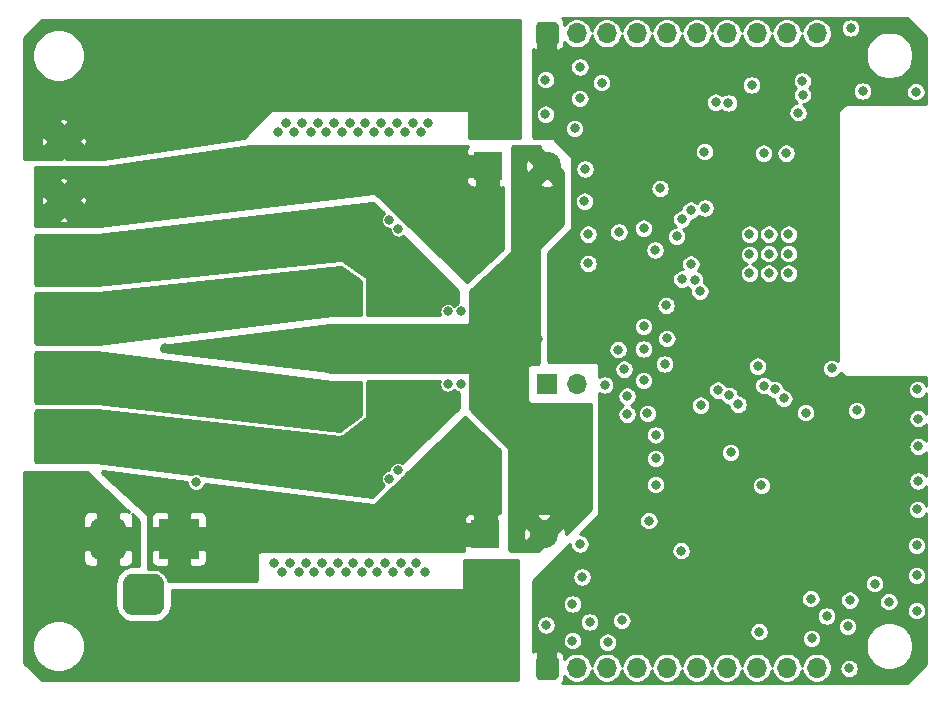
<source format=gbr>
G04 #@! TF.GenerationSoftware,KiCad,Pcbnew,5.1.5-52549c5~84~ubuntu18.04.1*
G04 #@! TF.CreationDate,2020-03-09T10:29:23-07:00*
G04 #@! TF.ProjectId,wifistepper,77696669-7374-4657-9070-65722e6b6963,rev?*
G04 #@! TF.SameCoordinates,Original*
G04 #@! TF.FileFunction,Copper,L3,Inr*
G04 #@! TF.FilePolarity,Positive*
%FSLAX46Y46*%
G04 Gerber Fmt 4.6, Leading zero omitted, Abs format (unit mm)*
G04 Created by KiCad (PCBNEW 5.1.5-52549c5~84~ubuntu18.04.1) date 2020-03-09 10:29:23*
%MOMM*%
%LPD*%
G04 APERTURE LIST*
%ADD10R,3.500000X3.500000*%
%ADD11C,0.100000*%
%ADD12R,2.600000X2.600000*%
%ADD13C,2.600000*%
%ADD14R,1.700000X1.700000*%
%ADD15O,1.700000X1.700000*%
%ADD16C,2.400000*%
%ADD17R,2.400000X2.400000*%
%ADD18C,0.800000*%
%ADD19C,0.250000*%
G04 APERTURE END LIST*
D10*
X47592500Y-105918000D03*
G04 #@! TA.AperFunction,ViaPad*
D11*
G36*
X42416013Y-104171611D02*
G01*
X42488818Y-104182411D01*
X42560214Y-104200295D01*
X42629513Y-104225090D01*
X42696048Y-104256559D01*
X42759178Y-104294398D01*
X42818295Y-104338242D01*
X42872830Y-104387670D01*
X42922258Y-104442205D01*
X42966102Y-104501322D01*
X43003941Y-104564452D01*
X43035410Y-104630987D01*
X43060205Y-104700286D01*
X43078089Y-104771682D01*
X43088889Y-104844487D01*
X43092500Y-104918000D01*
X43092500Y-106918000D01*
X43088889Y-106991513D01*
X43078089Y-107064318D01*
X43060205Y-107135714D01*
X43035410Y-107205013D01*
X43003941Y-107271548D01*
X42966102Y-107334678D01*
X42922258Y-107393795D01*
X42872830Y-107448330D01*
X42818295Y-107497758D01*
X42759178Y-107541602D01*
X42696048Y-107579441D01*
X42629513Y-107610910D01*
X42560214Y-107635705D01*
X42488818Y-107653589D01*
X42416013Y-107664389D01*
X42342500Y-107668000D01*
X40842500Y-107668000D01*
X40768987Y-107664389D01*
X40696182Y-107653589D01*
X40624786Y-107635705D01*
X40555487Y-107610910D01*
X40488952Y-107579441D01*
X40425822Y-107541602D01*
X40366705Y-107497758D01*
X40312170Y-107448330D01*
X40262742Y-107393795D01*
X40218898Y-107334678D01*
X40181059Y-107271548D01*
X40149590Y-107205013D01*
X40124795Y-107135714D01*
X40106911Y-107064318D01*
X40096111Y-106991513D01*
X40092500Y-106918000D01*
X40092500Y-104918000D01*
X40096111Y-104844487D01*
X40106911Y-104771682D01*
X40124795Y-104700286D01*
X40149590Y-104630987D01*
X40181059Y-104564452D01*
X40218898Y-104501322D01*
X40262742Y-104442205D01*
X40312170Y-104387670D01*
X40366705Y-104338242D01*
X40425822Y-104294398D01*
X40488952Y-104256559D01*
X40555487Y-104225090D01*
X40624786Y-104200295D01*
X40696182Y-104182411D01*
X40768987Y-104171611D01*
X40842500Y-104168000D01*
X42342500Y-104168000D01*
X42416013Y-104171611D01*
G37*
G04 #@! TD.AperFunction*
G04 #@! TA.AperFunction,ViaPad*
G36*
X45553265Y-108872213D02*
G01*
X45638204Y-108884813D01*
X45721499Y-108905677D01*
X45802348Y-108934605D01*
X45879972Y-108971319D01*
X45953624Y-109015464D01*
X46022594Y-109066616D01*
X46086218Y-109124282D01*
X46143884Y-109187906D01*
X46195036Y-109256876D01*
X46239181Y-109330528D01*
X46275895Y-109408152D01*
X46304823Y-109489001D01*
X46325687Y-109572296D01*
X46338287Y-109657235D01*
X46342500Y-109743000D01*
X46342500Y-111493000D01*
X46338287Y-111578765D01*
X46325687Y-111663704D01*
X46304823Y-111746999D01*
X46275895Y-111827848D01*
X46239181Y-111905472D01*
X46195036Y-111979124D01*
X46143884Y-112048094D01*
X46086218Y-112111718D01*
X46022594Y-112169384D01*
X45953624Y-112220536D01*
X45879972Y-112264681D01*
X45802348Y-112301395D01*
X45721499Y-112330323D01*
X45638204Y-112351187D01*
X45553265Y-112363787D01*
X45467500Y-112368000D01*
X43717500Y-112368000D01*
X43631735Y-112363787D01*
X43546796Y-112351187D01*
X43463501Y-112330323D01*
X43382652Y-112301395D01*
X43305028Y-112264681D01*
X43231376Y-112220536D01*
X43162406Y-112169384D01*
X43098782Y-112111718D01*
X43041116Y-112048094D01*
X42989964Y-111979124D01*
X42945819Y-111905472D01*
X42909105Y-111827848D01*
X42880177Y-111746999D01*
X42859313Y-111663704D01*
X42846713Y-111578765D01*
X42842500Y-111493000D01*
X42842500Y-109743000D01*
X42846713Y-109657235D01*
X42859313Y-109572296D01*
X42880177Y-109489001D01*
X42909105Y-109408152D01*
X42945819Y-109330528D01*
X42989964Y-109256876D01*
X43041116Y-109187906D01*
X43098782Y-109124282D01*
X43162406Y-109066616D01*
X43231376Y-109015464D01*
X43305028Y-108971319D01*
X43382652Y-108934605D01*
X43463501Y-108905677D01*
X43546796Y-108884813D01*
X43631735Y-108872213D01*
X43717500Y-108868000D01*
X45467500Y-108868000D01*
X45553265Y-108872213D01*
G37*
G04 #@! TD.AperFunction*
D12*
X37846000Y-97263000D03*
D13*
X37846000Y-92263000D03*
X37846000Y-87263000D03*
X37846000Y-82263000D03*
X37846000Y-77263000D03*
X37846000Y-72263000D03*
D14*
X78740000Y-92837000D03*
D15*
X81280000Y-92837000D03*
D14*
X78740000Y-116840000D03*
D15*
X81280000Y-116840000D03*
X83820000Y-116840000D03*
X86360000Y-116840000D03*
X88900000Y-116840000D03*
X91440000Y-116840000D03*
X93980000Y-116840000D03*
X96520000Y-116840000D03*
X99060000Y-116840000D03*
X101600000Y-116840000D03*
D16*
X78533000Y-105537000D03*
D17*
X73533000Y-105537000D03*
X73723500Y-74358500D03*
D16*
X78723500Y-74358500D03*
D14*
X78740000Y-63119000D03*
D15*
X81280000Y-63119000D03*
X83820000Y-63119000D03*
X86360000Y-63119000D03*
X88900000Y-63119000D03*
X91440000Y-63119000D03*
X93980000Y-63119000D03*
X96520000Y-63119000D03*
X99060000Y-63119000D03*
X101600000Y-63119000D03*
D18*
X84836000Y-106680000D03*
X85852000Y-106680000D03*
X86868000Y-106680000D03*
X104648000Y-96964500D03*
X104711500Y-99631500D03*
X104711500Y-102298500D03*
X85217000Y-111125000D03*
X89789000Y-96329500D03*
X93853000Y-106934000D03*
X81826418Y-87236618D03*
X90297000Y-111125000D03*
X79311500Y-89408000D03*
X78422500Y-110363000D03*
X96012000Y-69088000D03*
X103568500Y-66357500D03*
X49022000Y-101092000D03*
X100393500Y-68326000D03*
X65405000Y-91249500D03*
X99187000Y-81788000D03*
X97536000Y-81788000D03*
X97536000Y-83439000D03*
X97536000Y-80137000D03*
X95885000Y-81851500D03*
X99187000Y-83439000D03*
X99187000Y-80137000D03*
X95885000Y-80137000D03*
X95885000Y-83439000D03*
X61976000Y-90678000D03*
X64389000Y-90678000D03*
X64389000Y-89027000D03*
X61976000Y-89027000D03*
X63246000Y-89789000D03*
X65405000Y-89789000D03*
X60960000Y-89789000D03*
X63246000Y-91313000D03*
X63246000Y-88201500D03*
X60960000Y-91313000D03*
X65405000Y-88201500D03*
X60960000Y-88201500D03*
X87947500Y-97129600D03*
X70358000Y-86677500D03*
X70358000Y-92837000D03*
X87376000Y-104394000D03*
X87947500Y-99123500D03*
X87947500Y-101346000D03*
X85534500Y-95377000D03*
X81534000Y-106362500D03*
X44704000Y-64516000D03*
X52832000Y-64516000D03*
X55626000Y-64516000D03*
X50165000Y-64516000D03*
X63754000Y-64516000D03*
X58293000Y-64516000D03*
X41910000Y-64516000D03*
X66548000Y-64516000D03*
X72009000Y-64516000D03*
X47371000Y-64516000D03*
X61087000Y-64516000D03*
X74676000Y-64516000D03*
X69215000Y-64516000D03*
X54229000Y-66167000D03*
X62484000Y-66167000D03*
X70612000Y-66167000D03*
X40640000Y-66167000D03*
X46101000Y-66167000D03*
X43307000Y-66167000D03*
X59690000Y-66167000D03*
X65151000Y-66167000D03*
X73406000Y-66167000D03*
X67945000Y-66167000D03*
X48768000Y-66167000D03*
X57023000Y-66167000D03*
X51562000Y-66167000D03*
X61722000Y-113792000D03*
X72644000Y-113792000D03*
X69977000Y-113792000D03*
X45339000Y-113792000D03*
X48133000Y-113792000D03*
X67183000Y-113792000D03*
X42672000Y-113792000D03*
X50800000Y-113792000D03*
X56261000Y-113792000D03*
X53594000Y-113792000D03*
X64516000Y-113792000D03*
X59055000Y-113792000D03*
X68580000Y-115443000D03*
X63119000Y-115443000D03*
X71247000Y-115443000D03*
X49403000Y-115443000D03*
X65786000Y-115443000D03*
X60325000Y-115443000D03*
X54864000Y-115443000D03*
X57658000Y-115443000D03*
X46736000Y-115443000D03*
X41275000Y-115443000D03*
X43942000Y-115443000D03*
X52197000Y-115443000D03*
X74930000Y-113665000D03*
X73914000Y-115443000D03*
X75501500Y-111823500D03*
X73088500Y-111950500D03*
X35433000Y-101219000D03*
X35433000Y-104013000D03*
X35433000Y-106934000D03*
X35433000Y-110109000D03*
X37147500Y-108458000D03*
X37020500Y-105473500D03*
X37084000Y-102552500D03*
X37465000Y-111506000D03*
X39052500Y-110172500D03*
X40894000Y-111887000D03*
X35433000Y-112395000D03*
X47815500Y-111760000D03*
X41910000Y-67818000D03*
X44704000Y-67818000D03*
X38989000Y-67945000D03*
X47498000Y-67945000D03*
X44767500Y-71120000D03*
X43053000Y-69786500D03*
X42037000Y-71628000D03*
X35306000Y-67818000D03*
X74676000Y-67691000D03*
X72771000Y-68580000D03*
X75882500Y-66103500D03*
X102870000Y-91503500D03*
X104965500Y-95059500D03*
X90106500Y-106934000D03*
X92075000Y-73152000D03*
X94297500Y-98615500D03*
X96900998Y-101409500D03*
X96583500Y-91313000D03*
X104457500Y-62674500D03*
X109982000Y-68072000D03*
X105473500Y-68008500D03*
X104330500Y-116903500D03*
X104394000Y-111125000D03*
X110045500Y-112014000D03*
X86931500Y-87947500D03*
X84772500Y-89916000D03*
X88709500Y-91122500D03*
X85280500Y-91567000D03*
X86931500Y-89852500D03*
X86931500Y-92519500D03*
X88900000Y-88963500D03*
X88836500Y-86169500D03*
X85534500Y-93853000D03*
X83629500Y-92900500D03*
X81089500Y-71183500D03*
X81534000Y-68643500D03*
X81978500Y-74612500D03*
X81915000Y-77343000D03*
X82232500Y-80137000D03*
X110109000Y-93281500D03*
X110109000Y-103441500D03*
X101092000Y-110998000D03*
X101155500Y-114363500D03*
X106489500Y-109728000D03*
X110172500Y-98107500D03*
X110172500Y-95758000D03*
X110172500Y-101028500D03*
X110045500Y-106489500D03*
X110045500Y-109029500D03*
X107696000Y-111252000D03*
X81724500Y-109156500D03*
X80899000Y-114554000D03*
X82359500Y-112966500D03*
X85090000Y-112839500D03*
X83883500Y-114681000D03*
X81534000Y-65976500D03*
X84836000Y-79946500D03*
X82232500Y-82613500D03*
X77978000Y-89027000D03*
X38989000Y-101155500D03*
X41402000Y-102933500D03*
X39751000Y-102679500D03*
X49911000Y-111760000D03*
X80899000Y-111442500D03*
X74612500Y-70104000D03*
X72707500Y-71310500D03*
X74676000Y-108331000D03*
X75692000Y-109156500D03*
X78676500Y-113220500D03*
X78613000Y-69977000D03*
X78613000Y-67056000D03*
X75819000Y-68834000D03*
X43561000Y-72580500D03*
X40767000Y-73025000D03*
X40322500Y-69786500D03*
X38608000Y-106934000D03*
X38608000Y-104140000D03*
X35242500Y-73025000D03*
X35242500Y-70358000D03*
X46101000Y-69596000D03*
X46418500Y-89789000D03*
X104203500Y-113347500D03*
X102425500Y-112458500D03*
X96075500Y-67500500D03*
X88328500Y-76263500D03*
X83375500Y-67310000D03*
X55054500Y-90551000D03*
X87249000Y-95313500D03*
X40132000Y-108648500D03*
X37211000Y-69024500D03*
X49911000Y-103124000D03*
X52133500Y-104394000D03*
X68834000Y-100330000D03*
X69977000Y-102616000D03*
X73342500Y-99700000D03*
X71755000Y-100901500D03*
X73660000Y-102171500D03*
X73977500Y-79883000D03*
X70675500Y-80899000D03*
X70358000Y-76835000D03*
X68834000Y-79248000D03*
X70866000Y-104711500D03*
X71120000Y-74549000D03*
X46799500Y-74739500D03*
X42481500Y-75247500D03*
X40195500Y-75120500D03*
X40703500Y-78676500D03*
X43116500Y-78359000D03*
X41084500Y-76898500D03*
X52514500Y-75247500D03*
X44831000Y-74993500D03*
X47498000Y-76390500D03*
X51562000Y-76644500D03*
X50863500Y-75057000D03*
X71818500Y-78676500D03*
X73787000Y-77343000D03*
X72263000Y-82359500D03*
X71882000Y-97409000D03*
X70294500Y-98806000D03*
X43180000Y-101219000D03*
X45656500Y-101473000D03*
X47561500Y-101727000D03*
X45720000Y-103251000D03*
X48006000Y-103060500D03*
X47434500Y-108712000D03*
X48895000Y-74930000D03*
X51879500Y-106045000D03*
X51625500Y-103060500D03*
X50546000Y-104838500D03*
X49593500Y-108712000D03*
X50673000Y-107188000D03*
X51943000Y-108267500D03*
X53403500Y-103060500D03*
X43434000Y-76644500D03*
X45529500Y-76644500D03*
X45339000Y-78168500D03*
X49657000Y-76327000D03*
X49022000Y-77787500D03*
X53721000Y-76898500D03*
X90170000Y-78867000D03*
X86931498Y-79629000D03*
X100647500Y-95250000D03*
X91757500Y-94615000D03*
X61849000Y-85471000D03*
X62484000Y-86487000D03*
X61341000Y-86487000D03*
X62484000Y-84582000D03*
X61341000Y-84582000D03*
X55308500Y-86042500D03*
X56515001Y-86438990D03*
X64643000Y-85471000D03*
X65151000Y-86487000D03*
X64008000Y-86487000D03*
X65151000Y-84582000D03*
X64008000Y-84582000D03*
X69850000Y-85788500D03*
X61849000Y-94107000D03*
X62484000Y-93091000D03*
X61341000Y-93091000D03*
X62484000Y-94996000D03*
X61341000Y-94996000D03*
X56515000Y-93726000D03*
X55689500Y-94551500D03*
X64643000Y-94107000D03*
X65151000Y-94996000D03*
X64008000Y-94996000D03*
X65151000Y-93091000D03*
X64008000Y-93091000D03*
X69850000Y-93726000D03*
X87902240Y-81470500D03*
X90170000Y-83947000D03*
X94170500Y-93789500D03*
X98043998Y-93281500D03*
X98806000Y-94043500D03*
X94932500Y-94549990D03*
X97102247Y-92945160D03*
X93219510Y-93345000D03*
X90932000Y-78105000D03*
X91249500Y-84010500D03*
X91694000Y-84963000D03*
X92136990Y-77914500D03*
X94107000Y-69024500D03*
X100012500Y-69850000D03*
X98996500Y-73279000D03*
X97091502Y-73279000D03*
X93027500Y-68961000D03*
X90932000Y-82677000D03*
X89725500Y-80327500D03*
X100363950Y-67153454D03*
X58039000Y-70739000D03*
X59372500Y-70739000D03*
X60706000Y-70739000D03*
X62039500Y-70739000D03*
X63373000Y-70739000D03*
X64706500Y-70739000D03*
X66040000Y-70739000D03*
X67373500Y-70739000D03*
X68707000Y-70739000D03*
X58737500Y-71501000D03*
X60071000Y-71501000D03*
X61404500Y-71501000D03*
X62738000Y-71501000D03*
X64071500Y-71501000D03*
X65405000Y-71501000D03*
X66738500Y-71501000D03*
X68072000Y-71501000D03*
X71437500Y-86677500D03*
X66167000Y-79692500D03*
X65405000Y-78930500D03*
X57340500Y-71501000D03*
X56642000Y-70739000D03*
X55943500Y-71501000D03*
X55626000Y-108013500D03*
X61023500Y-108013500D03*
X59690000Y-108013500D03*
X58356500Y-108013500D03*
X68389500Y-108775500D03*
X67056000Y-108775500D03*
X65722500Y-108775500D03*
X64389000Y-108775500D03*
X63055500Y-108775500D03*
X61722000Y-108775500D03*
X60388500Y-108775500D03*
X59055000Y-108775500D03*
X57721500Y-108775500D03*
X67691000Y-108013500D03*
X66357500Y-108013500D03*
X65024000Y-108013500D03*
X63690500Y-108013500D03*
X62357000Y-108013500D03*
X71437500Y-92837000D03*
X66103500Y-100139500D03*
X65405000Y-100838000D03*
X57023000Y-108013500D03*
X56324500Y-108775500D03*
X96710502Y-113792000D03*
D19*
G36*
X64010586Y-77516267D02*
G01*
X64933728Y-78376467D01*
X64841856Y-78468339D01*
X64762513Y-78587084D01*
X64707861Y-78719025D01*
X64680000Y-78859094D01*
X64680000Y-79001906D01*
X64707861Y-79141975D01*
X64762513Y-79273916D01*
X64841856Y-79392661D01*
X64942839Y-79493644D01*
X65061584Y-79572987D01*
X65193525Y-79627639D01*
X65333594Y-79655500D01*
X65442000Y-79655500D01*
X65442000Y-79763906D01*
X65469861Y-79903975D01*
X65524513Y-80035916D01*
X65603856Y-80154661D01*
X65704839Y-80255644D01*
X65823584Y-80334987D01*
X65955525Y-80389639D01*
X66095594Y-80417500D01*
X66238406Y-80417500D01*
X66378475Y-80389639D01*
X66510416Y-80334987D01*
X66568685Y-80296053D01*
X71209202Y-84911885D01*
X71249000Y-85007605D01*
X71249000Y-85975791D01*
X71226025Y-85980361D01*
X71094084Y-86035013D01*
X70975339Y-86114356D01*
X70897750Y-86191945D01*
X70820161Y-86114356D01*
X70701416Y-86035013D01*
X70569475Y-85980361D01*
X70429406Y-85952500D01*
X70286594Y-85952500D01*
X70146525Y-85980361D01*
X70014584Y-86035013D01*
X69895839Y-86114356D01*
X69794856Y-86215339D01*
X69715513Y-86334084D01*
X69660861Y-86466025D01*
X69633000Y-86606094D01*
X69633000Y-86748906D01*
X69660861Y-86888975D01*
X69705607Y-86997000D01*
X63597865Y-86997000D01*
X63527250Y-86967750D01*
X63498000Y-86897135D01*
X63498000Y-83925206D01*
X63495598Y-83900820D01*
X63483628Y-83867012D01*
X63396934Y-83702204D01*
X63383455Y-83681740D01*
X63357122Y-83657393D01*
X61472556Y-82361754D01*
X61451100Y-82349917D01*
X61432567Y-82343620D01*
X61298515Y-82309507D01*
X61274290Y-82305820D01*
X61254722Y-82306320D01*
X40640598Y-84456259D01*
X40626356Y-84457000D01*
X35530865Y-84457000D01*
X35460250Y-84427750D01*
X35431000Y-84357135D01*
X35431000Y-80298365D01*
X35460250Y-80227750D01*
X35530865Y-80198500D01*
X40628355Y-80198500D01*
X40635624Y-80198288D01*
X40658835Y-80196936D01*
X40666073Y-80196303D01*
X63903304Y-77481084D01*
X64010586Y-77516267D01*
G37*
X64010586Y-77516267D02*
X64933728Y-78376467D01*
X64841856Y-78468339D01*
X64762513Y-78587084D01*
X64707861Y-78719025D01*
X64680000Y-78859094D01*
X64680000Y-79001906D01*
X64707861Y-79141975D01*
X64762513Y-79273916D01*
X64841856Y-79392661D01*
X64942839Y-79493644D01*
X65061584Y-79572987D01*
X65193525Y-79627639D01*
X65333594Y-79655500D01*
X65442000Y-79655500D01*
X65442000Y-79763906D01*
X65469861Y-79903975D01*
X65524513Y-80035916D01*
X65603856Y-80154661D01*
X65704839Y-80255644D01*
X65823584Y-80334987D01*
X65955525Y-80389639D01*
X66095594Y-80417500D01*
X66238406Y-80417500D01*
X66378475Y-80389639D01*
X66510416Y-80334987D01*
X66568685Y-80296053D01*
X71209202Y-84911885D01*
X71249000Y-85007605D01*
X71249000Y-85975791D01*
X71226025Y-85980361D01*
X71094084Y-86035013D01*
X70975339Y-86114356D01*
X70897750Y-86191945D01*
X70820161Y-86114356D01*
X70701416Y-86035013D01*
X70569475Y-85980361D01*
X70429406Y-85952500D01*
X70286594Y-85952500D01*
X70146525Y-85980361D01*
X70014584Y-86035013D01*
X69895839Y-86114356D01*
X69794856Y-86215339D01*
X69715513Y-86334084D01*
X69660861Y-86466025D01*
X69633000Y-86606094D01*
X69633000Y-86748906D01*
X69660861Y-86888975D01*
X69705607Y-86997000D01*
X63597865Y-86997000D01*
X63527250Y-86967750D01*
X63498000Y-86897135D01*
X63498000Y-83925206D01*
X63495598Y-83900820D01*
X63483628Y-83867012D01*
X63396934Y-83702204D01*
X63383455Y-83681740D01*
X63357122Y-83657393D01*
X61472556Y-82361754D01*
X61451100Y-82349917D01*
X61432567Y-82343620D01*
X61298515Y-82309507D01*
X61274290Y-82305820D01*
X61254722Y-82306320D01*
X40640598Y-84456259D01*
X40626356Y-84457000D01*
X35530865Y-84457000D01*
X35460250Y-84427750D01*
X35431000Y-84357135D01*
X35431000Y-80298365D01*
X35460250Y-80227750D01*
X35530865Y-80198500D01*
X40628355Y-80198500D01*
X40635624Y-80198288D01*
X40658835Y-80196936D01*
X40666073Y-80196303D01*
X63903304Y-77481084D01*
X64010586Y-77516267D01*
G36*
X61286187Y-82898336D02*
G01*
X62936208Y-84036281D01*
X62994000Y-84146342D01*
X62994000Y-86897135D01*
X62964750Y-86967750D01*
X62894135Y-86997000D01*
X60591096Y-86997000D01*
X60583549Y-86997228D01*
X60559445Y-86998686D01*
X60551927Y-86999369D01*
X40704190Y-89408998D01*
X40687626Y-89410000D01*
X35530865Y-89410000D01*
X35460250Y-89380750D01*
X35431000Y-89310135D01*
X35431000Y-85187865D01*
X35460250Y-85117250D01*
X35530865Y-85088000D01*
X40692729Y-85088000D01*
X40699452Y-85087819D01*
X40720932Y-85086662D01*
X40727634Y-85086120D01*
X61194723Y-82875169D01*
X61286187Y-82898336D01*
G37*
X61286187Y-82898336D02*
X62936208Y-84036281D01*
X62994000Y-84146342D01*
X62994000Y-86897135D01*
X62964750Y-86967750D01*
X62894135Y-86997000D01*
X60591096Y-86997000D01*
X60583549Y-86997228D01*
X60559445Y-86998686D01*
X60551927Y-86999369D01*
X40704190Y-89408998D01*
X40687626Y-89410000D01*
X35530865Y-89410000D01*
X35460250Y-89380750D01*
X35431000Y-89310135D01*
X35431000Y-85187865D01*
X35460250Y-85117250D01*
X35530865Y-85088000D01*
X40692729Y-85088000D01*
X40699452Y-85087819D01*
X40720932Y-85086662D01*
X40727634Y-85086120D01*
X61194723Y-82875169D01*
X61286187Y-82898336D01*
G36*
X40640713Y-90105601D02*
G01*
X60550618Y-92641895D01*
X60558502Y-92642646D01*
X60583776Y-92644249D01*
X60591688Y-92644500D01*
X62894135Y-92644500D01*
X62964750Y-92673750D01*
X62994000Y-92744365D01*
X62994000Y-95437992D01*
X62940394Y-95545205D01*
X61348726Y-96738956D01*
X61252350Y-96765136D01*
X40665338Y-94428573D01*
X40658302Y-94427976D01*
X40635748Y-94426700D01*
X40628687Y-94426500D01*
X35530865Y-94426500D01*
X35460250Y-94397250D01*
X35431000Y-94326635D01*
X35431000Y-90204365D01*
X35460250Y-90133750D01*
X35530865Y-90104500D01*
X40623357Y-90104500D01*
X40640713Y-90105601D01*
G37*
X40640713Y-90105601D02*
X60550618Y-92641895D01*
X60558502Y-92642646D01*
X60583776Y-92644249D01*
X60591688Y-92644500D01*
X62894135Y-92644500D01*
X62964750Y-92673750D01*
X62994000Y-92744365D01*
X62994000Y-95437992D01*
X62940394Y-95545205D01*
X61348726Y-96738956D01*
X61252350Y-96765136D01*
X40665338Y-94428573D01*
X40658302Y-94427976D01*
X40635748Y-94426700D01*
X40628687Y-94426500D01*
X35530865Y-94426500D01*
X35460250Y-94397250D01*
X35431000Y-94326635D01*
X35431000Y-90204365D01*
X35460250Y-90133750D01*
X35530865Y-90104500D01*
X40623357Y-90104500D01*
X40640713Y-90105601D01*
G36*
X69660861Y-92625525D02*
G01*
X69633000Y-92765594D01*
X69633000Y-92908406D01*
X69660861Y-93048475D01*
X69715513Y-93180416D01*
X69794856Y-93299161D01*
X69895839Y-93400144D01*
X70014584Y-93479487D01*
X70146525Y-93534139D01*
X70286594Y-93562000D01*
X70429406Y-93562000D01*
X70569475Y-93534139D01*
X70701416Y-93479487D01*
X70820161Y-93400144D01*
X70897750Y-93322555D01*
X70975339Y-93400144D01*
X71094084Y-93479487D01*
X71226025Y-93534139D01*
X71312500Y-93551340D01*
X71312500Y-94760100D01*
X71272204Y-94856300D01*
X66512509Y-99540841D01*
X66446916Y-99497013D01*
X66314975Y-99442361D01*
X66174906Y-99414500D01*
X66032094Y-99414500D01*
X65892025Y-99442361D01*
X65760084Y-99497013D01*
X65641339Y-99576356D01*
X65540356Y-99677339D01*
X65461013Y-99796084D01*
X65406361Y-99928025D01*
X65378500Y-100068094D01*
X65378500Y-100113000D01*
X65333594Y-100113000D01*
X65193525Y-100140861D01*
X65061584Y-100195513D01*
X64942839Y-100274856D01*
X64841856Y-100375839D01*
X64762513Y-100494584D01*
X64707861Y-100626525D01*
X64680000Y-100766594D01*
X64680000Y-100909406D01*
X64707861Y-101049475D01*
X64762513Y-101181416D01*
X64841856Y-101300161D01*
X64942578Y-101400883D01*
X64009921Y-102312344D01*
X63899531Y-102349552D01*
X49516725Y-100561420D01*
X49484161Y-100528856D01*
X49365416Y-100449513D01*
X49233475Y-100394861D01*
X49093406Y-100367000D01*
X48950594Y-100367000D01*
X48810525Y-100394861D01*
X48678584Y-100449513D01*
X48668861Y-100456010D01*
X40540712Y-99445483D01*
X40533016Y-99444767D01*
X40508341Y-99443239D01*
X40500615Y-99443000D01*
X35530865Y-99443000D01*
X35460250Y-99413750D01*
X35431000Y-99343135D01*
X35431000Y-95157365D01*
X35460250Y-95086750D01*
X35530865Y-95057500D01*
X40625955Y-95057500D01*
X40640614Y-95058285D01*
X61249328Y-97270877D01*
X61273832Y-97271092D01*
X61295806Y-97267120D01*
X61437156Y-97228262D01*
X61460033Y-97219482D01*
X61479022Y-97207733D01*
X63368000Y-95791000D01*
X63386068Y-95774447D01*
X63404803Y-95746902D01*
X63484803Y-95586902D01*
X63493561Y-95564016D01*
X63498000Y-95531000D01*
X63498000Y-92680865D01*
X63527250Y-92610250D01*
X63597865Y-92581000D01*
X69679304Y-92581000D01*
X69660861Y-92625525D01*
G37*
X69660861Y-92625525D02*
X69633000Y-92765594D01*
X69633000Y-92908406D01*
X69660861Y-93048475D01*
X69715513Y-93180416D01*
X69794856Y-93299161D01*
X69895839Y-93400144D01*
X70014584Y-93479487D01*
X70146525Y-93534139D01*
X70286594Y-93562000D01*
X70429406Y-93562000D01*
X70569475Y-93534139D01*
X70701416Y-93479487D01*
X70820161Y-93400144D01*
X70897750Y-93322555D01*
X70975339Y-93400144D01*
X71094084Y-93479487D01*
X71226025Y-93534139D01*
X71312500Y-93551340D01*
X71312500Y-94760100D01*
X71272204Y-94856300D01*
X66512509Y-99540841D01*
X66446916Y-99497013D01*
X66314975Y-99442361D01*
X66174906Y-99414500D01*
X66032094Y-99414500D01*
X65892025Y-99442361D01*
X65760084Y-99497013D01*
X65641339Y-99576356D01*
X65540356Y-99677339D01*
X65461013Y-99796084D01*
X65406361Y-99928025D01*
X65378500Y-100068094D01*
X65378500Y-100113000D01*
X65333594Y-100113000D01*
X65193525Y-100140861D01*
X65061584Y-100195513D01*
X64942839Y-100274856D01*
X64841856Y-100375839D01*
X64762513Y-100494584D01*
X64707861Y-100626525D01*
X64680000Y-100766594D01*
X64680000Y-100909406D01*
X64707861Y-101049475D01*
X64762513Y-101181416D01*
X64841856Y-101300161D01*
X64942578Y-101400883D01*
X64009921Y-102312344D01*
X63899531Y-102349552D01*
X49516725Y-100561420D01*
X49484161Y-100528856D01*
X49365416Y-100449513D01*
X49233475Y-100394861D01*
X49093406Y-100367000D01*
X48950594Y-100367000D01*
X48810525Y-100394861D01*
X48678584Y-100449513D01*
X48668861Y-100456010D01*
X40540712Y-99445483D01*
X40533016Y-99444767D01*
X40508341Y-99443239D01*
X40500615Y-99443000D01*
X35530865Y-99443000D01*
X35460250Y-99413750D01*
X35431000Y-99343135D01*
X35431000Y-95157365D01*
X35460250Y-95086750D01*
X35530865Y-95057500D01*
X40625955Y-95057500D01*
X40640614Y-95058285D01*
X61249328Y-97270877D01*
X61273832Y-97271092D01*
X61295806Y-97267120D01*
X61437156Y-97228262D01*
X61460033Y-97219482D01*
X61479022Y-97207733D01*
X63368000Y-95791000D01*
X63386068Y-95774447D01*
X63404803Y-95746902D01*
X63484803Y-95586902D01*
X63493561Y-95564016D01*
X63498000Y-95531000D01*
X63498000Y-92680865D01*
X63527250Y-92610250D01*
X63597865Y-92581000D01*
X69679304Y-92581000D01*
X69660861Y-92625525D01*
G36*
X110879000Y-63453107D02*
G01*
X110879000Y-69090000D01*
X104159343Y-69090000D01*
X104134957Y-69092402D01*
X104111508Y-69099515D01*
X103970086Y-69158094D01*
X103948475Y-69169645D01*
X103929533Y-69185191D01*
X103475191Y-69639533D01*
X103459645Y-69658475D01*
X103448094Y-69680086D01*
X103389515Y-69821508D01*
X103382402Y-69844957D01*
X103380000Y-69869343D01*
X103380000Y-90852052D01*
X103260784Y-90772394D01*
X103110644Y-90710204D01*
X102951255Y-90678500D01*
X102788745Y-90678500D01*
X102629356Y-90710204D01*
X102479216Y-90772394D01*
X102344093Y-90862681D01*
X102229181Y-90977593D01*
X102138894Y-91112716D01*
X102076704Y-91262856D01*
X102045000Y-91422245D01*
X102045000Y-91584755D01*
X102076704Y-91744144D01*
X102138894Y-91894284D01*
X102229181Y-92029407D01*
X102344093Y-92144319D01*
X102479216Y-92234606D01*
X102629356Y-92296796D01*
X102788745Y-92328500D01*
X102951255Y-92328500D01*
X103110644Y-92296796D01*
X103260784Y-92234606D01*
X103395907Y-92144319D01*
X103510819Y-92029407D01*
X103601106Y-91894284D01*
X103617040Y-91855816D01*
X103866033Y-92104809D01*
X103884975Y-92120355D01*
X103906586Y-92131906D01*
X104048008Y-92190485D01*
X104071457Y-92197598D01*
X104095843Y-92200000D01*
X110879001Y-92200000D01*
X110879001Y-92984616D01*
X110840106Y-92890716D01*
X110749819Y-92755593D01*
X110634907Y-92640681D01*
X110499784Y-92550394D01*
X110349644Y-92488204D01*
X110190255Y-92456500D01*
X110027745Y-92456500D01*
X109868356Y-92488204D01*
X109718216Y-92550394D01*
X109583093Y-92640681D01*
X109468181Y-92755593D01*
X109377894Y-92890716D01*
X109315704Y-93040856D01*
X109284000Y-93200245D01*
X109284000Y-93362755D01*
X109315704Y-93522144D01*
X109377894Y-93672284D01*
X109468181Y-93807407D01*
X109583093Y-93922319D01*
X109718216Y-94012606D01*
X109868356Y-94074796D01*
X110027745Y-94106500D01*
X110190255Y-94106500D01*
X110349644Y-94074796D01*
X110499784Y-94012606D01*
X110634907Y-93922319D01*
X110749819Y-93807407D01*
X110840106Y-93672284D01*
X110879001Y-93578384D01*
X110879001Y-95330392D01*
X110813319Y-95232093D01*
X110698407Y-95117181D01*
X110563284Y-95026894D01*
X110413144Y-94964704D01*
X110253755Y-94933000D01*
X110091245Y-94933000D01*
X109931856Y-94964704D01*
X109781716Y-95026894D01*
X109646593Y-95117181D01*
X109531681Y-95232093D01*
X109441394Y-95367216D01*
X109379204Y-95517356D01*
X109347500Y-95676745D01*
X109347500Y-95839255D01*
X109379204Y-95998644D01*
X109441394Y-96148784D01*
X109531681Y-96283907D01*
X109646593Y-96398819D01*
X109781716Y-96489106D01*
X109931856Y-96551296D01*
X110091245Y-96583000D01*
X110253755Y-96583000D01*
X110413144Y-96551296D01*
X110563284Y-96489106D01*
X110698407Y-96398819D01*
X110813319Y-96283907D01*
X110879001Y-96185608D01*
X110879001Y-97679892D01*
X110813319Y-97581593D01*
X110698407Y-97466681D01*
X110563284Y-97376394D01*
X110413144Y-97314204D01*
X110253755Y-97282500D01*
X110091245Y-97282500D01*
X109931856Y-97314204D01*
X109781716Y-97376394D01*
X109646593Y-97466681D01*
X109531681Y-97581593D01*
X109441394Y-97716716D01*
X109379204Y-97866856D01*
X109347500Y-98026245D01*
X109347500Y-98188755D01*
X109379204Y-98348144D01*
X109441394Y-98498284D01*
X109531681Y-98633407D01*
X109646593Y-98748319D01*
X109781716Y-98838606D01*
X109931856Y-98900796D01*
X110091245Y-98932500D01*
X110253755Y-98932500D01*
X110413144Y-98900796D01*
X110563284Y-98838606D01*
X110698407Y-98748319D01*
X110813319Y-98633407D01*
X110879001Y-98535108D01*
X110879001Y-100600892D01*
X110813319Y-100502593D01*
X110698407Y-100387681D01*
X110563284Y-100297394D01*
X110413144Y-100235204D01*
X110253755Y-100203500D01*
X110091245Y-100203500D01*
X109931856Y-100235204D01*
X109781716Y-100297394D01*
X109646593Y-100387681D01*
X109531681Y-100502593D01*
X109441394Y-100637716D01*
X109379204Y-100787856D01*
X109347500Y-100947245D01*
X109347500Y-101109755D01*
X109379204Y-101269144D01*
X109441394Y-101419284D01*
X109531681Y-101554407D01*
X109646593Y-101669319D01*
X109781716Y-101759606D01*
X109931856Y-101821796D01*
X110091245Y-101853500D01*
X110253755Y-101853500D01*
X110413144Y-101821796D01*
X110563284Y-101759606D01*
X110698407Y-101669319D01*
X110813319Y-101554407D01*
X110879001Y-101456108D01*
X110879001Y-103144616D01*
X110840106Y-103050716D01*
X110749819Y-102915593D01*
X110634907Y-102800681D01*
X110499784Y-102710394D01*
X110349644Y-102648204D01*
X110190255Y-102616500D01*
X110027745Y-102616500D01*
X109868356Y-102648204D01*
X109718216Y-102710394D01*
X109583093Y-102800681D01*
X109468181Y-102915593D01*
X109377894Y-103050716D01*
X109315704Y-103200856D01*
X109284000Y-103360245D01*
X109284000Y-103522755D01*
X109315704Y-103682144D01*
X109377894Y-103832284D01*
X109468181Y-103967407D01*
X109583093Y-104082319D01*
X109718216Y-104172606D01*
X109868356Y-104234796D01*
X110027745Y-104266500D01*
X110190255Y-104266500D01*
X110349644Y-104234796D01*
X110499784Y-104172606D01*
X110634907Y-104082319D01*
X110749819Y-103967407D01*
X110840106Y-103832284D01*
X110879001Y-103738384D01*
X110879001Y-116505892D01*
X109266895Y-118118000D01*
X80046634Y-118118000D01*
X80107446Y-118045898D01*
X80166936Y-117938111D01*
X80204254Y-117820789D01*
X80215000Y-117721250D01*
X80208752Y-117715002D01*
X80215000Y-117715002D01*
X80215000Y-117541054D01*
X80289643Y-117652765D01*
X80467235Y-117830357D01*
X80676061Y-117969890D01*
X80908096Y-118066002D01*
X81154423Y-118115000D01*
X81405577Y-118115000D01*
X81651904Y-118066002D01*
X81883939Y-117969890D01*
X82092765Y-117830357D01*
X82270357Y-117652765D01*
X82409890Y-117443939D01*
X82506002Y-117211904D01*
X82550000Y-116990713D01*
X82593998Y-117211904D01*
X82690110Y-117443939D01*
X82829643Y-117652765D01*
X83007235Y-117830357D01*
X83216061Y-117969890D01*
X83448096Y-118066002D01*
X83694423Y-118115000D01*
X83945577Y-118115000D01*
X84191904Y-118066002D01*
X84423939Y-117969890D01*
X84632765Y-117830357D01*
X84810357Y-117652765D01*
X84949890Y-117443939D01*
X85046002Y-117211904D01*
X85090000Y-116990713D01*
X85133998Y-117211904D01*
X85230110Y-117443939D01*
X85369643Y-117652765D01*
X85547235Y-117830357D01*
X85756061Y-117969890D01*
X85988096Y-118066002D01*
X86234423Y-118115000D01*
X86485577Y-118115000D01*
X86731904Y-118066002D01*
X86963939Y-117969890D01*
X87172765Y-117830357D01*
X87350357Y-117652765D01*
X87489890Y-117443939D01*
X87586002Y-117211904D01*
X87630000Y-116990713D01*
X87673998Y-117211904D01*
X87770110Y-117443939D01*
X87909643Y-117652765D01*
X88087235Y-117830357D01*
X88296061Y-117969890D01*
X88528096Y-118066002D01*
X88774423Y-118115000D01*
X89025577Y-118115000D01*
X89271904Y-118066002D01*
X89503939Y-117969890D01*
X89712765Y-117830357D01*
X89890357Y-117652765D01*
X90029890Y-117443939D01*
X90126002Y-117211904D01*
X90170000Y-116990713D01*
X90213998Y-117211904D01*
X90310110Y-117443939D01*
X90449643Y-117652765D01*
X90627235Y-117830357D01*
X90836061Y-117969890D01*
X91068096Y-118066002D01*
X91314423Y-118115000D01*
X91565577Y-118115000D01*
X91811904Y-118066002D01*
X92043939Y-117969890D01*
X92252765Y-117830357D01*
X92430357Y-117652765D01*
X92569890Y-117443939D01*
X92666002Y-117211904D01*
X92710000Y-116990713D01*
X92753998Y-117211904D01*
X92850110Y-117443939D01*
X92989643Y-117652765D01*
X93167235Y-117830357D01*
X93376061Y-117969890D01*
X93608096Y-118066002D01*
X93854423Y-118115000D01*
X94105577Y-118115000D01*
X94351904Y-118066002D01*
X94583939Y-117969890D01*
X94792765Y-117830357D01*
X94970357Y-117652765D01*
X95109890Y-117443939D01*
X95206002Y-117211904D01*
X95250000Y-116990713D01*
X95293998Y-117211904D01*
X95390110Y-117443939D01*
X95529643Y-117652765D01*
X95707235Y-117830357D01*
X95916061Y-117969890D01*
X96148096Y-118066002D01*
X96394423Y-118115000D01*
X96645577Y-118115000D01*
X96891904Y-118066002D01*
X97123939Y-117969890D01*
X97332765Y-117830357D01*
X97510357Y-117652765D01*
X97649890Y-117443939D01*
X97746002Y-117211904D01*
X97790000Y-116990713D01*
X97833998Y-117211904D01*
X97930110Y-117443939D01*
X98069643Y-117652765D01*
X98247235Y-117830357D01*
X98456061Y-117969890D01*
X98688096Y-118066002D01*
X98934423Y-118115000D01*
X99185577Y-118115000D01*
X99431904Y-118066002D01*
X99663939Y-117969890D01*
X99872765Y-117830357D01*
X100050357Y-117652765D01*
X100189890Y-117443939D01*
X100286002Y-117211904D01*
X100330000Y-116990713D01*
X100373998Y-117211904D01*
X100470110Y-117443939D01*
X100609643Y-117652765D01*
X100787235Y-117830357D01*
X100996061Y-117969890D01*
X101228096Y-118066002D01*
X101474423Y-118115000D01*
X101725577Y-118115000D01*
X101971904Y-118066002D01*
X102203939Y-117969890D01*
X102412765Y-117830357D01*
X102590357Y-117652765D01*
X102729890Y-117443939D01*
X102826002Y-117211904D01*
X102875000Y-116965577D01*
X102875000Y-116822245D01*
X103505500Y-116822245D01*
X103505500Y-116984755D01*
X103537204Y-117144144D01*
X103599394Y-117294284D01*
X103689681Y-117429407D01*
X103804593Y-117544319D01*
X103939716Y-117634606D01*
X104089856Y-117696796D01*
X104249245Y-117728500D01*
X104411755Y-117728500D01*
X104571144Y-117696796D01*
X104721284Y-117634606D01*
X104856407Y-117544319D01*
X104971319Y-117429407D01*
X105061606Y-117294284D01*
X105123796Y-117144144D01*
X105155500Y-116984755D01*
X105155500Y-116822245D01*
X105123796Y-116662856D01*
X105061606Y-116512716D01*
X104971319Y-116377593D01*
X104856407Y-116262681D01*
X104721284Y-116172394D01*
X104571144Y-116110204D01*
X104411755Y-116078500D01*
X104249245Y-116078500D01*
X104089856Y-116110204D01*
X103939716Y-116172394D01*
X103804593Y-116262681D01*
X103689681Y-116377593D01*
X103599394Y-116512716D01*
X103537204Y-116662856D01*
X103505500Y-116822245D01*
X102875000Y-116822245D01*
X102875000Y-116714423D01*
X102826002Y-116468096D01*
X102729890Y-116236061D01*
X102590357Y-116027235D01*
X102412765Y-115849643D01*
X102203939Y-115710110D01*
X101971904Y-115613998D01*
X101725577Y-115565000D01*
X101474423Y-115565000D01*
X101228096Y-115613998D01*
X100996061Y-115710110D01*
X100787235Y-115849643D01*
X100609643Y-116027235D01*
X100470110Y-116236061D01*
X100373998Y-116468096D01*
X100330000Y-116689287D01*
X100286002Y-116468096D01*
X100189890Y-116236061D01*
X100050357Y-116027235D01*
X99872765Y-115849643D01*
X99663939Y-115710110D01*
X99431904Y-115613998D01*
X99185577Y-115565000D01*
X98934423Y-115565000D01*
X98688096Y-115613998D01*
X98456061Y-115710110D01*
X98247235Y-115849643D01*
X98069643Y-116027235D01*
X97930110Y-116236061D01*
X97833998Y-116468096D01*
X97790000Y-116689287D01*
X97746002Y-116468096D01*
X97649890Y-116236061D01*
X97510357Y-116027235D01*
X97332765Y-115849643D01*
X97123939Y-115710110D01*
X96891904Y-115613998D01*
X96645577Y-115565000D01*
X96394423Y-115565000D01*
X96148096Y-115613998D01*
X95916061Y-115710110D01*
X95707235Y-115849643D01*
X95529643Y-116027235D01*
X95390110Y-116236061D01*
X95293998Y-116468096D01*
X95250000Y-116689287D01*
X95206002Y-116468096D01*
X95109890Y-116236061D01*
X94970357Y-116027235D01*
X94792765Y-115849643D01*
X94583939Y-115710110D01*
X94351904Y-115613998D01*
X94105577Y-115565000D01*
X93854423Y-115565000D01*
X93608096Y-115613998D01*
X93376061Y-115710110D01*
X93167235Y-115849643D01*
X92989643Y-116027235D01*
X92850110Y-116236061D01*
X92753998Y-116468096D01*
X92710000Y-116689287D01*
X92666002Y-116468096D01*
X92569890Y-116236061D01*
X92430357Y-116027235D01*
X92252765Y-115849643D01*
X92043939Y-115710110D01*
X91811904Y-115613998D01*
X91565577Y-115565000D01*
X91314423Y-115565000D01*
X91068096Y-115613998D01*
X90836061Y-115710110D01*
X90627235Y-115849643D01*
X90449643Y-116027235D01*
X90310110Y-116236061D01*
X90213998Y-116468096D01*
X90170000Y-116689287D01*
X90126002Y-116468096D01*
X90029890Y-116236061D01*
X89890357Y-116027235D01*
X89712765Y-115849643D01*
X89503939Y-115710110D01*
X89271904Y-115613998D01*
X89025577Y-115565000D01*
X88774423Y-115565000D01*
X88528096Y-115613998D01*
X88296061Y-115710110D01*
X88087235Y-115849643D01*
X87909643Y-116027235D01*
X87770110Y-116236061D01*
X87673998Y-116468096D01*
X87630000Y-116689287D01*
X87586002Y-116468096D01*
X87489890Y-116236061D01*
X87350357Y-116027235D01*
X87172765Y-115849643D01*
X86963939Y-115710110D01*
X86731904Y-115613998D01*
X86485577Y-115565000D01*
X86234423Y-115565000D01*
X85988096Y-115613998D01*
X85756061Y-115710110D01*
X85547235Y-115849643D01*
X85369643Y-116027235D01*
X85230110Y-116236061D01*
X85133998Y-116468096D01*
X85090000Y-116689287D01*
X85046002Y-116468096D01*
X84949890Y-116236061D01*
X84810357Y-116027235D01*
X84632765Y-115849643D01*
X84423939Y-115710110D01*
X84191904Y-115613998D01*
X83945577Y-115565000D01*
X83694423Y-115565000D01*
X83448096Y-115613998D01*
X83216061Y-115710110D01*
X83007235Y-115849643D01*
X82829643Y-116027235D01*
X82690110Y-116236061D01*
X82593998Y-116468096D01*
X82550000Y-116689287D01*
X82506002Y-116468096D01*
X82409890Y-116236061D01*
X82270357Y-116027235D01*
X82092765Y-115849643D01*
X81883939Y-115710110D01*
X81651904Y-115613998D01*
X81405577Y-115565000D01*
X81154423Y-115565000D01*
X80908096Y-115613998D01*
X80676061Y-115710110D01*
X80467235Y-115849643D01*
X80289643Y-116027235D01*
X80215000Y-116138946D01*
X80215000Y-115964998D01*
X80208752Y-115964998D01*
X80215000Y-115958750D01*
X80204254Y-115859211D01*
X80166936Y-115741889D01*
X80107446Y-115634102D01*
X80028072Y-115539992D01*
X79931862Y-115463175D01*
X79822515Y-115406604D01*
X79704232Y-115372452D01*
X79621250Y-115365000D01*
X79465000Y-115521250D01*
X79465000Y-116115000D01*
X79590000Y-116115000D01*
X79590000Y-117565000D01*
X79465000Y-117565000D01*
X79465000Y-117690000D01*
X78015000Y-117690000D01*
X78015000Y-117565000D01*
X77890000Y-117565000D01*
X77890000Y-116115000D01*
X78015000Y-116115000D01*
X78015000Y-115521250D01*
X77858750Y-115365000D01*
X77775768Y-115372452D01*
X77657485Y-115406604D01*
X77548138Y-115463175D01*
X77531500Y-115476459D01*
X77531500Y-114472745D01*
X80074000Y-114472745D01*
X80074000Y-114635255D01*
X80105704Y-114794644D01*
X80167894Y-114944784D01*
X80258181Y-115079907D01*
X80373093Y-115194819D01*
X80508216Y-115285106D01*
X80658356Y-115347296D01*
X80817745Y-115379000D01*
X80980255Y-115379000D01*
X81139644Y-115347296D01*
X81289784Y-115285106D01*
X81424907Y-115194819D01*
X81539819Y-115079907D01*
X81630106Y-114944784D01*
X81692296Y-114794644D01*
X81724000Y-114635255D01*
X81724000Y-114599745D01*
X83058500Y-114599745D01*
X83058500Y-114762255D01*
X83090204Y-114921644D01*
X83152394Y-115071784D01*
X83242681Y-115206907D01*
X83357593Y-115321819D01*
X83492716Y-115412106D01*
X83642856Y-115474296D01*
X83802245Y-115506000D01*
X83964755Y-115506000D01*
X84124144Y-115474296D01*
X84274284Y-115412106D01*
X84409407Y-115321819D01*
X84524319Y-115206907D01*
X84614606Y-115071784D01*
X84676796Y-114921644D01*
X84708500Y-114762255D01*
X84708500Y-114599745D01*
X84676796Y-114440356D01*
X84614606Y-114290216D01*
X84524319Y-114155093D01*
X84409407Y-114040181D01*
X84274284Y-113949894D01*
X84124144Y-113887704D01*
X83964755Y-113856000D01*
X83802245Y-113856000D01*
X83642856Y-113887704D01*
X83492716Y-113949894D01*
X83357593Y-114040181D01*
X83242681Y-114155093D01*
X83152394Y-114290216D01*
X83090204Y-114440356D01*
X83058500Y-114599745D01*
X81724000Y-114599745D01*
X81724000Y-114472745D01*
X81692296Y-114313356D01*
X81630106Y-114163216D01*
X81539819Y-114028093D01*
X81424907Y-113913181D01*
X81289784Y-113822894D01*
X81139644Y-113760704D01*
X80980255Y-113729000D01*
X80817745Y-113729000D01*
X80658356Y-113760704D01*
X80508216Y-113822894D01*
X80373093Y-113913181D01*
X80258181Y-114028093D01*
X80167894Y-114163216D01*
X80105704Y-114313356D01*
X80074000Y-114472745D01*
X77531500Y-114472745D01*
X77531500Y-113139245D01*
X77851500Y-113139245D01*
X77851500Y-113301755D01*
X77883204Y-113461144D01*
X77945394Y-113611284D01*
X78035681Y-113746407D01*
X78150593Y-113861319D01*
X78285716Y-113951606D01*
X78435856Y-114013796D01*
X78595245Y-114045500D01*
X78757755Y-114045500D01*
X78917144Y-114013796D01*
X79067284Y-113951606D01*
X79202407Y-113861319D01*
X79317319Y-113746407D01*
X79407606Y-113611284D01*
X79469796Y-113461144D01*
X79501500Y-113301755D01*
X79501500Y-113139245D01*
X79469796Y-112979856D01*
X79430607Y-112885245D01*
X81534500Y-112885245D01*
X81534500Y-113047755D01*
X81566204Y-113207144D01*
X81628394Y-113357284D01*
X81718681Y-113492407D01*
X81833593Y-113607319D01*
X81968716Y-113697606D01*
X82118856Y-113759796D01*
X82278245Y-113791500D01*
X82440755Y-113791500D01*
X82600144Y-113759796D01*
X82718563Y-113710745D01*
X95885502Y-113710745D01*
X95885502Y-113873255D01*
X95917206Y-114032644D01*
X95979396Y-114182784D01*
X96069683Y-114317907D01*
X96184595Y-114432819D01*
X96319718Y-114523106D01*
X96469858Y-114585296D01*
X96629247Y-114617000D01*
X96791757Y-114617000D01*
X96951146Y-114585296D01*
X97101286Y-114523106D01*
X97236409Y-114432819D01*
X97351321Y-114317907D01*
X97375149Y-114282245D01*
X100330500Y-114282245D01*
X100330500Y-114444755D01*
X100362204Y-114604144D01*
X100424394Y-114754284D01*
X100514681Y-114889407D01*
X100629593Y-115004319D01*
X100764716Y-115094606D01*
X100914856Y-115156796D01*
X101074245Y-115188500D01*
X101236755Y-115188500D01*
X101396144Y-115156796D01*
X101546284Y-115094606D01*
X101681407Y-115004319D01*
X101796319Y-114889407D01*
X101855688Y-114800555D01*
X105719500Y-114800555D01*
X105719500Y-115199445D01*
X105797320Y-115590671D01*
X105949968Y-115959197D01*
X106171580Y-116290862D01*
X106453638Y-116572920D01*
X106785303Y-116794532D01*
X107153829Y-116947180D01*
X107545055Y-117025000D01*
X107943945Y-117025000D01*
X108335171Y-116947180D01*
X108703697Y-116794532D01*
X109035362Y-116572920D01*
X109317420Y-116290862D01*
X109539032Y-115959197D01*
X109691680Y-115590671D01*
X109769500Y-115199445D01*
X109769500Y-114800555D01*
X109691680Y-114409329D01*
X109539032Y-114040803D01*
X109317420Y-113709138D01*
X109035362Y-113427080D01*
X108703697Y-113205468D01*
X108335171Y-113052820D01*
X107943945Y-112975000D01*
X107545055Y-112975000D01*
X107153829Y-113052820D01*
X106785303Y-113205468D01*
X106453638Y-113427080D01*
X106171580Y-113709138D01*
X105949968Y-114040803D01*
X105797320Y-114409329D01*
X105719500Y-114800555D01*
X101855688Y-114800555D01*
X101886606Y-114754284D01*
X101948796Y-114604144D01*
X101980500Y-114444755D01*
X101980500Y-114282245D01*
X101948796Y-114122856D01*
X101886606Y-113972716D01*
X101796319Y-113837593D01*
X101681407Y-113722681D01*
X101546284Y-113632394D01*
X101396144Y-113570204D01*
X101236755Y-113538500D01*
X101074245Y-113538500D01*
X100914856Y-113570204D01*
X100764716Y-113632394D01*
X100629593Y-113722681D01*
X100514681Y-113837593D01*
X100424394Y-113972716D01*
X100362204Y-114122856D01*
X100330500Y-114282245D01*
X97375149Y-114282245D01*
X97441608Y-114182784D01*
X97503798Y-114032644D01*
X97535502Y-113873255D01*
X97535502Y-113710745D01*
X97503798Y-113551356D01*
X97441608Y-113401216D01*
X97351321Y-113266093D01*
X97236409Y-113151181D01*
X97101286Y-113060894D01*
X96951146Y-112998704D01*
X96791757Y-112967000D01*
X96629247Y-112967000D01*
X96469858Y-112998704D01*
X96319718Y-113060894D01*
X96184595Y-113151181D01*
X96069683Y-113266093D01*
X95979396Y-113401216D01*
X95917206Y-113551356D01*
X95885502Y-113710745D01*
X82718563Y-113710745D01*
X82750284Y-113697606D01*
X82885407Y-113607319D01*
X83000319Y-113492407D01*
X83090606Y-113357284D01*
X83152796Y-113207144D01*
X83184500Y-113047755D01*
X83184500Y-112885245D01*
X83159239Y-112758245D01*
X84265000Y-112758245D01*
X84265000Y-112920755D01*
X84296704Y-113080144D01*
X84358894Y-113230284D01*
X84449181Y-113365407D01*
X84564093Y-113480319D01*
X84699216Y-113570606D01*
X84849356Y-113632796D01*
X85008745Y-113664500D01*
X85171255Y-113664500D01*
X85330644Y-113632796D01*
X85480784Y-113570606D01*
X85615907Y-113480319D01*
X85730819Y-113365407D01*
X85821106Y-113230284D01*
X85883296Y-113080144D01*
X85915000Y-112920755D01*
X85915000Y-112758245D01*
X85883296Y-112598856D01*
X85821106Y-112448716D01*
X85773351Y-112377245D01*
X101600500Y-112377245D01*
X101600500Y-112539755D01*
X101632204Y-112699144D01*
X101694394Y-112849284D01*
X101784681Y-112984407D01*
X101899593Y-113099319D01*
X102034716Y-113189606D01*
X102184856Y-113251796D01*
X102344245Y-113283500D01*
X102506755Y-113283500D01*
X102593502Y-113266245D01*
X103378500Y-113266245D01*
X103378500Y-113428755D01*
X103410204Y-113588144D01*
X103472394Y-113738284D01*
X103562681Y-113873407D01*
X103677593Y-113988319D01*
X103812716Y-114078606D01*
X103962856Y-114140796D01*
X104122245Y-114172500D01*
X104284755Y-114172500D01*
X104444144Y-114140796D01*
X104594284Y-114078606D01*
X104729407Y-113988319D01*
X104844319Y-113873407D01*
X104934606Y-113738284D01*
X104996796Y-113588144D01*
X105028500Y-113428755D01*
X105028500Y-113266245D01*
X104996796Y-113106856D01*
X104934606Y-112956716D01*
X104844319Y-112821593D01*
X104729407Y-112706681D01*
X104594284Y-112616394D01*
X104444144Y-112554204D01*
X104284755Y-112522500D01*
X104122245Y-112522500D01*
X103962856Y-112554204D01*
X103812716Y-112616394D01*
X103677593Y-112706681D01*
X103562681Y-112821593D01*
X103472394Y-112956716D01*
X103410204Y-113106856D01*
X103378500Y-113266245D01*
X102593502Y-113266245D01*
X102666144Y-113251796D01*
X102816284Y-113189606D01*
X102951407Y-113099319D01*
X103066319Y-112984407D01*
X103156606Y-112849284D01*
X103218796Y-112699144D01*
X103250500Y-112539755D01*
X103250500Y-112377245D01*
X103218796Y-112217856D01*
X103156606Y-112067716D01*
X103066319Y-111932593D01*
X102951407Y-111817681D01*
X102816284Y-111727394D01*
X102666144Y-111665204D01*
X102506755Y-111633500D01*
X102344245Y-111633500D01*
X102184856Y-111665204D01*
X102034716Y-111727394D01*
X101899593Y-111817681D01*
X101784681Y-111932593D01*
X101694394Y-112067716D01*
X101632204Y-112217856D01*
X101600500Y-112377245D01*
X85773351Y-112377245D01*
X85730819Y-112313593D01*
X85615907Y-112198681D01*
X85480784Y-112108394D01*
X85330644Y-112046204D01*
X85171255Y-112014500D01*
X85008745Y-112014500D01*
X84849356Y-112046204D01*
X84699216Y-112108394D01*
X84564093Y-112198681D01*
X84449181Y-112313593D01*
X84358894Y-112448716D01*
X84296704Y-112598856D01*
X84265000Y-112758245D01*
X83159239Y-112758245D01*
X83152796Y-112725856D01*
X83090606Y-112575716D01*
X83000319Y-112440593D01*
X82885407Y-112325681D01*
X82750284Y-112235394D01*
X82600144Y-112173204D01*
X82440755Y-112141500D01*
X82278245Y-112141500D01*
X82118856Y-112173204D01*
X81968716Y-112235394D01*
X81833593Y-112325681D01*
X81718681Y-112440593D01*
X81628394Y-112575716D01*
X81566204Y-112725856D01*
X81534500Y-112885245D01*
X79430607Y-112885245D01*
X79407606Y-112829716D01*
X79317319Y-112694593D01*
X79202407Y-112579681D01*
X79067284Y-112489394D01*
X78917144Y-112427204D01*
X78757755Y-112395500D01*
X78595245Y-112395500D01*
X78435856Y-112427204D01*
X78285716Y-112489394D01*
X78150593Y-112579681D01*
X78035681Y-112694593D01*
X77945394Y-112829716D01*
X77883204Y-112979856D01*
X77851500Y-113139245D01*
X77531500Y-113139245D01*
X77531500Y-111361245D01*
X80074000Y-111361245D01*
X80074000Y-111523755D01*
X80105704Y-111683144D01*
X80167894Y-111833284D01*
X80258181Y-111968407D01*
X80373093Y-112083319D01*
X80508216Y-112173606D01*
X80658356Y-112235796D01*
X80817745Y-112267500D01*
X80980255Y-112267500D01*
X81139644Y-112235796D01*
X81289784Y-112173606D01*
X81424907Y-112083319D01*
X81539819Y-111968407D01*
X81630106Y-111833284D01*
X81692296Y-111683144D01*
X81724000Y-111523755D01*
X81724000Y-111361245D01*
X81692296Y-111201856D01*
X81630106Y-111051716D01*
X81539921Y-110916745D01*
X100267000Y-110916745D01*
X100267000Y-111079255D01*
X100298704Y-111238644D01*
X100360894Y-111388784D01*
X100451181Y-111523907D01*
X100566093Y-111638819D01*
X100701216Y-111729106D01*
X100851356Y-111791296D01*
X101010745Y-111823000D01*
X101173255Y-111823000D01*
X101332644Y-111791296D01*
X101482784Y-111729106D01*
X101617907Y-111638819D01*
X101732819Y-111523907D01*
X101823106Y-111388784D01*
X101885296Y-111238644D01*
X101917000Y-111079255D01*
X101917000Y-111043745D01*
X103569000Y-111043745D01*
X103569000Y-111206255D01*
X103600704Y-111365644D01*
X103662894Y-111515784D01*
X103753181Y-111650907D01*
X103868093Y-111765819D01*
X104003216Y-111856106D01*
X104153356Y-111918296D01*
X104312745Y-111950000D01*
X104475255Y-111950000D01*
X104634644Y-111918296D01*
X104784784Y-111856106D01*
X104919907Y-111765819D01*
X105034819Y-111650907D01*
X105125106Y-111515784D01*
X105187296Y-111365644D01*
X105219000Y-111206255D01*
X105219000Y-111170745D01*
X106871000Y-111170745D01*
X106871000Y-111333255D01*
X106902704Y-111492644D01*
X106964894Y-111642784D01*
X107055181Y-111777907D01*
X107170093Y-111892819D01*
X107305216Y-111983106D01*
X107455356Y-112045296D01*
X107614745Y-112077000D01*
X107777255Y-112077000D01*
X107936644Y-112045296D01*
X108086784Y-111983106D01*
X108162153Y-111932745D01*
X109220500Y-111932745D01*
X109220500Y-112095255D01*
X109252204Y-112254644D01*
X109314394Y-112404784D01*
X109404681Y-112539907D01*
X109519593Y-112654819D01*
X109654716Y-112745106D01*
X109804856Y-112807296D01*
X109964245Y-112839000D01*
X110126755Y-112839000D01*
X110286144Y-112807296D01*
X110436284Y-112745106D01*
X110571407Y-112654819D01*
X110686319Y-112539907D01*
X110776606Y-112404784D01*
X110838796Y-112254644D01*
X110870500Y-112095255D01*
X110870500Y-111932745D01*
X110838796Y-111773356D01*
X110776606Y-111623216D01*
X110686319Y-111488093D01*
X110571407Y-111373181D01*
X110436284Y-111282894D01*
X110286144Y-111220704D01*
X110126755Y-111189000D01*
X109964245Y-111189000D01*
X109804856Y-111220704D01*
X109654716Y-111282894D01*
X109519593Y-111373181D01*
X109404681Y-111488093D01*
X109314394Y-111623216D01*
X109252204Y-111773356D01*
X109220500Y-111932745D01*
X108162153Y-111932745D01*
X108221907Y-111892819D01*
X108336819Y-111777907D01*
X108427106Y-111642784D01*
X108489296Y-111492644D01*
X108521000Y-111333255D01*
X108521000Y-111170745D01*
X108489296Y-111011356D01*
X108427106Y-110861216D01*
X108336819Y-110726093D01*
X108221907Y-110611181D01*
X108086784Y-110520894D01*
X107936644Y-110458704D01*
X107777255Y-110427000D01*
X107614745Y-110427000D01*
X107455356Y-110458704D01*
X107305216Y-110520894D01*
X107170093Y-110611181D01*
X107055181Y-110726093D01*
X106964894Y-110861216D01*
X106902704Y-111011356D01*
X106871000Y-111170745D01*
X105219000Y-111170745D01*
X105219000Y-111043745D01*
X105187296Y-110884356D01*
X105125106Y-110734216D01*
X105034819Y-110599093D01*
X104919907Y-110484181D01*
X104784784Y-110393894D01*
X104634644Y-110331704D01*
X104475255Y-110300000D01*
X104312745Y-110300000D01*
X104153356Y-110331704D01*
X104003216Y-110393894D01*
X103868093Y-110484181D01*
X103753181Y-110599093D01*
X103662894Y-110734216D01*
X103600704Y-110884356D01*
X103569000Y-111043745D01*
X101917000Y-111043745D01*
X101917000Y-110916745D01*
X101885296Y-110757356D01*
X101823106Y-110607216D01*
X101732819Y-110472093D01*
X101617907Y-110357181D01*
X101482784Y-110266894D01*
X101332644Y-110204704D01*
X101173255Y-110173000D01*
X101010745Y-110173000D01*
X100851356Y-110204704D01*
X100701216Y-110266894D01*
X100566093Y-110357181D01*
X100451181Y-110472093D01*
X100360894Y-110607216D01*
X100298704Y-110757356D01*
X100267000Y-110916745D01*
X81539921Y-110916745D01*
X81539819Y-110916593D01*
X81424907Y-110801681D01*
X81289784Y-110711394D01*
X81139644Y-110649204D01*
X80980255Y-110617500D01*
X80817745Y-110617500D01*
X80658356Y-110649204D01*
X80508216Y-110711394D01*
X80373093Y-110801681D01*
X80258181Y-110916593D01*
X80167894Y-111051716D01*
X80105704Y-111201856D01*
X80074000Y-111361245D01*
X77531500Y-111361245D01*
X77531500Y-109581707D01*
X77571049Y-109486227D01*
X77982031Y-109075245D01*
X80899500Y-109075245D01*
X80899500Y-109237755D01*
X80931204Y-109397144D01*
X80993394Y-109547284D01*
X81083681Y-109682407D01*
X81198593Y-109797319D01*
X81333716Y-109887606D01*
X81483856Y-109949796D01*
X81643245Y-109981500D01*
X81805755Y-109981500D01*
X81965144Y-109949796D01*
X82115284Y-109887606D01*
X82250407Y-109797319D01*
X82365319Y-109682407D01*
X82389147Y-109646745D01*
X105664500Y-109646745D01*
X105664500Y-109809255D01*
X105696204Y-109968644D01*
X105758394Y-110118784D01*
X105848681Y-110253907D01*
X105963593Y-110368819D01*
X106098716Y-110459106D01*
X106248856Y-110521296D01*
X106408245Y-110553000D01*
X106570755Y-110553000D01*
X106730144Y-110521296D01*
X106880284Y-110459106D01*
X107015407Y-110368819D01*
X107130319Y-110253907D01*
X107220606Y-110118784D01*
X107282796Y-109968644D01*
X107314500Y-109809255D01*
X107314500Y-109646745D01*
X107282796Y-109487356D01*
X107220606Y-109337216D01*
X107130319Y-109202093D01*
X107015407Y-109087181D01*
X106880284Y-108996894D01*
X106762835Y-108948245D01*
X109220500Y-108948245D01*
X109220500Y-109110755D01*
X109252204Y-109270144D01*
X109314394Y-109420284D01*
X109404681Y-109555407D01*
X109519593Y-109670319D01*
X109654716Y-109760606D01*
X109804856Y-109822796D01*
X109964245Y-109854500D01*
X110126755Y-109854500D01*
X110286144Y-109822796D01*
X110436284Y-109760606D01*
X110571407Y-109670319D01*
X110686319Y-109555407D01*
X110776606Y-109420284D01*
X110838796Y-109270144D01*
X110870500Y-109110755D01*
X110870500Y-108948245D01*
X110838796Y-108788856D01*
X110776606Y-108638716D01*
X110686319Y-108503593D01*
X110571407Y-108388681D01*
X110436284Y-108298394D01*
X110286144Y-108236204D01*
X110126755Y-108204500D01*
X109964245Y-108204500D01*
X109804856Y-108236204D01*
X109654716Y-108298394D01*
X109519593Y-108388681D01*
X109404681Y-108503593D01*
X109314394Y-108638716D01*
X109252204Y-108788856D01*
X109220500Y-108948245D01*
X106762835Y-108948245D01*
X106730144Y-108934704D01*
X106570755Y-108903000D01*
X106408245Y-108903000D01*
X106248856Y-108934704D01*
X106098716Y-108996894D01*
X105963593Y-109087181D01*
X105848681Y-109202093D01*
X105758394Y-109337216D01*
X105696204Y-109487356D01*
X105664500Y-109646745D01*
X82389147Y-109646745D01*
X82455606Y-109547284D01*
X82517796Y-109397144D01*
X82549500Y-109237755D01*
X82549500Y-109075245D01*
X82517796Y-108915856D01*
X82455606Y-108765716D01*
X82365319Y-108630593D01*
X82250407Y-108515681D01*
X82115284Y-108425394D01*
X81965144Y-108363204D01*
X81805755Y-108331500D01*
X81643245Y-108331500D01*
X81483856Y-108363204D01*
X81333716Y-108425394D01*
X81198593Y-108515681D01*
X81083681Y-108630593D01*
X80993394Y-108765716D01*
X80931204Y-108915856D01*
X80899500Y-109075245D01*
X77982031Y-109075245D01*
X80709000Y-106348276D01*
X80709000Y-106443755D01*
X80740704Y-106603144D01*
X80802894Y-106753284D01*
X80893181Y-106888407D01*
X81008093Y-107003319D01*
X81143216Y-107093606D01*
X81293356Y-107155796D01*
X81452745Y-107187500D01*
X81615255Y-107187500D01*
X81774644Y-107155796D01*
X81924784Y-107093606D01*
X82059907Y-107003319D01*
X82174819Y-106888407D01*
X82198647Y-106852745D01*
X89281500Y-106852745D01*
X89281500Y-107015255D01*
X89313204Y-107174644D01*
X89375394Y-107324784D01*
X89465681Y-107459907D01*
X89580593Y-107574819D01*
X89715716Y-107665106D01*
X89865856Y-107727296D01*
X90025245Y-107759000D01*
X90187755Y-107759000D01*
X90347144Y-107727296D01*
X90497284Y-107665106D01*
X90632407Y-107574819D01*
X90747319Y-107459907D01*
X90837606Y-107324784D01*
X90899796Y-107174644D01*
X90931500Y-107015255D01*
X90931500Y-106852745D01*
X90899796Y-106693356D01*
X90837606Y-106543216D01*
X90747421Y-106408245D01*
X109220500Y-106408245D01*
X109220500Y-106570755D01*
X109252204Y-106730144D01*
X109314394Y-106880284D01*
X109404681Y-107015407D01*
X109519593Y-107130319D01*
X109654716Y-107220606D01*
X109804856Y-107282796D01*
X109964245Y-107314500D01*
X110126755Y-107314500D01*
X110286144Y-107282796D01*
X110436284Y-107220606D01*
X110571407Y-107130319D01*
X110686319Y-107015407D01*
X110776606Y-106880284D01*
X110838796Y-106730144D01*
X110870500Y-106570755D01*
X110870500Y-106408245D01*
X110838796Y-106248856D01*
X110776606Y-106098716D01*
X110686319Y-105963593D01*
X110571407Y-105848681D01*
X110436284Y-105758394D01*
X110286144Y-105696204D01*
X110126755Y-105664500D01*
X109964245Y-105664500D01*
X109804856Y-105696204D01*
X109654716Y-105758394D01*
X109519593Y-105848681D01*
X109404681Y-105963593D01*
X109314394Y-106098716D01*
X109252204Y-106248856D01*
X109220500Y-106408245D01*
X90747421Y-106408245D01*
X90747319Y-106408093D01*
X90632407Y-106293181D01*
X90497284Y-106202894D01*
X90347144Y-106140704D01*
X90187755Y-106109000D01*
X90025245Y-106109000D01*
X89865856Y-106140704D01*
X89715716Y-106202894D01*
X89580593Y-106293181D01*
X89465681Y-106408093D01*
X89375394Y-106543216D01*
X89313204Y-106693356D01*
X89281500Y-106852745D01*
X82198647Y-106852745D01*
X82265106Y-106753284D01*
X82327296Y-106603144D01*
X82359000Y-106443755D01*
X82359000Y-106281245D01*
X82327296Y-106121856D01*
X82265106Y-105971716D01*
X82174819Y-105836593D01*
X82059907Y-105721681D01*
X81924784Y-105631394D01*
X81774644Y-105569204D01*
X81615255Y-105537500D01*
X81519776Y-105537500D01*
X82744531Y-104312745D01*
X86551000Y-104312745D01*
X86551000Y-104475255D01*
X86582704Y-104634644D01*
X86644894Y-104784784D01*
X86735181Y-104919907D01*
X86850093Y-105034819D01*
X86985216Y-105125106D01*
X87135356Y-105187296D01*
X87294745Y-105219000D01*
X87457255Y-105219000D01*
X87616644Y-105187296D01*
X87766784Y-105125106D01*
X87901907Y-105034819D01*
X88016819Y-104919907D01*
X88107106Y-104784784D01*
X88169296Y-104634644D01*
X88201000Y-104475255D01*
X88201000Y-104312745D01*
X88169296Y-104153356D01*
X88107106Y-104003216D01*
X88016819Y-103868093D01*
X87901907Y-103753181D01*
X87766784Y-103662894D01*
X87616644Y-103600704D01*
X87457255Y-103569000D01*
X87294745Y-103569000D01*
X87135356Y-103600704D01*
X86985216Y-103662894D01*
X86850093Y-103753181D01*
X86735181Y-103868093D01*
X86644894Y-104003216D01*
X86582704Y-104153356D01*
X86551000Y-104312745D01*
X82744531Y-104312745D01*
X83087809Y-103969467D01*
X83103355Y-103950525D01*
X83114906Y-103928914D01*
X83173485Y-103787492D01*
X83180598Y-103764043D01*
X83183000Y-103739657D01*
X83183000Y-101264745D01*
X87122500Y-101264745D01*
X87122500Y-101427255D01*
X87154204Y-101586644D01*
X87216394Y-101736784D01*
X87306681Y-101871907D01*
X87421593Y-101986819D01*
X87556716Y-102077106D01*
X87706856Y-102139296D01*
X87866245Y-102171000D01*
X88028755Y-102171000D01*
X88188144Y-102139296D01*
X88338284Y-102077106D01*
X88473407Y-101986819D01*
X88588319Y-101871907D01*
X88678606Y-101736784D01*
X88740796Y-101586644D01*
X88772500Y-101427255D01*
X88772500Y-101328245D01*
X96075998Y-101328245D01*
X96075998Y-101490755D01*
X96107702Y-101650144D01*
X96169892Y-101800284D01*
X96260179Y-101935407D01*
X96375091Y-102050319D01*
X96510214Y-102140606D01*
X96660354Y-102202796D01*
X96819743Y-102234500D01*
X96982253Y-102234500D01*
X97141642Y-102202796D01*
X97291782Y-102140606D01*
X97426905Y-102050319D01*
X97541817Y-101935407D01*
X97632104Y-101800284D01*
X97694294Y-101650144D01*
X97725998Y-101490755D01*
X97725998Y-101328245D01*
X97694294Y-101168856D01*
X97632104Y-101018716D01*
X97541817Y-100883593D01*
X97426905Y-100768681D01*
X97291782Y-100678394D01*
X97141642Y-100616204D01*
X96982253Y-100584500D01*
X96819743Y-100584500D01*
X96660354Y-100616204D01*
X96510214Y-100678394D01*
X96375091Y-100768681D01*
X96260179Y-100883593D01*
X96169892Y-101018716D01*
X96107702Y-101168856D01*
X96075998Y-101328245D01*
X88772500Y-101328245D01*
X88772500Y-101264745D01*
X88740796Y-101105356D01*
X88678606Y-100955216D01*
X88588319Y-100820093D01*
X88473407Y-100705181D01*
X88338284Y-100614894D01*
X88188144Y-100552704D01*
X88028755Y-100521000D01*
X87866245Y-100521000D01*
X87706856Y-100552704D01*
X87556716Y-100614894D01*
X87421593Y-100705181D01*
X87306681Y-100820093D01*
X87216394Y-100955216D01*
X87154204Y-101105356D01*
X87122500Y-101264745D01*
X83183000Y-101264745D01*
X83183000Y-99042245D01*
X87122500Y-99042245D01*
X87122500Y-99204755D01*
X87154204Y-99364144D01*
X87216394Y-99514284D01*
X87306681Y-99649407D01*
X87421593Y-99764319D01*
X87556716Y-99854606D01*
X87706856Y-99916796D01*
X87866245Y-99948500D01*
X88028755Y-99948500D01*
X88188144Y-99916796D01*
X88338284Y-99854606D01*
X88473407Y-99764319D01*
X88588319Y-99649407D01*
X88678606Y-99514284D01*
X88740796Y-99364144D01*
X88772500Y-99204755D01*
X88772500Y-99042245D01*
X88740796Y-98882856D01*
X88678606Y-98732716D01*
X88588319Y-98597593D01*
X88524971Y-98534245D01*
X93472500Y-98534245D01*
X93472500Y-98696755D01*
X93504204Y-98856144D01*
X93566394Y-99006284D01*
X93656681Y-99141407D01*
X93771593Y-99256319D01*
X93906716Y-99346606D01*
X94056856Y-99408796D01*
X94216245Y-99440500D01*
X94378755Y-99440500D01*
X94538144Y-99408796D01*
X94688284Y-99346606D01*
X94823407Y-99256319D01*
X94938319Y-99141407D01*
X95028606Y-99006284D01*
X95090796Y-98856144D01*
X95122500Y-98696755D01*
X95122500Y-98534245D01*
X95090796Y-98374856D01*
X95028606Y-98224716D01*
X94938319Y-98089593D01*
X94823407Y-97974681D01*
X94688284Y-97884394D01*
X94538144Y-97822204D01*
X94378755Y-97790500D01*
X94216245Y-97790500D01*
X94056856Y-97822204D01*
X93906716Y-97884394D01*
X93771593Y-97974681D01*
X93656681Y-98089593D01*
X93566394Y-98224716D01*
X93504204Y-98374856D01*
X93472500Y-98534245D01*
X88524971Y-98534245D01*
X88473407Y-98482681D01*
X88338284Y-98392394D01*
X88188144Y-98330204D01*
X88028755Y-98298500D01*
X87866245Y-98298500D01*
X87706856Y-98330204D01*
X87556716Y-98392394D01*
X87421593Y-98482681D01*
X87306681Y-98597593D01*
X87216394Y-98732716D01*
X87154204Y-98882856D01*
X87122500Y-99042245D01*
X83183000Y-99042245D01*
X83183000Y-97048345D01*
X87122500Y-97048345D01*
X87122500Y-97210855D01*
X87154204Y-97370244D01*
X87216394Y-97520384D01*
X87306681Y-97655507D01*
X87421593Y-97770419D01*
X87556716Y-97860706D01*
X87706856Y-97922896D01*
X87866245Y-97954600D01*
X88028755Y-97954600D01*
X88188144Y-97922896D01*
X88338284Y-97860706D01*
X88473407Y-97770419D01*
X88588319Y-97655507D01*
X88678606Y-97520384D01*
X88740796Y-97370244D01*
X88772500Y-97210855D01*
X88772500Y-97048345D01*
X88740796Y-96888956D01*
X88678606Y-96738816D01*
X88588319Y-96603693D01*
X88473407Y-96488781D01*
X88338284Y-96398494D01*
X88188144Y-96336304D01*
X88028755Y-96304600D01*
X87866245Y-96304600D01*
X87706856Y-96336304D01*
X87556716Y-96398494D01*
X87421593Y-96488781D01*
X87306681Y-96603693D01*
X87216394Y-96738816D01*
X87154204Y-96888956D01*
X87122500Y-97048345D01*
X83183000Y-97048345D01*
X83183000Y-93771745D01*
X84709500Y-93771745D01*
X84709500Y-93934255D01*
X84741204Y-94093644D01*
X84803394Y-94243784D01*
X84893681Y-94378907D01*
X85008593Y-94493819D01*
X85143716Y-94584106D01*
X85218301Y-94615000D01*
X85143716Y-94645894D01*
X85008593Y-94736181D01*
X84893681Y-94851093D01*
X84803394Y-94986216D01*
X84741204Y-95136356D01*
X84709500Y-95295745D01*
X84709500Y-95458255D01*
X84741204Y-95617644D01*
X84803394Y-95767784D01*
X84893681Y-95902907D01*
X85008593Y-96017819D01*
X85143716Y-96108106D01*
X85293856Y-96170296D01*
X85453245Y-96202000D01*
X85615755Y-96202000D01*
X85775144Y-96170296D01*
X85925284Y-96108106D01*
X86060407Y-96017819D01*
X86175319Y-95902907D01*
X86265606Y-95767784D01*
X86327796Y-95617644D01*
X86359500Y-95458255D01*
X86359500Y-95295745D01*
X86346870Y-95232245D01*
X86424000Y-95232245D01*
X86424000Y-95394755D01*
X86455704Y-95554144D01*
X86517894Y-95704284D01*
X86608181Y-95839407D01*
X86723093Y-95954319D01*
X86858216Y-96044606D01*
X87008356Y-96106796D01*
X87167745Y-96138500D01*
X87330255Y-96138500D01*
X87489644Y-96106796D01*
X87639784Y-96044606D01*
X87774907Y-95954319D01*
X87889819Y-95839407D01*
X87980106Y-95704284D01*
X88042296Y-95554144D01*
X88074000Y-95394755D01*
X88074000Y-95232245D01*
X88042296Y-95072856D01*
X87980106Y-94922716D01*
X87889819Y-94787593D01*
X87774907Y-94672681D01*
X87639784Y-94582394D01*
X87522335Y-94533745D01*
X90932500Y-94533745D01*
X90932500Y-94696255D01*
X90964204Y-94855644D01*
X91026394Y-95005784D01*
X91116681Y-95140907D01*
X91231593Y-95255819D01*
X91366716Y-95346106D01*
X91516856Y-95408296D01*
X91676245Y-95440000D01*
X91838755Y-95440000D01*
X91998144Y-95408296D01*
X92148284Y-95346106D01*
X92283407Y-95255819D01*
X92398319Y-95140907D01*
X92488606Y-95005784D01*
X92550796Y-94855644D01*
X92582500Y-94696255D01*
X92582500Y-94533745D01*
X92550796Y-94374356D01*
X92488606Y-94224216D01*
X92398319Y-94089093D01*
X92283407Y-93974181D01*
X92148284Y-93883894D01*
X91998144Y-93821704D01*
X91838755Y-93790000D01*
X91676245Y-93790000D01*
X91516856Y-93821704D01*
X91366716Y-93883894D01*
X91231593Y-93974181D01*
X91116681Y-94089093D01*
X91026394Y-94224216D01*
X90964204Y-94374356D01*
X90932500Y-94533745D01*
X87522335Y-94533745D01*
X87489644Y-94520204D01*
X87330255Y-94488500D01*
X87167745Y-94488500D01*
X87008356Y-94520204D01*
X86858216Y-94582394D01*
X86723093Y-94672681D01*
X86608181Y-94787593D01*
X86517894Y-94922716D01*
X86455704Y-95072856D01*
X86424000Y-95232245D01*
X86346870Y-95232245D01*
X86327796Y-95136356D01*
X86265606Y-94986216D01*
X86175319Y-94851093D01*
X86060407Y-94736181D01*
X85925284Y-94645894D01*
X85850699Y-94615000D01*
X85925284Y-94584106D01*
X86060407Y-94493819D01*
X86175319Y-94378907D01*
X86265606Y-94243784D01*
X86327796Y-94093644D01*
X86359500Y-93934255D01*
X86359500Y-93771745D01*
X86327796Y-93612356D01*
X86265606Y-93462216D01*
X86175319Y-93327093D01*
X86060407Y-93212181D01*
X85925284Y-93121894D01*
X85775144Y-93059704D01*
X85615755Y-93028000D01*
X85453245Y-93028000D01*
X85293856Y-93059704D01*
X85143716Y-93121894D01*
X85008593Y-93212181D01*
X84893681Y-93327093D01*
X84803394Y-93462216D01*
X84741204Y-93612356D01*
X84709500Y-93771745D01*
X83183000Y-93771745D01*
X83183000Y-93594377D01*
X83238716Y-93631606D01*
X83388856Y-93693796D01*
X83548245Y-93725500D01*
X83710755Y-93725500D01*
X83870144Y-93693796D01*
X84020284Y-93631606D01*
X84155407Y-93541319D01*
X84270319Y-93426407D01*
X84360606Y-93291284D01*
X84422796Y-93141144D01*
X84454500Y-92981755D01*
X84454500Y-92819245D01*
X84422796Y-92659856D01*
X84360606Y-92509716D01*
X84312851Y-92438245D01*
X86106500Y-92438245D01*
X86106500Y-92600755D01*
X86138204Y-92760144D01*
X86200394Y-92910284D01*
X86290681Y-93045407D01*
X86405593Y-93160319D01*
X86540716Y-93250606D01*
X86690856Y-93312796D01*
X86850245Y-93344500D01*
X87012755Y-93344500D01*
X87172144Y-93312796D01*
X87290563Y-93263745D01*
X92394510Y-93263745D01*
X92394510Y-93426255D01*
X92426214Y-93585644D01*
X92488404Y-93735784D01*
X92578691Y-93870907D01*
X92693603Y-93985819D01*
X92828726Y-94076106D01*
X92978866Y-94138296D01*
X93138255Y-94170000D01*
X93300765Y-94170000D01*
X93424906Y-94145307D01*
X93439394Y-94180284D01*
X93529681Y-94315407D01*
X93644593Y-94430319D01*
X93779716Y-94520606D01*
X93929856Y-94582796D01*
X94089245Y-94614500D01*
X94107500Y-94614500D01*
X94107500Y-94631245D01*
X94139204Y-94790634D01*
X94201394Y-94940774D01*
X94291681Y-95075897D01*
X94406593Y-95190809D01*
X94541716Y-95281096D01*
X94691856Y-95343286D01*
X94851245Y-95374990D01*
X95013755Y-95374990D01*
X95173144Y-95343286D01*
X95323284Y-95281096D01*
X95458407Y-95190809D01*
X95480471Y-95168745D01*
X99822500Y-95168745D01*
X99822500Y-95331255D01*
X99854204Y-95490644D01*
X99916394Y-95640784D01*
X100006681Y-95775907D01*
X100121593Y-95890819D01*
X100256716Y-95981106D01*
X100406856Y-96043296D01*
X100566245Y-96075000D01*
X100728755Y-96075000D01*
X100888144Y-96043296D01*
X101038284Y-95981106D01*
X101173407Y-95890819D01*
X101288319Y-95775907D01*
X101378606Y-95640784D01*
X101440796Y-95490644D01*
X101472500Y-95331255D01*
X101472500Y-95168745D01*
X101440796Y-95009356D01*
X101427910Y-94978245D01*
X104140500Y-94978245D01*
X104140500Y-95140755D01*
X104172204Y-95300144D01*
X104234394Y-95450284D01*
X104324681Y-95585407D01*
X104439593Y-95700319D01*
X104574716Y-95790606D01*
X104724856Y-95852796D01*
X104884245Y-95884500D01*
X105046755Y-95884500D01*
X105206144Y-95852796D01*
X105356284Y-95790606D01*
X105491407Y-95700319D01*
X105606319Y-95585407D01*
X105696606Y-95450284D01*
X105758796Y-95300144D01*
X105790500Y-95140755D01*
X105790500Y-94978245D01*
X105758796Y-94818856D01*
X105696606Y-94668716D01*
X105606319Y-94533593D01*
X105491407Y-94418681D01*
X105356284Y-94328394D01*
X105206144Y-94266204D01*
X105046755Y-94234500D01*
X104884245Y-94234500D01*
X104724856Y-94266204D01*
X104574716Y-94328394D01*
X104439593Y-94418681D01*
X104324681Y-94533593D01*
X104234394Y-94668716D01*
X104172204Y-94818856D01*
X104140500Y-94978245D01*
X101427910Y-94978245D01*
X101378606Y-94859216D01*
X101288319Y-94724093D01*
X101173407Y-94609181D01*
X101038284Y-94518894D01*
X100888144Y-94456704D01*
X100728755Y-94425000D01*
X100566245Y-94425000D01*
X100406856Y-94456704D01*
X100256716Y-94518894D01*
X100121593Y-94609181D01*
X100006681Y-94724093D01*
X99916394Y-94859216D01*
X99854204Y-95009356D01*
X99822500Y-95168745D01*
X95480471Y-95168745D01*
X95573319Y-95075897D01*
X95663606Y-94940774D01*
X95725796Y-94790634D01*
X95757500Y-94631245D01*
X95757500Y-94468735D01*
X95725796Y-94309346D01*
X95663606Y-94159206D01*
X95573319Y-94024083D01*
X95458407Y-93909171D01*
X95323284Y-93818884D01*
X95173144Y-93756694D01*
X95013755Y-93724990D01*
X94995500Y-93724990D01*
X94995500Y-93708245D01*
X94963796Y-93548856D01*
X94901606Y-93398716D01*
X94811319Y-93263593D01*
X94696407Y-93148681D01*
X94561284Y-93058394D01*
X94411144Y-92996204D01*
X94251755Y-92964500D01*
X94089245Y-92964500D01*
X93965104Y-92989193D01*
X93950616Y-92954216D01*
X93890272Y-92863905D01*
X96277247Y-92863905D01*
X96277247Y-93026415D01*
X96308951Y-93185804D01*
X96371141Y-93335944D01*
X96461428Y-93471067D01*
X96576340Y-93585979D01*
X96711463Y-93676266D01*
X96861603Y-93738456D01*
X97020992Y-93770160D01*
X97183502Y-93770160D01*
X97342891Y-93738456D01*
X97354025Y-93733844D01*
X97403179Y-93807407D01*
X97518091Y-93922319D01*
X97653214Y-94012606D01*
X97803354Y-94074796D01*
X97962743Y-94106500D01*
X97981000Y-94106500D01*
X97981000Y-94124755D01*
X98012704Y-94284144D01*
X98074894Y-94434284D01*
X98165181Y-94569407D01*
X98280093Y-94684319D01*
X98415216Y-94774606D01*
X98565356Y-94836796D01*
X98724745Y-94868500D01*
X98887255Y-94868500D01*
X99046644Y-94836796D01*
X99196784Y-94774606D01*
X99331907Y-94684319D01*
X99446819Y-94569407D01*
X99537106Y-94434284D01*
X99599296Y-94284144D01*
X99631000Y-94124755D01*
X99631000Y-93962245D01*
X99599296Y-93802856D01*
X99537106Y-93652716D01*
X99446819Y-93517593D01*
X99331907Y-93402681D01*
X99196784Y-93312394D01*
X99046644Y-93250204D01*
X98887255Y-93218500D01*
X98868998Y-93218500D01*
X98868998Y-93200245D01*
X98837294Y-93040856D01*
X98775104Y-92890716D01*
X98684817Y-92755593D01*
X98569905Y-92640681D01*
X98434782Y-92550394D01*
X98284642Y-92488204D01*
X98125253Y-92456500D01*
X97962743Y-92456500D01*
X97803354Y-92488204D01*
X97792220Y-92492816D01*
X97743066Y-92419253D01*
X97628154Y-92304341D01*
X97493031Y-92214054D01*
X97342891Y-92151864D01*
X97183502Y-92120160D01*
X97020992Y-92120160D01*
X96861603Y-92151864D01*
X96711463Y-92214054D01*
X96576340Y-92304341D01*
X96461428Y-92419253D01*
X96371141Y-92554376D01*
X96308951Y-92704516D01*
X96277247Y-92863905D01*
X93890272Y-92863905D01*
X93860329Y-92819093D01*
X93745417Y-92704181D01*
X93610294Y-92613894D01*
X93460154Y-92551704D01*
X93300765Y-92520000D01*
X93138255Y-92520000D01*
X92978866Y-92551704D01*
X92828726Y-92613894D01*
X92693603Y-92704181D01*
X92578691Y-92819093D01*
X92488404Y-92954216D01*
X92426214Y-93104356D01*
X92394510Y-93263745D01*
X87290563Y-93263745D01*
X87322284Y-93250606D01*
X87457407Y-93160319D01*
X87572319Y-93045407D01*
X87662606Y-92910284D01*
X87724796Y-92760144D01*
X87756500Y-92600755D01*
X87756500Y-92438245D01*
X87724796Y-92278856D01*
X87662606Y-92128716D01*
X87572319Y-91993593D01*
X87457407Y-91878681D01*
X87322284Y-91788394D01*
X87172144Y-91726204D01*
X87012755Y-91694500D01*
X86850245Y-91694500D01*
X86690856Y-91726204D01*
X86540716Y-91788394D01*
X86405593Y-91878681D01*
X86290681Y-91993593D01*
X86200394Y-92128716D01*
X86138204Y-92278856D01*
X86106500Y-92438245D01*
X84312851Y-92438245D01*
X84270319Y-92374593D01*
X84155407Y-92259681D01*
X84020284Y-92169394D01*
X83870144Y-92107204D01*
X83710755Y-92075500D01*
X83548245Y-92075500D01*
X83388856Y-92107204D01*
X83238716Y-92169394D01*
X83183000Y-92206623D01*
X83183000Y-91485745D01*
X84455500Y-91485745D01*
X84455500Y-91648255D01*
X84487204Y-91807644D01*
X84549394Y-91957784D01*
X84639681Y-92092907D01*
X84754593Y-92207819D01*
X84889716Y-92298106D01*
X85039856Y-92360296D01*
X85199245Y-92392000D01*
X85361755Y-92392000D01*
X85521144Y-92360296D01*
X85671284Y-92298106D01*
X85806407Y-92207819D01*
X85921319Y-92092907D01*
X86011606Y-91957784D01*
X86073796Y-91807644D01*
X86105500Y-91648255D01*
X86105500Y-91485745D01*
X86073796Y-91326356D01*
X86011606Y-91176216D01*
X85921421Y-91041245D01*
X87884500Y-91041245D01*
X87884500Y-91203755D01*
X87916204Y-91363144D01*
X87978394Y-91513284D01*
X88068681Y-91648407D01*
X88183593Y-91763319D01*
X88318716Y-91853606D01*
X88468856Y-91915796D01*
X88628245Y-91947500D01*
X88790755Y-91947500D01*
X88950144Y-91915796D01*
X89100284Y-91853606D01*
X89235407Y-91763319D01*
X89350319Y-91648407D01*
X89440606Y-91513284D01*
X89502796Y-91363144D01*
X89528932Y-91231745D01*
X95758500Y-91231745D01*
X95758500Y-91394255D01*
X95790204Y-91553644D01*
X95852394Y-91703784D01*
X95942681Y-91838907D01*
X96057593Y-91953819D01*
X96192716Y-92044106D01*
X96342856Y-92106296D01*
X96502245Y-92138000D01*
X96664755Y-92138000D01*
X96824144Y-92106296D01*
X96974284Y-92044106D01*
X97109407Y-91953819D01*
X97224319Y-91838907D01*
X97314606Y-91703784D01*
X97376796Y-91553644D01*
X97408500Y-91394255D01*
X97408500Y-91231745D01*
X97376796Y-91072356D01*
X97314606Y-90922216D01*
X97224319Y-90787093D01*
X97109407Y-90672181D01*
X96974284Y-90581894D01*
X96824144Y-90519704D01*
X96664755Y-90488000D01*
X96502245Y-90488000D01*
X96342856Y-90519704D01*
X96192716Y-90581894D01*
X96057593Y-90672181D01*
X95942681Y-90787093D01*
X95852394Y-90922216D01*
X95790204Y-91072356D01*
X95758500Y-91231745D01*
X89528932Y-91231745D01*
X89534500Y-91203755D01*
X89534500Y-91041245D01*
X89502796Y-90881856D01*
X89440606Y-90731716D01*
X89350319Y-90596593D01*
X89235407Y-90481681D01*
X89100284Y-90391394D01*
X88950144Y-90329204D01*
X88790755Y-90297500D01*
X88628245Y-90297500D01*
X88468856Y-90329204D01*
X88318716Y-90391394D01*
X88183593Y-90481681D01*
X88068681Y-90596593D01*
X87978394Y-90731716D01*
X87916204Y-90881856D01*
X87884500Y-91041245D01*
X85921421Y-91041245D01*
X85921319Y-91041093D01*
X85806407Y-90926181D01*
X85671284Y-90835894D01*
X85521144Y-90773704D01*
X85361755Y-90742000D01*
X85199245Y-90742000D01*
X85039856Y-90773704D01*
X84889716Y-90835894D01*
X84754593Y-90926181D01*
X84639681Y-91041093D01*
X84549394Y-91176216D01*
X84487204Y-91326356D01*
X84455500Y-91485745D01*
X83183000Y-91485745D01*
X83183000Y-91259000D01*
X83180598Y-91234614D01*
X83173485Y-91211164D01*
X83114906Y-91069743D01*
X83103354Y-91048132D01*
X83087809Y-91029190D01*
X83068867Y-91013645D01*
X83047257Y-91002094D01*
X82905836Y-90943515D01*
X82882387Y-90936402D01*
X82858000Y-90934000D01*
X78901365Y-90934000D01*
X78830750Y-90904750D01*
X78801500Y-90834135D01*
X78801500Y-89834745D01*
X83947500Y-89834745D01*
X83947500Y-89997255D01*
X83979204Y-90156644D01*
X84041394Y-90306784D01*
X84131681Y-90441907D01*
X84246593Y-90556819D01*
X84381716Y-90647106D01*
X84531856Y-90709296D01*
X84691245Y-90741000D01*
X84853755Y-90741000D01*
X85013144Y-90709296D01*
X85163284Y-90647106D01*
X85298407Y-90556819D01*
X85413319Y-90441907D01*
X85503606Y-90306784D01*
X85565796Y-90156644D01*
X85597500Y-89997255D01*
X85597500Y-89834745D01*
X85584870Y-89771245D01*
X86106500Y-89771245D01*
X86106500Y-89933755D01*
X86138204Y-90093144D01*
X86200394Y-90243284D01*
X86290681Y-90378407D01*
X86405593Y-90493319D01*
X86540716Y-90583606D01*
X86690856Y-90645796D01*
X86850245Y-90677500D01*
X87012755Y-90677500D01*
X87172144Y-90645796D01*
X87322284Y-90583606D01*
X87457407Y-90493319D01*
X87572319Y-90378407D01*
X87662606Y-90243284D01*
X87724796Y-90093144D01*
X87756500Y-89933755D01*
X87756500Y-89771245D01*
X87724796Y-89611856D01*
X87662606Y-89461716D01*
X87572319Y-89326593D01*
X87457407Y-89211681D01*
X87322284Y-89121394D01*
X87172144Y-89059204D01*
X87012755Y-89027500D01*
X86850245Y-89027500D01*
X86690856Y-89059204D01*
X86540716Y-89121394D01*
X86405593Y-89211681D01*
X86290681Y-89326593D01*
X86200394Y-89461716D01*
X86138204Y-89611856D01*
X86106500Y-89771245D01*
X85584870Y-89771245D01*
X85565796Y-89675356D01*
X85503606Y-89525216D01*
X85413319Y-89390093D01*
X85298407Y-89275181D01*
X85163284Y-89184894D01*
X85013144Y-89122704D01*
X84853755Y-89091000D01*
X84691245Y-89091000D01*
X84531856Y-89122704D01*
X84381716Y-89184894D01*
X84246593Y-89275181D01*
X84131681Y-89390093D01*
X84041394Y-89525216D01*
X83979204Y-89675356D01*
X83947500Y-89834745D01*
X78801500Y-89834745D01*
X78801500Y-89115796D01*
X78803000Y-89108255D01*
X78803000Y-88945745D01*
X78801500Y-88938204D01*
X78801500Y-88882245D01*
X88075000Y-88882245D01*
X88075000Y-89044755D01*
X88106704Y-89204144D01*
X88168894Y-89354284D01*
X88259181Y-89489407D01*
X88374093Y-89604319D01*
X88509216Y-89694606D01*
X88659356Y-89756796D01*
X88818745Y-89788500D01*
X88981255Y-89788500D01*
X89140644Y-89756796D01*
X89290784Y-89694606D01*
X89425907Y-89604319D01*
X89540819Y-89489407D01*
X89631106Y-89354284D01*
X89693296Y-89204144D01*
X89725000Y-89044755D01*
X89725000Y-88882245D01*
X89693296Y-88722856D01*
X89631106Y-88572716D01*
X89540819Y-88437593D01*
X89425907Y-88322681D01*
X89290784Y-88232394D01*
X89140644Y-88170204D01*
X88981255Y-88138500D01*
X88818745Y-88138500D01*
X88659356Y-88170204D01*
X88509216Y-88232394D01*
X88374093Y-88322681D01*
X88259181Y-88437593D01*
X88168894Y-88572716D01*
X88106704Y-88722856D01*
X88075000Y-88882245D01*
X78801500Y-88882245D01*
X78801500Y-87866245D01*
X86106500Y-87866245D01*
X86106500Y-88028755D01*
X86138204Y-88188144D01*
X86200394Y-88338284D01*
X86290681Y-88473407D01*
X86405593Y-88588319D01*
X86540716Y-88678606D01*
X86690856Y-88740796D01*
X86850245Y-88772500D01*
X87012755Y-88772500D01*
X87172144Y-88740796D01*
X87322284Y-88678606D01*
X87457407Y-88588319D01*
X87572319Y-88473407D01*
X87662606Y-88338284D01*
X87724796Y-88188144D01*
X87756500Y-88028755D01*
X87756500Y-87866245D01*
X87724796Y-87706856D01*
X87662606Y-87556716D01*
X87572319Y-87421593D01*
X87457407Y-87306681D01*
X87322284Y-87216394D01*
X87172144Y-87154204D01*
X87012755Y-87122500D01*
X86850245Y-87122500D01*
X86690856Y-87154204D01*
X86540716Y-87216394D01*
X86405593Y-87306681D01*
X86290681Y-87421593D01*
X86200394Y-87556716D01*
X86138204Y-87706856D01*
X86106500Y-87866245D01*
X78801500Y-87866245D01*
X78801500Y-86088245D01*
X88011500Y-86088245D01*
X88011500Y-86250755D01*
X88043204Y-86410144D01*
X88105394Y-86560284D01*
X88195681Y-86695407D01*
X88310593Y-86810319D01*
X88445716Y-86900606D01*
X88595856Y-86962796D01*
X88755245Y-86994500D01*
X88917755Y-86994500D01*
X89077144Y-86962796D01*
X89227284Y-86900606D01*
X89362407Y-86810319D01*
X89477319Y-86695407D01*
X89567606Y-86560284D01*
X89629796Y-86410144D01*
X89661500Y-86250755D01*
X89661500Y-86088245D01*
X89629796Y-85928856D01*
X89567606Y-85778716D01*
X89477319Y-85643593D01*
X89362407Y-85528681D01*
X89227284Y-85438394D01*
X89077144Y-85376204D01*
X88917755Y-85344500D01*
X88755245Y-85344500D01*
X88595856Y-85376204D01*
X88445716Y-85438394D01*
X88310593Y-85528681D01*
X88195681Y-85643593D01*
X88105394Y-85778716D01*
X88043204Y-85928856D01*
X88011500Y-86088245D01*
X78801500Y-86088245D01*
X78801500Y-83865745D01*
X89345000Y-83865745D01*
X89345000Y-84028255D01*
X89376704Y-84187644D01*
X89438894Y-84337784D01*
X89529181Y-84472907D01*
X89644093Y-84587819D01*
X89779216Y-84678106D01*
X89929356Y-84740296D01*
X90088745Y-84772000D01*
X90251255Y-84772000D01*
X90410644Y-84740296D01*
X90560784Y-84678106D01*
X90674438Y-84602164D01*
X90723593Y-84651319D01*
X90858716Y-84741606D01*
X90893970Y-84756209D01*
X90869000Y-84881745D01*
X90869000Y-85044255D01*
X90900704Y-85203644D01*
X90962894Y-85353784D01*
X91053181Y-85488907D01*
X91168093Y-85603819D01*
X91303216Y-85694106D01*
X91453356Y-85756296D01*
X91612745Y-85788000D01*
X91775255Y-85788000D01*
X91934644Y-85756296D01*
X92084784Y-85694106D01*
X92219907Y-85603819D01*
X92334819Y-85488907D01*
X92425106Y-85353784D01*
X92487296Y-85203644D01*
X92519000Y-85044255D01*
X92519000Y-84881745D01*
X92487296Y-84722356D01*
X92425106Y-84572216D01*
X92334819Y-84437093D01*
X92219907Y-84322181D01*
X92084784Y-84231894D01*
X92049530Y-84217291D01*
X92074500Y-84091755D01*
X92074500Y-83929245D01*
X92042796Y-83769856D01*
X91980606Y-83619716D01*
X91890319Y-83484593D01*
X91775407Y-83369681D01*
X91640284Y-83279394D01*
X91538495Y-83237231D01*
X91572819Y-83202907D01*
X91663106Y-83067784D01*
X91725296Y-82917644D01*
X91757000Y-82758255D01*
X91757000Y-82595745D01*
X91725296Y-82436356D01*
X91663106Y-82286216D01*
X91572819Y-82151093D01*
X91457907Y-82036181D01*
X91322784Y-81945894D01*
X91172644Y-81883704D01*
X91013255Y-81852000D01*
X90850745Y-81852000D01*
X90691356Y-81883704D01*
X90541216Y-81945894D01*
X90406093Y-82036181D01*
X90291181Y-82151093D01*
X90200894Y-82286216D01*
X90138704Y-82436356D01*
X90107000Y-82595745D01*
X90107000Y-82758255D01*
X90138704Y-82917644D01*
X90200894Y-83067784D01*
X90237120Y-83122000D01*
X90088745Y-83122000D01*
X89929356Y-83153704D01*
X89779216Y-83215894D01*
X89644093Y-83306181D01*
X89529181Y-83421093D01*
X89438894Y-83556216D01*
X89376704Y-83706356D01*
X89345000Y-83865745D01*
X78801500Y-83865745D01*
X78801500Y-82532245D01*
X81407500Y-82532245D01*
X81407500Y-82694755D01*
X81439204Y-82854144D01*
X81501394Y-83004284D01*
X81591681Y-83139407D01*
X81706593Y-83254319D01*
X81841716Y-83344606D01*
X81991856Y-83406796D01*
X82151245Y-83438500D01*
X82313755Y-83438500D01*
X82473144Y-83406796D01*
X82623284Y-83344606D01*
X82758407Y-83254319D01*
X82873319Y-83139407D01*
X82963606Y-83004284D01*
X83025796Y-82854144D01*
X83057500Y-82694755D01*
X83057500Y-82532245D01*
X83025796Y-82372856D01*
X82963606Y-82222716D01*
X82873319Y-82087593D01*
X82758407Y-81972681D01*
X82623284Y-81882394D01*
X82473144Y-81820204D01*
X82313755Y-81788500D01*
X82151245Y-81788500D01*
X81991856Y-81820204D01*
X81841716Y-81882394D01*
X81706593Y-81972681D01*
X81591681Y-82087593D01*
X81501394Y-82222716D01*
X81439204Y-82372856D01*
X81407500Y-82532245D01*
X78801500Y-82532245D01*
X78801500Y-81832207D01*
X78841049Y-81736727D01*
X79188531Y-81389245D01*
X87077240Y-81389245D01*
X87077240Y-81551755D01*
X87108944Y-81711144D01*
X87171134Y-81861284D01*
X87261421Y-81996407D01*
X87376333Y-82111319D01*
X87511456Y-82201606D01*
X87661596Y-82263796D01*
X87820985Y-82295500D01*
X87983495Y-82295500D01*
X88142884Y-82263796D01*
X88293024Y-82201606D01*
X88428147Y-82111319D01*
X88543059Y-81996407D01*
X88633346Y-81861284D01*
X88671055Y-81770245D01*
X95060000Y-81770245D01*
X95060000Y-81932755D01*
X95091704Y-82092144D01*
X95153894Y-82242284D01*
X95244181Y-82377407D01*
X95359093Y-82492319D01*
X95494216Y-82582606D01*
X95644356Y-82644796D01*
X95646638Y-82645250D01*
X95644356Y-82645704D01*
X95494216Y-82707894D01*
X95359093Y-82798181D01*
X95244181Y-82913093D01*
X95153894Y-83048216D01*
X95091704Y-83198356D01*
X95060000Y-83357745D01*
X95060000Y-83520255D01*
X95091704Y-83679644D01*
X95153894Y-83829784D01*
X95244181Y-83964907D01*
X95359093Y-84079819D01*
X95494216Y-84170106D01*
X95644356Y-84232296D01*
X95803745Y-84264000D01*
X95966255Y-84264000D01*
X96125644Y-84232296D01*
X96275784Y-84170106D01*
X96410907Y-84079819D01*
X96525819Y-83964907D01*
X96616106Y-83829784D01*
X96678296Y-83679644D01*
X96710000Y-83520255D01*
X96710000Y-83357745D01*
X96711000Y-83357745D01*
X96711000Y-83520255D01*
X96742704Y-83679644D01*
X96804894Y-83829784D01*
X96895181Y-83964907D01*
X97010093Y-84079819D01*
X97145216Y-84170106D01*
X97295356Y-84232296D01*
X97454745Y-84264000D01*
X97617255Y-84264000D01*
X97776644Y-84232296D01*
X97926784Y-84170106D01*
X98061907Y-84079819D01*
X98176819Y-83964907D01*
X98267106Y-83829784D01*
X98329296Y-83679644D01*
X98361000Y-83520255D01*
X98361000Y-83357745D01*
X98362000Y-83357745D01*
X98362000Y-83520255D01*
X98393704Y-83679644D01*
X98455894Y-83829784D01*
X98546181Y-83964907D01*
X98661093Y-84079819D01*
X98796216Y-84170106D01*
X98946356Y-84232296D01*
X99105745Y-84264000D01*
X99268255Y-84264000D01*
X99427644Y-84232296D01*
X99577784Y-84170106D01*
X99712907Y-84079819D01*
X99827819Y-83964907D01*
X99918106Y-83829784D01*
X99980296Y-83679644D01*
X100012000Y-83520255D01*
X100012000Y-83357745D01*
X99980296Y-83198356D01*
X99918106Y-83048216D01*
X99827819Y-82913093D01*
X99712907Y-82798181D01*
X99577784Y-82707894D01*
X99427644Y-82645704D01*
X99268255Y-82614000D01*
X99105745Y-82614000D01*
X98946356Y-82645704D01*
X98796216Y-82707894D01*
X98661093Y-82798181D01*
X98546181Y-82913093D01*
X98455894Y-83048216D01*
X98393704Y-83198356D01*
X98362000Y-83357745D01*
X98361000Y-83357745D01*
X98329296Y-83198356D01*
X98267106Y-83048216D01*
X98176819Y-82913093D01*
X98061907Y-82798181D01*
X97926784Y-82707894D01*
X97776644Y-82645704D01*
X97617255Y-82614000D01*
X97454745Y-82614000D01*
X97295356Y-82645704D01*
X97145216Y-82707894D01*
X97010093Y-82798181D01*
X96895181Y-82913093D01*
X96804894Y-83048216D01*
X96742704Y-83198356D01*
X96711000Y-83357745D01*
X96710000Y-83357745D01*
X96678296Y-83198356D01*
X96616106Y-83048216D01*
X96525819Y-82913093D01*
X96410907Y-82798181D01*
X96275784Y-82707894D01*
X96125644Y-82645704D01*
X96123362Y-82645250D01*
X96125644Y-82644796D01*
X96275784Y-82582606D01*
X96410907Y-82492319D01*
X96525819Y-82377407D01*
X96616106Y-82242284D01*
X96678296Y-82092144D01*
X96710000Y-81932755D01*
X96710000Y-81770245D01*
X96697370Y-81706745D01*
X96711000Y-81706745D01*
X96711000Y-81869255D01*
X96742704Y-82028644D01*
X96804894Y-82178784D01*
X96895181Y-82313907D01*
X97010093Y-82428819D01*
X97145216Y-82519106D01*
X97295356Y-82581296D01*
X97454745Y-82613000D01*
X97617255Y-82613000D01*
X97776644Y-82581296D01*
X97926784Y-82519106D01*
X98061907Y-82428819D01*
X98176819Y-82313907D01*
X98267106Y-82178784D01*
X98329296Y-82028644D01*
X98361000Y-81869255D01*
X98361000Y-81706745D01*
X98362000Y-81706745D01*
X98362000Y-81869255D01*
X98393704Y-82028644D01*
X98455894Y-82178784D01*
X98546181Y-82313907D01*
X98661093Y-82428819D01*
X98796216Y-82519106D01*
X98946356Y-82581296D01*
X99105745Y-82613000D01*
X99268255Y-82613000D01*
X99427644Y-82581296D01*
X99577784Y-82519106D01*
X99712907Y-82428819D01*
X99827819Y-82313907D01*
X99918106Y-82178784D01*
X99980296Y-82028644D01*
X100012000Y-81869255D01*
X100012000Y-81706745D01*
X99980296Y-81547356D01*
X99918106Y-81397216D01*
X99827819Y-81262093D01*
X99712907Y-81147181D01*
X99577784Y-81056894D01*
X99427644Y-80994704D01*
X99268255Y-80963000D01*
X99105745Y-80963000D01*
X98946356Y-80994704D01*
X98796216Y-81056894D01*
X98661093Y-81147181D01*
X98546181Y-81262093D01*
X98455894Y-81397216D01*
X98393704Y-81547356D01*
X98362000Y-81706745D01*
X98361000Y-81706745D01*
X98329296Y-81547356D01*
X98267106Y-81397216D01*
X98176819Y-81262093D01*
X98061907Y-81147181D01*
X97926784Y-81056894D01*
X97776644Y-80994704D01*
X97617255Y-80963000D01*
X97454745Y-80963000D01*
X97295356Y-80994704D01*
X97145216Y-81056894D01*
X97010093Y-81147181D01*
X96895181Y-81262093D01*
X96804894Y-81397216D01*
X96742704Y-81547356D01*
X96711000Y-81706745D01*
X96697370Y-81706745D01*
X96678296Y-81610856D01*
X96616106Y-81460716D01*
X96525819Y-81325593D01*
X96410907Y-81210681D01*
X96275784Y-81120394D01*
X96125644Y-81058204D01*
X95966255Y-81026500D01*
X95803745Y-81026500D01*
X95644356Y-81058204D01*
X95494216Y-81120394D01*
X95359093Y-81210681D01*
X95244181Y-81325593D01*
X95153894Y-81460716D01*
X95091704Y-81610856D01*
X95060000Y-81770245D01*
X88671055Y-81770245D01*
X88695536Y-81711144D01*
X88727240Y-81551755D01*
X88727240Y-81389245D01*
X88695536Y-81229856D01*
X88633346Y-81079716D01*
X88543059Y-80944593D01*
X88428147Y-80829681D01*
X88293024Y-80739394D01*
X88142884Y-80677204D01*
X87983495Y-80645500D01*
X87820985Y-80645500D01*
X87661596Y-80677204D01*
X87511456Y-80739394D01*
X87376333Y-80829681D01*
X87261421Y-80944593D01*
X87171134Y-81079716D01*
X87108944Y-81229856D01*
X87077240Y-81389245D01*
X79188531Y-81389245D01*
X80522031Y-80055745D01*
X81407500Y-80055745D01*
X81407500Y-80218255D01*
X81439204Y-80377644D01*
X81501394Y-80527784D01*
X81591681Y-80662907D01*
X81706593Y-80777819D01*
X81841716Y-80868106D01*
X81991856Y-80930296D01*
X82151245Y-80962000D01*
X82313755Y-80962000D01*
X82473144Y-80930296D01*
X82623284Y-80868106D01*
X82758407Y-80777819D01*
X82873319Y-80662907D01*
X82963606Y-80527784D01*
X83025796Y-80377644D01*
X83057500Y-80218255D01*
X83057500Y-80055745D01*
X83025796Y-79896356D01*
X83012910Y-79865245D01*
X84011000Y-79865245D01*
X84011000Y-80027755D01*
X84042704Y-80187144D01*
X84104894Y-80337284D01*
X84195181Y-80472407D01*
X84310093Y-80587319D01*
X84445216Y-80677606D01*
X84595356Y-80739796D01*
X84754745Y-80771500D01*
X84917255Y-80771500D01*
X85076644Y-80739796D01*
X85226784Y-80677606D01*
X85361907Y-80587319D01*
X85476819Y-80472407D01*
X85567106Y-80337284D01*
X85629296Y-80187144D01*
X85661000Y-80027755D01*
X85661000Y-79865245D01*
X85629296Y-79705856D01*
X85567106Y-79555716D01*
X85561780Y-79547745D01*
X86106498Y-79547745D01*
X86106498Y-79710255D01*
X86138202Y-79869644D01*
X86200392Y-80019784D01*
X86290679Y-80154907D01*
X86405591Y-80269819D01*
X86540714Y-80360106D01*
X86690854Y-80422296D01*
X86850243Y-80454000D01*
X87012753Y-80454000D01*
X87172142Y-80422296D01*
X87322282Y-80360106D01*
X87457405Y-80269819D01*
X87480979Y-80246245D01*
X88900500Y-80246245D01*
X88900500Y-80408755D01*
X88932204Y-80568144D01*
X88994394Y-80718284D01*
X89084681Y-80853407D01*
X89199593Y-80968319D01*
X89334716Y-81058606D01*
X89484856Y-81120796D01*
X89644245Y-81152500D01*
X89806755Y-81152500D01*
X89966144Y-81120796D01*
X90116284Y-81058606D01*
X90251407Y-80968319D01*
X90366319Y-80853407D01*
X90456606Y-80718284D01*
X90518796Y-80568144D01*
X90550500Y-80408755D01*
X90550500Y-80246245D01*
X90518796Y-80086856D01*
X90505910Y-80055745D01*
X95060000Y-80055745D01*
X95060000Y-80218255D01*
X95091704Y-80377644D01*
X95153894Y-80527784D01*
X95244181Y-80662907D01*
X95359093Y-80777819D01*
X95494216Y-80868106D01*
X95644356Y-80930296D01*
X95803745Y-80962000D01*
X95966255Y-80962000D01*
X96125644Y-80930296D01*
X96275784Y-80868106D01*
X96410907Y-80777819D01*
X96525819Y-80662907D01*
X96616106Y-80527784D01*
X96678296Y-80377644D01*
X96710000Y-80218255D01*
X96710000Y-80055745D01*
X96711000Y-80055745D01*
X96711000Y-80218255D01*
X96742704Y-80377644D01*
X96804894Y-80527784D01*
X96895181Y-80662907D01*
X97010093Y-80777819D01*
X97145216Y-80868106D01*
X97295356Y-80930296D01*
X97454745Y-80962000D01*
X97617255Y-80962000D01*
X97776644Y-80930296D01*
X97926784Y-80868106D01*
X98061907Y-80777819D01*
X98176819Y-80662907D01*
X98267106Y-80527784D01*
X98329296Y-80377644D01*
X98361000Y-80218255D01*
X98361000Y-80055745D01*
X98362000Y-80055745D01*
X98362000Y-80218255D01*
X98393704Y-80377644D01*
X98455894Y-80527784D01*
X98546181Y-80662907D01*
X98661093Y-80777819D01*
X98796216Y-80868106D01*
X98946356Y-80930296D01*
X99105745Y-80962000D01*
X99268255Y-80962000D01*
X99427644Y-80930296D01*
X99577784Y-80868106D01*
X99712907Y-80777819D01*
X99827819Y-80662907D01*
X99918106Y-80527784D01*
X99980296Y-80377644D01*
X100012000Y-80218255D01*
X100012000Y-80055745D01*
X99980296Y-79896356D01*
X99918106Y-79746216D01*
X99827819Y-79611093D01*
X99712907Y-79496181D01*
X99577784Y-79405894D01*
X99427644Y-79343704D01*
X99268255Y-79312000D01*
X99105745Y-79312000D01*
X98946356Y-79343704D01*
X98796216Y-79405894D01*
X98661093Y-79496181D01*
X98546181Y-79611093D01*
X98455894Y-79746216D01*
X98393704Y-79896356D01*
X98362000Y-80055745D01*
X98361000Y-80055745D01*
X98329296Y-79896356D01*
X98267106Y-79746216D01*
X98176819Y-79611093D01*
X98061907Y-79496181D01*
X97926784Y-79405894D01*
X97776644Y-79343704D01*
X97617255Y-79312000D01*
X97454745Y-79312000D01*
X97295356Y-79343704D01*
X97145216Y-79405894D01*
X97010093Y-79496181D01*
X96895181Y-79611093D01*
X96804894Y-79746216D01*
X96742704Y-79896356D01*
X96711000Y-80055745D01*
X96710000Y-80055745D01*
X96678296Y-79896356D01*
X96616106Y-79746216D01*
X96525819Y-79611093D01*
X96410907Y-79496181D01*
X96275784Y-79405894D01*
X96125644Y-79343704D01*
X95966255Y-79312000D01*
X95803745Y-79312000D01*
X95644356Y-79343704D01*
X95494216Y-79405894D01*
X95359093Y-79496181D01*
X95244181Y-79611093D01*
X95153894Y-79746216D01*
X95091704Y-79896356D01*
X95060000Y-80055745D01*
X90505910Y-80055745D01*
X90456606Y-79936716D01*
X90366319Y-79801593D01*
X90255818Y-79691092D01*
X90410644Y-79660296D01*
X90560784Y-79598106D01*
X90695907Y-79507819D01*
X90810819Y-79392907D01*
X90901106Y-79257784D01*
X90963296Y-79107644D01*
X90995000Y-78948255D01*
X90995000Y-78930000D01*
X91013255Y-78930000D01*
X91172644Y-78898296D01*
X91322784Y-78836106D01*
X91457907Y-78745819D01*
X91572819Y-78630907D01*
X91619547Y-78560974D01*
X91746206Y-78645606D01*
X91896346Y-78707796D01*
X92055735Y-78739500D01*
X92218245Y-78739500D01*
X92377634Y-78707796D01*
X92527774Y-78645606D01*
X92662897Y-78555319D01*
X92777809Y-78440407D01*
X92868096Y-78305284D01*
X92930286Y-78155144D01*
X92961990Y-77995755D01*
X92961990Y-77833245D01*
X92930286Y-77673856D01*
X92868096Y-77523716D01*
X92777809Y-77388593D01*
X92662897Y-77273681D01*
X92527774Y-77183394D01*
X92377634Y-77121204D01*
X92218245Y-77089500D01*
X92055735Y-77089500D01*
X91896346Y-77121204D01*
X91746206Y-77183394D01*
X91611083Y-77273681D01*
X91496171Y-77388593D01*
X91449443Y-77458526D01*
X91322784Y-77373894D01*
X91172644Y-77311704D01*
X91013255Y-77280000D01*
X90850745Y-77280000D01*
X90691356Y-77311704D01*
X90541216Y-77373894D01*
X90406093Y-77464181D01*
X90291181Y-77579093D01*
X90200894Y-77714216D01*
X90138704Y-77864356D01*
X90107000Y-78023745D01*
X90107000Y-78042000D01*
X90088745Y-78042000D01*
X89929356Y-78073704D01*
X89779216Y-78135894D01*
X89644093Y-78226181D01*
X89529181Y-78341093D01*
X89438894Y-78476216D01*
X89376704Y-78626356D01*
X89345000Y-78785745D01*
X89345000Y-78948255D01*
X89376704Y-79107644D01*
X89438894Y-79257784D01*
X89529181Y-79392907D01*
X89639682Y-79503408D01*
X89484856Y-79534204D01*
X89334716Y-79596394D01*
X89199593Y-79686681D01*
X89084681Y-79801593D01*
X88994394Y-79936716D01*
X88932204Y-80086856D01*
X88900500Y-80246245D01*
X87480979Y-80246245D01*
X87572317Y-80154907D01*
X87662604Y-80019784D01*
X87724794Y-79869644D01*
X87756498Y-79710255D01*
X87756498Y-79547745D01*
X87724794Y-79388356D01*
X87662604Y-79238216D01*
X87572317Y-79103093D01*
X87457405Y-78988181D01*
X87322282Y-78897894D01*
X87172142Y-78835704D01*
X87012753Y-78804000D01*
X86850243Y-78804000D01*
X86690854Y-78835704D01*
X86540714Y-78897894D01*
X86405591Y-78988181D01*
X86290679Y-79103093D01*
X86200392Y-79238216D01*
X86138202Y-79388356D01*
X86106498Y-79547745D01*
X85561780Y-79547745D01*
X85476819Y-79420593D01*
X85361907Y-79305681D01*
X85226784Y-79215394D01*
X85076644Y-79153204D01*
X84917255Y-79121500D01*
X84754745Y-79121500D01*
X84595356Y-79153204D01*
X84445216Y-79215394D01*
X84310093Y-79305681D01*
X84195181Y-79420593D01*
X84104894Y-79555716D01*
X84042704Y-79705856D01*
X84011000Y-79865245D01*
X83012910Y-79865245D01*
X82963606Y-79746216D01*
X82873319Y-79611093D01*
X82758407Y-79496181D01*
X82623284Y-79405894D01*
X82473144Y-79343704D01*
X82313755Y-79312000D01*
X82151245Y-79312000D01*
X81991856Y-79343704D01*
X81841716Y-79405894D01*
X81706593Y-79496181D01*
X81591681Y-79611093D01*
X81501394Y-79746216D01*
X81439204Y-79896356D01*
X81407500Y-80055745D01*
X80522031Y-80055745D01*
X80801809Y-79775967D01*
X80817355Y-79757025D01*
X80828906Y-79735414D01*
X80887485Y-79593992D01*
X80894598Y-79570543D01*
X80897000Y-79546157D01*
X80897000Y-77261745D01*
X81090000Y-77261745D01*
X81090000Y-77424255D01*
X81121704Y-77583644D01*
X81183894Y-77733784D01*
X81274181Y-77868907D01*
X81389093Y-77983819D01*
X81524216Y-78074106D01*
X81674356Y-78136296D01*
X81833745Y-78168000D01*
X81996255Y-78168000D01*
X82155644Y-78136296D01*
X82305784Y-78074106D01*
X82440907Y-77983819D01*
X82555819Y-77868907D01*
X82646106Y-77733784D01*
X82708296Y-77583644D01*
X82740000Y-77424255D01*
X82740000Y-77261745D01*
X82708296Y-77102356D01*
X82646106Y-76952216D01*
X82555819Y-76817093D01*
X82440907Y-76702181D01*
X82305784Y-76611894D01*
X82155644Y-76549704D01*
X81996255Y-76518000D01*
X81833745Y-76518000D01*
X81674356Y-76549704D01*
X81524216Y-76611894D01*
X81389093Y-76702181D01*
X81274181Y-76817093D01*
X81183894Y-76952216D01*
X81121704Y-77102356D01*
X81090000Y-77261745D01*
X80897000Y-77261745D01*
X80897000Y-76182245D01*
X87503500Y-76182245D01*
X87503500Y-76344755D01*
X87535204Y-76504144D01*
X87597394Y-76654284D01*
X87687681Y-76789407D01*
X87802593Y-76904319D01*
X87937716Y-76994606D01*
X88087856Y-77056796D01*
X88247245Y-77088500D01*
X88409755Y-77088500D01*
X88569144Y-77056796D01*
X88719284Y-76994606D01*
X88854407Y-76904319D01*
X88969319Y-76789407D01*
X89059606Y-76654284D01*
X89121796Y-76504144D01*
X89153500Y-76344755D01*
X89153500Y-76182245D01*
X89121796Y-76022856D01*
X89059606Y-75872716D01*
X88969319Y-75737593D01*
X88854407Y-75622681D01*
X88719284Y-75532394D01*
X88569144Y-75470204D01*
X88409755Y-75438500D01*
X88247245Y-75438500D01*
X88087856Y-75470204D01*
X87937716Y-75532394D01*
X87802593Y-75622681D01*
X87687681Y-75737593D01*
X87597394Y-75872716D01*
X87535204Y-76022856D01*
X87503500Y-76182245D01*
X80897000Y-76182245D01*
X80897000Y-74531245D01*
X81153500Y-74531245D01*
X81153500Y-74693755D01*
X81185204Y-74853144D01*
X81247394Y-75003284D01*
X81337681Y-75138407D01*
X81452593Y-75253319D01*
X81587716Y-75343606D01*
X81737856Y-75405796D01*
X81897245Y-75437500D01*
X82059755Y-75437500D01*
X82219144Y-75405796D01*
X82369284Y-75343606D01*
X82504407Y-75253319D01*
X82619319Y-75138407D01*
X82709606Y-75003284D01*
X82771796Y-74853144D01*
X82803500Y-74693755D01*
X82803500Y-74531245D01*
X82771796Y-74371856D01*
X82709606Y-74221716D01*
X82619319Y-74086593D01*
X82504407Y-73971681D01*
X82369284Y-73881394D01*
X82219144Y-73819204D01*
X82059755Y-73787500D01*
X81897245Y-73787500D01*
X81737856Y-73819204D01*
X81587716Y-73881394D01*
X81452593Y-73971681D01*
X81337681Y-74086593D01*
X81247394Y-74221716D01*
X81185204Y-74371856D01*
X81153500Y-74531245D01*
X80897000Y-74531245D01*
X80897000Y-73742843D01*
X80894598Y-73718457D01*
X80887485Y-73695008D01*
X80828906Y-73553586D01*
X80817355Y-73531975D01*
X80801809Y-73513033D01*
X80359521Y-73070745D01*
X91250000Y-73070745D01*
X91250000Y-73233255D01*
X91281704Y-73392644D01*
X91343894Y-73542784D01*
X91434181Y-73677907D01*
X91549093Y-73792819D01*
X91684216Y-73883106D01*
X91834356Y-73945296D01*
X91993745Y-73977000D01*
X92156255Y-73977000D01*
X92315644Y-73945296D01*
X92465784Y-73883106D01*
X92600907Y-73792819D01*
X92715819Y-73677907D01*
X92806106Y-73542784D01*
X92868296Y-73392644D01*
X92900000Y-73233255D01*
X92900000Y-73197745D01*
X96266502Y-73197745D01*
X96266502Y-73360255D01*
X96298206Y-73519644D01*
X96360396Y-73669784D01*
X96450683Y-73804907D01*
X96565595Y-73919819D01*
X96700718Y-74010106D01*
X96850858Y-74072296D01*
X97010247Y-74104000D01*
X97172757Y-74104000D01*
X97332146Y-74072296D01*
X97482286Y-74010106D01*
X97617409Y-73919819D01*
X97732321Y-73804907D01*
X97822608Y-73669784D01*
X97884798Y-73519644D01*
X97916502Y-73360255D01*
X97916502Y-73197745D01*
X98171500Y-73197745D01*
X98171500Y-73360255D01*
X98203204Y-73519644D01*
X98265394Y-73669784D01*
X98355681Y-73804907D01*
X98470593Y-73919819D01*
X98605716Y-74010106D01*
X98755856Y-74072296D01*
X98915245Y-74104000D01*
X99077755Y-74104000D01*
X99237144Y-74072296D01*
X99387284Y-74010106D01*
X99522407Y-73919819D01*
X99637319Y-73804907D01*
X99727606Y-73669784D01*
X99789796Y-73519644D01*
X99821500Y-73360255D01*
X99821500Y-73197745D01*
X99789796Y-73038356D01*
X99727606Y-72888216D01*
X99637319Y-72753093D01*
X99522407Y-72638181D01*
X99387284Y-72547894D01*
X99237144Y-72485704D01*
X99077755Y-72454000D01*
X98915245Y-72454000D01*
X98755856Y-72485704D01*
X98605716Y-72547894D01*
X98470593Y-72638181D01*
X98355681Y-72753093D01*
X98265394Y-72888216D01*
X98203204Y-73038356D01*
X98171500Y-73197745D01*
X97916502Y-73197745D01*
X97884798Y-73038356D01*
X97822608Y-72888216D01*
X97732321Y-72753093D01*
X97617409Y-72638181D01*
X97482286Y-72547894D01*
X97332146Y-72485704D01*
X97172757Y-72454000D01*
X97010247Y-72454000D01*
X96850858Y-72485704D01*
X96700718Y-72547894D01*
X96565595Y-72638181D01*
X96450683Y-72753093D01*
X96360396Y-72888216D01*
X96298206Y-73038356D01*
X96266502Y-73197745D01*
X92900000Y-73197745D01*
X92900000Y-73070745D01*
X92868296Y-72911356D01*
X92806106Y-72761216D01*
X92715819Y-72626093D01*
X92600907Y-72511181D01*
X92465784Y-72420894D01*
X92315644Y-72358704D01*
X92156255Y-72327000D01*
X91993745Y-72327000D01*
X91834356Y-72358704D01*
X91684216Y-72420894D01*
X91549093Y-72511181D01*
X91434181Y-72626093D01*
X91343894Y-72761216D01*
X91281704Y-72911356D01*
X91250000Y-73070745D01*
X80359521Y-73070745D01*
X79331467Y-72042691D01*
X79312525Y-72027145D01*
X79290914Y-72015594D01*
X79149492Y-71957015D01*
X79126043Y-71949902D01*
X79101657Y-71947500D01*
X77631365Y-71947500D01*
X77560750Y-71918250D01*
X77531500Y-71847635D01*
X77531500Y-71102245D01*
X80264500Y-71102245D01*
X80264500Y-71264755D01*
X80296204Y-71424144D01*
X80358394Y-71574284D01*
X80448681Y-71709407D01*
X80563593Y-71824319D01*
X80698716Y-71914606D01*
X80848856Y-71976796D01*
X81008245Y-72008500D01*
X81170755Y-72008500D01*
X81330144Y-71976796D01*
X81480284Y-71914606D01*
X81615407Y-71824319D01*
X81730319Y-71709407D01*
X81820606Y-71574284D01*
X81882796Y-71424144D01*
X81914500Y-71264755D01*
X81914500Y-71102245D01*
X81882796Y-70942856D01*
X81820606Y-70792716D01*
X81730319Y-70657593D01*
X81615407Y-70542681D01*
X81480284Y-70452394D01*
X81330144Y-70390204D01*
X81170755Y-70358500D01*
X81008245Y-70358500D01*
X80848856Y-70390204D01*
X80698716Y-70452394D01*
X80563593Y-70542681D01*
X80448681Y-70657593D01*
X80358394Y-70792716D01*
X80296204Y-70942856D01*
X80264500Y-71102245D01*
X77531500Y-71102245D01*
X77531500Y-69895745D01*
X77788000Y-69895745D01*
X77788000Y-70058255D01*
X77819704Y-70217644D01*
X77881894Y-70367784D01*
X77972181Y-70502907D01*
X78087093Y-70617819D01*
X78222216Y-70708106D01*
X78372356Y-70770296D01*
X78531745Y-70802000D01*
X78694255Y-70802000D01*
X78853644Y-70770296D01*
X79003784Y-70708106D01*
X79138907Y-70617819D01*
X79253819Y-70502907D01*
X79344106Y-70367784D01*
X79406296Y-70217644D01*
X79438000Y-70058255D01*
X79438000Y-69895745D01*
X79406296Y-69736356D01*
X79344106Y-69586216D01*
X79253819Y-69451093D01*
X79138907Y-69336181D01*
X79003784Y-69245894D01*
X78853644Y-69183704D01*
X78694255Y-69152000D01*
X78531745Y-69152000D01*
X78372356Y-69183704D01*
X78222216Y-69245894D01*
X78087093Y-69336181D01*
X77972181Y-69451093D01*
X77881894Y-69586216D01*
X77819704Y-69736356D01*
X77788000Y-69895745D01*
X77531500Y-69895745D01*
X77531500Y-68562245D01*
X80709000Y-68562245D01*
X80709000Y-68724755D01*
X80740704Y-68884144D01*
X80802894Y-69034284D01*
X80893181Y-69169407D01*
X81008093Y-69284319D01*
X81143216Y-69374606D01*
X81293356Y-69436796D01*
X81452745Y-69468500D01*
X81615255Y-69468500D01*
X81774644Y-69436796D01*
X81924784Y-69374606D01*
X82059907Y-69284319D01*
X82174819Y-69169407D01*
X82265106Y-69034284D01*
X82327296Y-68884144D01*
X82328171Y-68879745D01*
X92202500Y-68879745D01*
X92202500Y-69042255D01*
X92234204Y-69201644D01*
X92296394Y-69351784D01*
X92386681Y-69486907D01*
X92501593Y-69601819D01*
X92636716Y-69692106D01*
X92786856Y-69754296D01*
X92946245Y-69786000D01*
X93108755Y-69786000D01*
X93268144Y-69754296D01*
X93418284Y-69692106D01*
X93531938Y-69616164D01*
X93581093Y-69665319D01*
X93716216Y-69755606D01*
X93866356Y-69817796D01*
X94025745Y-69849500D01*
X94188255Y-69849500D01*
X94347644Y-69817796D01*
X94466063Y-69768745D01*
X99187500Y-69768745D01*
X99187500Y-69931255D01*
X99219204Y-70090644D01*
X99281394Y-70240784D01*
X99371681Y-70375907D01*
X99486593Y-70490819D01*
X99621716Y-70581106D01*
X99771856Y-70643296D01*
X99931245Y-70675000D01*
X100093755Y-70675000D01*
X100253144Y-70643296D01*
X100403284Y-70581106D01*
X100538407Y-70490819D01*
X100653319Y-70375907D01*
X100743606Y-70240784D01*
X100805796Y-70090644D01*
X100837500Y-69931255D01*
X100837500Y-69768745D01*
X100805796Y-69609356D01*
X100743606Y-69459216D01*
X100653319Y-69324093D01*
X100538407Y-69209181D01*
X100451334Y-69151000D01*
X100474755Y-69151000D01*
X100634144Y-69119296D01*
X100784284Y-69057106D01*
X100919407Y-68966819D01*
X101034319Y-68851907D01*
X101124606Y-68716784D01*
X101186796Y-68566644D01*
X101218500Y-68407255D01*
X101218500Y-68244745D01*
X101186796Y-68085356D01*
X101124606Y-67935216D01*
X101119280Y-67927245D01*
X104648500Y-67927245D01*
X104648500Y-68089755D01*
X104680204Y-68249144D01*
X104742394Y-68399284D01*
X104832681Y-68534407D01*
X104947593Y-68649319D01*
X105082716Y-68739606D01*
X105232856Y-68801796D01*
X105392245Y-68833500D01*
X105554755Y-68833500D01*
X105714144Y-68801796D01*
X105864284Y-68739606D01*
X105999407Y-68649319D01*
X106114319Y-68534407D01*
X106204606Y-68399284D01*
X106266796Y-68249144D01*
X106298500Y-68089755D01*
X106298500Y-67990745D01*
X109157000Y-67990745D01*
X109157000Y-68153255D01*
X109188704Y-68312644D01*
X109250894Y-68462784D01*
X109341181Y-68597907D01*
X109456093Y-68712819D01*
X109591216Y-68803106D01*
X109741356Y-68865296D01*
X109900745Y-68897000D01*
X110063255Y-68897000D01*
X110222644Y-68865296D01*
X110372784Y-68803106D01*
X110507907Y-68712819D01*
X110622819Y-68597907D01*
X110713106Y-68462784D01*
X110775296Y-68312644D01*
X110807000Y-68153255D01*
X110807000Y-67990745D01*
X110775296Y-67831356D01*
X110713106Y-67681216D01*
X110622819Y-67546093D01*
X110507907Y-67431181D01*
X110372784Y-67340894D01*
X110222644Y-67278704D01*
X110063255Y-67247000D01*
X109900745Y-67247000D01*
X109741356Y-67278704D01*
X109591216Y-67340894D01*
X109456093Y-67431181D01*
X109341181Y-67546093D01*
X109250894Y-67681216D01*
X109188704Y-67831356D01*
X109157000Y-67990745D01*
X106298500Y-67990745D01*
X106298500Y-67927245D01*
X106266796Y-67767856D01*
X106204606Y-67617716D01*
X106114319Y-67482593D01*
X105999407Y-67367681D01*
X105864284Y-67277394D01*
X105714144Y-67215204D01*
X105554755Y-67183500D01*
X105392245Y-67183500D01*
X105232856Y-67215204D01*
X105082716Y-67277394D01*
X104947593Y-67367681D01*
X104832681Y-67482593D01*
X104742394Y-67617716D01*
X104680204Y-67767856D01*
X104648500Y-67927245D01*
X101119280Y-67927245D01*
X101034319Y-67800093D01*
X100959178Y-67724952D01*
X101004769Y-67679361D01*
X101095056Y-67544238D01*
X101157246Y-67394098D01*
X101188950Y-67234709D01*
X101188950Y-67072199D01*
X101157246Y-66912810D01*
X101095056Y-66762670D01*
X101004769Y-66627547D01*
X100889857Y-66512635D01*
X100754734Y-66422348D01*
X100604594Y-66360158D01*
X100445205Y-66328454D01*
X100282695Y-66328454D01*
X100123306Y-66360158D01*
X99973166Y-66422348D01*
X99838043Y-66512635D01*
X99723131Y-66627547D01*
X99632844Y-66762670D01*
X99570654Y-66912810D01*
X99538950Y-67072199D01*
X99538950Y-67234709D01*
X99570654Y-67394098D01*
X99632844Y-67544238D01*
X99723131Y-67679361D01*
X99798272Y-67754502D01*
X99752681Y-67800093D01*
X99662394Y-67935216D01*
X99600204Y-68085356D01*
X99568500Y-68244745D01*
X99568500Y-68407255D01*
X99600204Y-68566644D01*
X99662394Y-68716784D01*
X99752681Y-68851907D01*
X99867593Y-68966819D01*
X99954666Y-69025000D01*
X99931245Y-69025000D01*
X99771856Y-69056704D01*
X99621716Y-69118894D01*
X99486593Y-69209181D01*
X99371681Y-69324093D01*
X99281394Y-69459216D01*
X99219204Y-69609356D01*
X99187500Y-69768745D01*
X94466063Y-69768745D01*
X94497784Y-69755606D01*
X94632907Y-69665319D01*
X94747819Y-69550407D01*
X94838106Y-69415284D01*
X94900296Y-69265144D01*
X94932000Y-69105755D01*
X94932000Y-68943245D01*
X94900296Y-68783856D01*
X94838106Y-68633716D01*
X94747819Y-68498593D01*
X94632907Y-68383681D01*
X94497784Y-68293394D01*
X94347644Y-68231204D01*
X94188255Y-68199500D01*
X94025745Y-68199500D01*
X93866356Y-68231204D01*
X93716216Y-68293394D01*
X93602562Y-68369336D01*
X93553407Y-68320181D01*
X93418284Y-68229894D01*
X93268144Y-68167704D01*
X93108755Y-68136000D01*
X92946245Y-68136000D01*
X92786856Y-68167704D01*
X92636716Y-68229894D01*
X92501593Y-68320181D01*
X92386681Y-68435093D01*
X92296394Y-68570216D01*
X92234204Y-68720356D01*
X92202500Y-68879745D01*
X82328171Y-68879745D01*
X82359000Y-68724755D01*
X82359000Y-68562245D01*
X82327296Y-68402856D01*
X82265106Y-68252716D01*
X82174819Y-68117593D01*
X82059907Y-68002681D01*
X81924784Y-67912394D01*
X81774644Y-67850204D01*
X81615255Y-67818500D01*
X81452745Y-67818500D01*
X81293356Y-67850204D01*
X81143216Y-67912394D01*
X81008093Y-68002681D01*
X80893181Y-68117593D01*
X80802894Y-68252716D01*
X80740704Y-68402856D01*
X80709000Y-68562245D01*
X77531500Y-68562245D01*
X77531500Y-66974745D01*
X77788000Y-66974745D01*
X77788000Y-67137255D01*
X77819704Y-67296644D01*
X77881894Y-67446784D01*
X77972181Y-67581907D01*
X78087093Y-67696819D01*
X78222216Y-67787106D01*
X78372356Y-67849296D01*
X78531745Y-67881000D01*
X78694255Y-67881000D01*
X78853644Y-67849296D01*
X79003784Y-67787106D01*
X79138907Y-67696819D01*
X79253819Y-67581907D01*
X79344106Y-67446784D01*
X79406296Y-67296644D01*
X79419801Y-67228745D01*
X82550500Y-67228745D01*
X82550500Y-67391255D01*
X82582204Y-67550644D01*
X82644394Y-67700784D01*
X82734681Y-67835907D01*
X82849593Y-67950819D01*
X82984716Y-68041106D01*
X83134856Y-68103296D01*
X83294245Y-68135000D01*
X83456755Y-68135000D01*
X83616144Y-68103296D01*
X83766284Y-68041106D01*
X83901407Y-67950819D01*
X84016319Y-67835907D01*
X84106606Y-67700784D01*
X84168796Y-67550644D01*
X84194932Y-67419245D01*
X95250500Y-67419245D01*
X95250500Y-67581755D01*
X95282204Y-67741144D01*
X95344394Y-67891284D01*
X95434681Y-68026407D01*
X95549593Y-68141319D01*
X95684716Y-68231606D01*
X95834856Y-68293796D01*
X95994245Y-68325500D01*
X96156755Y-68325500D01*
X96316144Y-68293796D01*
X96466284Y-68231606D01*
X96601407Y-68141319D01*
X96716319Y-68026407D01*
X96806606Y-67891284D01*
X96868796Y-67741144D01*
X96900500Y-67581755D01*
X96900500Y-67419245D01*
X96868796Y-67259856D01*
X96806606Y-67109716D01*
X96716319Y-66974593D01*
X96601407Y-66859681D01*
X96466284Y-66769394D01*
X96316144Y-66707204D01*
X96156755Y-66675500D01*
X95994245Y-66675500D01*
X95834856Y-66707204D01*
X95684716Y-66769394D01*
X95549593Y-66859681D01*
X95434681Y-66974593D01*
X95344394Y-67109716D01*
X95282204Y-67259856D01*
X95250500Y-67419245D01*
X84194932Y-67419245D01*
X84200500Y-67391255D01*
X84200500Y-67228745D01*
X84168796Y-67069356D01*
X84106606Y-66919216D01*
X84016319Y-66784093D01*
X83901407Y-66669181D01*
X83766284Y-66578894D01*
X83616144Y-66516704D01*
X83456755Y-66485000D01*
X83294245Y-66485000D01*
X83134856Y-66516704D01*
X82984716Y-66578894D01*
X82849593Y-66669181D01*
X82734681Y-66784093D01*
X82644394Y-66919216D01*
X82582204Y-67069356D01*
X82550500Y-67228745D01*
X79419801Y-67228745D01*
X79438000Y-67137255D01*
X79438000Y-66974745D01*
X79406296Y-66815356D01*
X79344106Y-66665216D01*
X79253819Y-66530093D01*
X79138907Y-66415181D01*
X79003784Y-66324894D01*
X78853644Y-66262704D01*
X78694255Y-66231000D01*
X78531745Y-66231000D01*
X78372356Y-66262704D01*
X78222216Y-66324894D01*
X78087093Y-66415181D01*
X77972181Y-66530093D01*
X77881894Y-66665216D01*
X77819704Y-66815356D01*
X77788000Y-66974745D01*
X77531500Y-66974745D01*
X77531500Y-65895245D01*
X80709000Y-65895245D01*
X80709000Y-66057755D01*
X80740704Y-66217144D01*
X80802894Y-66367284D01*
X80893181Y-66502407D01*
X81008093Y-66617319D01*
X81143216Y-66707606D01*
X81293356Y-66769796D01*
X81452745Y-66801500D01*
X81615255Y-66801500D01*
X81774644Y-66769796D01*
X81924784Y-66707606D01*
X82059907Y-66617319D01*
X82174819Y-66502407D01*
X82265106Y-66367284D01*
X82327296Y-66217144D01*
X82359000Y-66057755D01*
X82359000Y-65895245D01*
X82327296Y-65735856D01*
X82265106Y-65585716D01*
X82174819Y-65450593D01*
X82059907Y-65335681D01*
X81924784Y-65245394D01*
X81774644Y-65183204D01*
X81615255Y-65151500D01*
X81452745Y-65151500D01*
X81293356Y-65183204D01*
X81143216Y-65245394D01*
X81008093Y-65335681D01*
X80893181Y-65450593D01*
X80802894Y-65585716D01*
X80740704Y-65735856D01*
X80709000Y-65895245D01*
X77531500Y-65895245D01*
X77531500Y-64800555D01*
X105719500Y-64800555D01*
X105719500Y-65199445D01*
X105797320Y-65590671D01*
X105949968Y-65959197D01*
X106171580Y-66290862D01*
X106453638Y-66572920D01*
X106785303Y-66794532D01*
X107153829Y-66947180D01*
X107545055Y-67025000D01*
X107943945Y-67025000D01*
X108335171Y-66947180D01*
X108703697Y-66794532D01*
X109035362Y-66572920D01*
X109317420Y-66290862D01*
X109539032Y-65959197D01*
X109691680Y-65590671D01*
X109769500Y-65199445D01*
X109769500Y-64800555D01*
X109691680Y-64409329D01*
X109539032Y-64040803D01*
X109317420Y-63709138D01*
X109035362Y-63427080D01*
X108703697Y-63205468D01*
X108335171Y-63052820D01*
X107943945Y-62975000D01*
X107545055Y-62975000D01*
X107153829Y-63052820D01*
X106785303Y-63205468D01*
X106453638Y-63427080D01*
X106171580Y-63709138D01*
X105949968Y-64040803D01*
X105797320Y-64409329D01*
X105719500Y-64800555D01*
X77531500Y-64800555D01*
X77531500Y-64482541D01*
X77548138Y-64495825D01*
X77657485Y-64552396D01*
X77775768Y-64586548D01*
X77858750Y-64594000D01*
X78015000Y-64437750D01*
X78015000Y-63844000D01*
X77890000Y-63844000D01*
X77890000Y-62394000D01*
X78015000Y-62394000D01*
X78015000Y-62269000D01*
X79465000Y-62269000D01*
X79465000Y-62394000D01*
X79590000Y-62394000D01*
X79590000Y-63844000D01*
X79465000Y-63844000D01*
X79465000Y-64437750D01*
X79621250Y-64594000D01*
X79704232Y-64586548D01*
X79822515Y-64552396D01*
X79931862Y-64495825D01*
X80028072Y-64419008D01*
X80107446Y-64324898D01*
X80166936Y-64217111D01*
X80204254Y-64099789D01*
X80215000Y-64000250D01*
X80208752Y-63994002D01*
X80215000Y-63994002D01*
X80215000Y-63820054D01*
X80289643Y-63931765D01*
X80467235Y-64109357D01*
X80676061Y-64248890D01*
X80908096Y-64345002D01*
X81154423Y-64394000D01*
X81405577Y-64394000D01*
X81651904Y-64345002D01*
X81883939Y-64248890D01*
X82092765Y-64109357D01*
X82270357Y-63931765D01*
X82409890Y-63722939D01*
X82506002Y-63490904D01*
X82550000Y-63269713D01*
X82593998Y-63490904D01*
X82690110Y-63722939D01*
X82829643Y-63931765D01*
X83007235Y-64109357D01*
X83216061Y-64248890D01*
X83448096Y-64345002D01*
X83694423Y-64394000D01*
X83945577Y-64394000D01*
X84191904Y-64345002D01*
X84423939Y-64248890D01*
X84632765Y-64109357D01*
X84810357Y-63931765D01*
X84949890Y-63722939D01*
X85046002Y-63490904D01*
X85090000Y-63269713D01*
X85133998Y-63490904D01*
X85230110Y-63722939D01*
X85369643Y-63931765D01*
X85547235Y-64109357D01*
X85756061Y-64248890D01*
X85988096Y-64345002D01*
X86234423Y-64394000D01*
X86485577Y-64394000D01*
X86731904Y-64345002D01*
X86963939Y-64248890D01*
X87172765Y-64109357D01*
X87350357Y-63931765D01*
X87489890Y-63722939D01*
X87586002Y-63490904D01*
X87630000Y-63269713D01*
X87673998Y-63490904D01*
X87770110Y-63722939D01*
X87909643Y-63931765D01*
X88087235Y-64109357D01*
X88296061Y-64248890D01*
X88528096Y-64345002D01*
X88774423Y-64394000D01*
X89025577Y-64394000D01*
X89271904Y-64345002D01*
X89503939Y-64248890D01*
X89712765Y-64109357D01*
X89890357Y-63931765D01*
X90029890Y-63722939D01*
X90126002Y-63490904D01*
X90170000Y-63269713D01*
X90213998Y-63490904D01*
X90310110Y-63722939D01*
X90449643Y-63931765D01*
X90627235Y-64109357D01*
X90836061Y-64248890D01*
X91068096Y-64345002D01*
X91314423Y-64394000D01*
X91565577Y-64394000D01*
X91811904Y-64345002D01*
X92043939Y-64248890D01*
X92252765Y-64109357D01*
X92430357Y-63931765D01*
X92569890Y-63722939D01*
X92666002Y-63490904D01*
X92710000Y-63269713D01*
X92753998Y-63490904D01*
X92850110Y-63722939D01*
X92989643Y-63931765D01*
X93167235Y-64109357D01*
X93376061Y-64248890D01*
X93608096Y-64345002D01*
X93854423Y-64394000D01*
X94105577Y-64394000D01*
X94351904Y-64345002D01*
X94583939Y-64248890D01*
X94792765Y-64109357D01*
X94970357Y-63931765D01*
X95109890Y-63722939D01*
X95206002Y-63490904D01*
X95250000Y-63269713D01*
X95293998Y-63490904D01*
X95390110Y-63722939D01*
X95529643Y-63931765D01*
X95707235Y-64109357D01*
X95916061Y-64248890D01*
X96148096Y-64345002D01*
X96394423Y-64394000D01*
X96645577Y-64394000D01*
X96891904Y-64345002D01*
X97123939Y-64248890D01*
X97332765Y-64109357D01*
X97510357Y-63931765D01*
X97649890Y-63722939D01*
X97746002Y-63490904D01*
X97790000Y-63269713D01*
X97833998Y-63490904D01*
X97930110Y-63722939D01*
X98069643Y-63931765D01*
X98247235Y-64109357D01*
X98456061Y-64248890D01*
X98688096Y-64345002D01*
X98934423Y-64394000D01*
X99185577Y-64394000D01*
X99431904Y-64345002D01*
X99663939Y-64248890D01*
X99872765Y-64109357D01*
X100050357Y-63931765D01*
X100189890Y-63722939D01*
X100286002Y-63490904D01*
X100330000Y-63269713D01*
X100373998Y-63490904D01*
X100470110Y-63722939D01*
X100609643Y-63931765D01*
X100787235Y-64109357D01*
X100996061Y-64248890D01*
X101228096Y-64345002D01*
X101474423Y-64394000D01*
X101725577Y-64394000D01*
X101971904Y-64345002D01*
X102203939Y-64248890D01*
X102412765Y-64109357D01*
X102590357Y-63931765D01*
X102729890Y-63722939D01*
X102826002Y-63490904D01*
X102875000Y-63244577D01*
X102875000Y-62993423D01*
X102826002Y-62747096D01*
X102762275Y-62593245D01*
X103632500Y-62593245D01*
X103632500Y-62755755D01*
X103664204Y-62915144D01*
X103726394Y-63065284D01*
X103816681Y-63200407D01*
X103931593Y-63315319D01*
X104066716Y-63405606D01*
X104216856Y-63467796D01*
X104376245Y-63499500D01*
X104538755Y-63499500D01*
X104698144Y-63467796D01*
X104848284Y-63405606D01*
X104983407Y-63315319D01*
X105098319Y-63200407D01*
X105188606Y-63065284D01*
X105250796Y-62915144D01*
X105282500Y-62755755D01*
X105282500Y-62593245D01*
X105250796Y-62433856D01*
X105188606Y-62283716D01*
X105098319Y-62148593D01*
X104983407Y-62033681D01*
X104848284Y-61943394D01*
X104698144Y-61881204D01*
X104538755Y-61849500D01*
X104376245Y-61849500D01*
X104216856Y-61881204D01*
X104066716Y-61943394D01*
X103931593Y-62033681D01*
X103816681Y-62148593D01*
X103726394Y-62283716D01*
X103664204Y-62433856D01*
X103632500Y-62593245D01*
X102762275Y-62593245D01*
X102729890Y-62515061D01*
X102590357Y-62306235D01*
X102412765Y-62128643D01*
X102203939Y-61989110D01*
X101971904Y-61892998D01*
X101725577Y-61844000D01*
X101474423Y-61844000D01*
X101228096Y-61892998D01*
X100996061Y-61989110D01*
X100787235Y-62128643D01*
X100609643Y-62306235D01*
X100470110Y-62515061D01*
X100373998Y-62747096D01*
X100330000Y-62968287D01*
X100286002Y-62747096D01*
X100189890Y-62515061D01*
X100050357Y-62306235D01*
X99872765Y-62128643D01*
X99663939Y-61989110D01*
X99431904Y-61892998D01*
X99185577Y-61844000D01*
X98934423Y-61844000D01*
X98688096Y-61892998D01*
X98456061Y-61989110D01*
X98247235Y-62128643D01*
X98069643Y-62306235D01*
X97930110Y-62515061D01*
X97833998Y-62747096D01*
X97790000Y-62968287D01*
X97746002Y-62747096D01*
X97649890Y-62515061D01*
X97510357Y-62306235D01*
X97332765Y-62128643D01*
X97123939Y-61989110D01*
X96891904Y-61892998D01*
X96645577Y-61844000D01*
X96394423Y-61844000D01*
X96148096Y-61892998D01*
X95916061Y-61989110D01*
X95707235Y-62128643D01*
X95529643Y-62306235D01*
X95390110Y-62515061D01*
X95293998Y-62747096D01*
X95250000Y-62968287D01*
X95206002Y-62747096D01*
X95109890Y-62515061D01*
X94970357Y-62306235D01*
X94792765Y-62128643D01*
X94583939Y-61989110D01*
X94351904Y-61892998D01*
X94105577Y-61844000D01*
X93854423Y-61844000D01*
X93608096Y-61892998D01*
X93376061Y-61989110D01*
X93167235Y-62128643D01*
X92989643Y-62306235D01*
X92850110Y-62515061D01*
X92753998Y-62747096D01*
X92710000Y-62968287D01*
X92666002Y-62747096D01*
X92569890Y-62515061D01*
X92430357Y-62306235D01*
X92252765Y-62128643D01*
X92043939Y-61989110D01*
X91811904Y-61892998D01*
X91565577Y-61844000D01*
X91314423Y-61844000D01*
X91068096Y-61892998D01*
X90836061Y-61989110D01*
X90627235Y-62128643D01*
X90449643Y-62306235D01*
X90310110Y-62515061D01*
X90213998Y-62747096D01*
X90170000Y-62968287D01*
X90126002Y-62747096D01*
X90029890Y-62515061D01*
X89890357Y-62306235D01*
X89712765Y-62128643D01*
X89503939Y-61989110D01*
X89271904Y-61892998D01*
X89025577Y-61844000D01*
X88774423Y-61844000D01*
X88528096Y-61892998D01*
X88296061Y-61989110D01*
X88087235Y-62128643D01*
X87909643Y-62306235D01*
X87770110Y-62515061D01*
X87673998Y-62747096D01*
X87630000Y-62968287D01*
X87586002Y-62747096D01*
X87489890Y-62515061D01*
X87350357Y-62306235D01*
X87172765Y-62128643D01*
X86963939Y-61989110D01*
X86731904Y-61892998D01*
X86485577Y-61844000D01*
X86234423Y-61844000D01*
X85988096Y-61892998D01*
X85756061Y-61989110D01*
X85547235Y-62128643D01*
X85369643Y-62306235D01*
X85230110Y-62515061D01*
X85133998Y-62747096D01*
X85090000Y-62968287D01*
X85046002Y-62747096D01*
X84949890Y-62515061D01*
X84810357Y-62306235D01*
X84632765Y-62128643D01*
X84423939Y-61989110D01*
X84191904Y-61892998D01*
X83945577Y-61844000D01*
X83694423Y-61844000D01*
X83448096Y-61892998D01*
X83216061Y-61989110D01*
X83007235Y-62128643D01*
X82829643Y-62306235D01*
X82690110Y-62515061D01*
X82593998Y-62747096D01*
X82550000Y-62968287D01*
X82506002Y-62747096D01*
X82409890Y-62515061D01*
X82270357Y-62306235D01*
X82092765Y-62128643D01*
X81883939Y-61989110D01*
X81651904Y-61892998D01*
X81405577Y-61844000D01*
X81154423Y-61844000D01*
X80908096Y-61892998D01*
X80676061Y-61989110D01*
X80467235Y-62128643D01*
X80289643Y-62306235D01*
X80215000Y-62417946D01*
X80215000Y-62243998D01*
X80208752Y-62243998D01*
X80215000Y-62237750D01*
X80204254Y-62138211D01*
X80166936Y-62020889D01*
X80107446Y-61913102D01*
X80046634Y-61841000D01*
X109266895Y-61841000D01*
X110879000Y-63453107D01*
G37*
X110879000Y-63453107D02*
X110879000Y-69090000D01*
X104159343Y-69090000D01*
X104134957Y-69092402D01*
X104111508Y-69099515D01*
X103970086Y-69158094D01*
X103948475Y-69169645D01*
X103929533Y-69185191D01*
X103475191Y-69639533D01*
X103459645Y-69658475D01*
X103448094Y-69680086D01*
X103389515Y-69821508D01*
X103382402Y-69844957D01*
X103380000Y-69869343D01*
X103380000Y-90852052D01*
X103260784Y-90772394D01*
X103110644Y-90710204D01*
X102951255Y-90678500D01*
X102788745Y-90678500D01*
X102629356Y-90710204D01*
X102479216Y-90772394D01*
X102344093Y-90862681D01*
X102229181Y-90977593D01*
X102138894Y-91112716D01*
X102076704Y-91262856D01*
X102045000Y-91422245D01*
X102045000Y-91584755D01*
X102076704Y-91744144D01*
X102138894Y-91894284D01*
X102229181Y-92029407D01*
X102344093Y-92144319D01*
X102479216Y-92234606D01*
X102629356Y-92296796D01*
X102788745Y-92328500D01*
X102951255Y-92328500D01*
X103110644Y-92296796D01*
X103260784Y-92234606D01*
X103395907Y-92144319D01*
X103510819Y-92029407D01*
X103601106Y-91894284D01*
X103617040Y-91855816D01*
X103866033Y-92104809D01*
X103884975Y-92120355D01*
X103906586Y-92131906D01*
X104048008Y-92190485D01*
X104071457Y-92197598D01*
X104095843Y-92200000D01*
X110879001Y-92200000D01*
X110879001Y-92984616D01*
X110840106Y-92890716D01*
X110749819Y-92755593D01*
X110634907Y-92640681D01*
X110499784Y-92550394D01*
X110349644Y-92488204D01*
X110190255Y-92456500D01*
X110027745Y-92456500D01*
X109868356Y-92488204D01*
X109718216Y-92550394D01*
X109583093Y-92640681D01*
X109468181Y-92755593D01*
X109377894Y-92890716D01*
X109315704Y-93040856D01*
X109284000Y-93200245D01*
X109284000Y-93362755D01*
X109315704Y-93522144D01*
X109377894Y-93672284D01*
X109468181Y-93807407D01*
X109583093Y-93922319D01*
X109718216Y-94012606D01*
X109868356Y-94074796D01*
X110027745Y-94106500D01*
X110190255Y-94106500D01*
X110349644Y-94074796D01*
X110499784Y-94012606D01*
X110634907Y-93922319D01*
X110749819Y-93807407D01*
X110840106Y-93672284D01*
X110879001Y-93578384D01*
X110879001Y-95330392D01*
X110813319Y-95232093D01*
X110698407Y-95117181D01*
X110563284Y-95026894D01*
X110413144Y-94964704D01*
X110253755Y-94933000D01*
X110091245Y-94933000D01*
X109931856Y-94964704D01*
X109781716Y-95026894D01*
X109646593Y-95117181D01*
X109531681Y-95232093D01*
X109441394Y-95367216D01*
X109379204Y-95517356D01*
X109347500Y-95676745D01*
X109347500Y-95839255D01*
X109379204Y-95998644D01*
X109441394Y-96148784D01*
X109531681Y-96283907D01*
X109646593Y-96398819D01*
X109781716Y-96489106D01*
X109931856Y-96551296D01*
X110091245Y-96583000D01*
X110253755Y-96583000D01*
X110413144Y-96551296D01*
X110563284Y-96489106D01*
X110698407Y-96398819D01*
X110813319Y-96283907D01*
X110879001Y-96185608D01*
X110879001Y-97679892D01*
X110813319Y-97581593D01*
X110698407Y-97466681D01*
X110563284Y-97376394D01*
X110413144Y-97314204D01*
X110253755Y-97282500D01*
X110091245Y-97282500D01*
X109931856Y-97314204D01*
X109781716Y-97376394D01*
X109646593Y-97466681D01*
X109531681Y-97581593D01*
X109441394Y-97716716D01*
X109379204Y-97866856D01*
X109347500Y-98026245D01*
X109347500Y-98188755D01*
X109379204Y-98348144D01*
X109441394Y-98498284D01*
X109531681Y-98633407D01*
X109646593Y-98748319D01*
X109781716Y-98838606D01*
X109931856Y-98900796D01*
X110091245Y-98932500D01*
X110253755Y-98932500D01*
X110413144Y-98900796D01*
X110563284Y-98838606D01*
X110698407Y-98748319D01*
X110813319Y-98633407D01*
X110879001Y-98535108D01*
X110879001Y-100600892D01*
X110813319Y-100502593D01*
X110698407Y-100387681D01*
X110563284Y-100297394D01*
X110413144Y-100235204D01*
X110253755Y-100203500D01*
X110091245Y-100203500D01*
X109931856Y-100235204D01*
X109781716Y-100297394D01*
X109646593Y-100387681D01*
X109531681Y-100502593D01*
X109441394Y-100637716D01*
X109379204Y-100787856D01*
X109347500Y-100947245D01*
X109347500Y-101109755D01*
X109379204Y-101269144D01*
X109441394Y-101419284D01*
X109531681Y-101554407D01*
X109646593Y-101669319D01*
X109781716Y-101759606D01*
X109931856Y-101821796D01*
X110091245Y-101853500D01*
X110253755Y-101853500D01*
X110413144Y-101821796D01*
X110563284Y-101759606D01*
X110698407Y-101669319D01*
X110813319Y-101554407D01*
X110879001Y-101456108D01*
X110879001Y-103144616D01*
X110840106Y-103050716D01*
X110749819Y-102915593D01*
X110634907Y-102800681D01*
X110499784Y-102710394D01*
X110349644Y-102648204D01*
X110190255Y-102616500D01*
X110027745Y-102616500D01*
X109868356Y-102648204D01*
X109718216Y-102710394D01*
X109583093Y-102800681D01*
X109468181Y-102915593D01*
X109377894Y-103050716D01*
X109315704Y-103200856D01*
X109284000Y-103360245D01*
X109284000Y-103522755D01*
X109315704Y-103682144D01*
X109377894Y-103832284D01*
X109468181Y-103967407D01*
X109583093Y-104082319D01*
X109718216Y-104172606D01*
X109868356Y-104234796D01*
X110027745Y-104266500D01*
X110190255Y-104266500D01*
X110349644Y-104234796D01*
X110499784Y-104172606D01*
X110634907Y-104082319D01*
X110749819Y-103967407D01*
X110840106Y-103832284D01*
X110879001Y-103738384D01*
X110879001Y-116505892D01*
X109266895Y-118118000D01*
X80046634Y-118118000D01*
X80107446Y-118045898D01*
X80166936Y-117938111D01*
X80204254Y-117820789D01*
X80215000Y-117721250D01*
X80208752Y-117715002D01*
X80215000Y-117715002D01*
X80215000Y-117541054D01*
X80289643Y-117652765D01*
X80467235Y-117830357D01*
X80676061Y-117969890D01*
X80908096Y-118066002D01*
X81154423Y-118115000D01*
X81405577Y-118115000D01*
X81651904Y-118066002D01*
X81883939Y-117969890D01*
X82092765Y-117830357D01*
X82270357Y-117652765D01*
X82409890Y-117443939D01*
X82506002Y-117211904D01*
X82550000Y-116990713D01*
X82593998Y-117211904D01*
X82690110Y-117443939D01*
X82829643Y-117652765D01*
X83007235Y-117830357D01*
X83216061Y-117969890D01*
X83448096Y-118066002D01*
X83694423Y-118115000D01*
X83945577Y-118115000D01*
X84191904Y-118066002D01*
X84423939Y-117969890D01*
X84632765Y-117830357D01*
X84810357Y-117652765D01*
X84949890Y-117443939D01*
X85046002Y-117211904D01*
X85090000Y-116990713D01*
X85133998Y-117211904D01*
X85230110Y-117443939D01*
X85369643Y-117652765D01*
X85547235Y-117830357D01*
X85756061Y-117969890D01*
X85988096Y-118066002D01*
X86234423Y-118115000D01*
X86485577Y-118115000D01*
X86731904Y-118066002D01*
X86963939Y-117969890D01*
X87172765Y-117830357D01*
X87350357Y-117652765D01*
X87489890Y-117443939D01*
X87586002Y-117211904D01*
X87630000Y-116990713D01*
X87673998Y-117211904D01*
X87770110Y-117443939D01*
X87909643Y-117652765D01*
X88087235Y-117830357D01*
X88296061Y-117969890D01*
X88528096Y-118066002D01*
X88774423Y-118115000D01*
X89025577Y-118115000D01*
X89271904Y-118066002D01*
X89503939Y-117969890D01*
X89712765Y-117830357D01*
X89890357Y-117652765D01*
X90029890Y-117443939D01*
X90126002Y-117211904D01*
X90170000Y-116990713D01*
X90213998Y-117211904D01*
X90310110Y-117443939D01*
X90449643Y-117652765D01*
X90627235Y-117830357D01*
X90836061Y-117969890D01*
X91068096Y-118066002D01*
X91314423Y-118115000D01*
X91565577Y-118115000D01*
X91811904Y-118066002D01*
X92043939Y-117969890D01*
X92252765Y-117830357D01*
X92430357Y-117652765D01*
X92569890Y-117443939D01*
X92666002Y-117211904D01*
X92710000Y-116990713D01*
X92753998Y-117211904D01*
X92850110Y-117443939D01*
X92989643Y-117652765D01*
X93167235Y-117830357D01*
X93376061Y-117969890D01*
X93608096Y-118066002D01*
X93854423Y-118115000D01*
X94105577Y-118115000D01*
X94351904Y-118066002D01*
X94583939Y-117969890D01*
X94792765Y-117830357D01*
X94970357Y-117652765D01*
X95109890Y-117443939D01*
X95206002Y-117211904D01*
X95250000Y-116990713D01*
X95293998Y-117211904D01*
X95390110Y-117443939D01*
X95529643Y-117652765D01*
X95707235Y-117830357D01*
X95916061Y-117969890D01*
X96148096Y-118066002D01*
X96394423Y-118115000D01*
X96645577Y-118115000D01*
X96891904Y-118066002D01*
X97123939Y-117969890D01*
X97332765Y-117830357D01*
X97510357Y-117652765D01*
X97649890Y-117443939D01*
X97746002Y-117211904D01*
X97790000Y-116990713D01*
X97833998Y-117211904D01*
X97930110Y-117443939D01*
X98069643Y-117652765D01*
X98247235Y-117830357D01*
X98456061Y-117969890D01*
X98688096Y-118066002D01*
X98934423Y-118115000D01*
X99185577Y-118115000D01*
X99431904Y-118066002D01*
X99663939Y-117969890D01*
X99872765Y-117830357D01*
X100050357Y-117652765D01*
X100189890Y-117443939D01*
X100286002Y-117211904D01*
X100330000Y-116990713D01*
X100373998Y-117211904D01*
X100470110Y-117443939D01*
X100609643Y-117652765D01*
X100787235Y-117830357D01*
X100996061Y-117969890D01*
X101228096Y-118066002D01*
X101474423Y-118115000D01*
X101725577Y-118115000D01*
X101971904Y-118066002D01*
X102203939Y-117969890D01*
X102412765Y-117830357D01*
X102590357Y-117652765D01*
X102729890Y-117443939D01*
X102826002Y-117211904D01*
X102875000Y-116965577D01*
X102875000Y-116822245D01*
X103505500Y-116822245D01*
X103505500Y-116984755D01*
X103537204Y-117144144D01*
X103599394Y-117294284D01*
X103689681Y-117429407D01*
X103804593Y-117544319D01*
X103939716Y-117634606D01*
X104089856Y-117696796D01*
X104249245Y-117728500D01*
X104411755Y-117728500D01*
X104571144Y-117696796D01*
X104721284Y-117634606D01*
X104856407Y-117544319D01*
X104971319Y-117429407D01*
X105061606Y-117294284D01*
X105123796Y-117144144D01*
X105155500Y-116984755D01*
X105155500Y-116822245D01*
X105123796Y-116662856D01*
X105061606Y-116512716D01*
X104971319Y-116377593D01*
X104856407Y-116262681D01*
X104721284Y-116172394D01*
X104571144Y-116110204D01*
X104411755Y-116078500D01*
X104249245Y-116078500D01*
X104089856Y-116110204D01*
X103939716Y-116172394D01*
X103804593Y-116262681D01*
X103689681Y-116377593D01*
X103599394Y-116512716D01*
X103537204Y-116662856D01*
X103505500Y-116822245D01*
X102875000Y-116822245D01*
X102875000Y-116714423D01*
X102826002Y-116468096D01*
X102729890Y-116236061D01*
X102590357Y-116027235D01*
X102412765Y-115849643D01*
X102203939Y-115710110D01*
X101971904Y-115613998D01*
X101725577Y-115565000D01*
X101474423Y-115565000D01*
X101228096Y-115613998D01*
X100996061Y-115710110D01*
X100787235Y-115849643D01*
X100609643Y-116027235D01*
X100470110Y-116236061D01*
X100373998Y-116468096D01*
X100330000Y-116689287D01*
X100286002Y-116468096D01*
X100189890Y-116236061D01*
X100050357Y-116027235D01*
X99872765Y-115849643D01*
X99663939Y-115710110D01*
X99431904Y-115613998D01*
X99185577Y-115565000D01*
X98934423Y-115565000D01*
X98688096Y-115613998D01*
X98456061Y-115710110D01*
X98247235Y-115849643D01*
X98069643Y-116027235D01*
X97930110Y-116236061D01*
X97833998Y-116468096D01*
X97790000Y-116689287D01*
X97746002Y-116468096D01*
X97649890Y-116236061D01*
X97510357Y-116027235D01*
X97332765Y-115849643D01*
X97123939Y-115710110D01*
X96891904Y-115613998D01*
X96645577Y-115565000D01*
X96394423Y-115565000D01*
X96148096Y-115613998D01*
X95916061Y-115710110D01*
X95707235Y-115849643D01*
X95529643Y-116027235D01*
X95390110Y-116236061D01*
X95293998Y-116468096D01*
X95250000Y-116689287D01*
X95206002Y-116468096D01*
X95109890Y-116236061D01*
X94970357Y-116027235D01*
X94792765Y-115849643D01*
X94583939Y-115710110D01*
X94351904Y-115613998D01*
X94105577Y-115565000D01*
X93854423Y-115565000D01*
X93608096Y-115613998D01*
X93376061Y-115710110D01*
X93167235Y-115849643D01*
X92989643Y-116027235D01*
X92850110Y-116236061D01*
X92753998Y-116468096D01*
X92710000Y-116689287D01*
X92666002Y-116468096D01*
X92569890Y-116236061D01*
X92430357Y-116027235D01*
X92252765Y-115849643D01*
X92043939Y-115710110D01*
X91811904Y-115613998D01*
X91565577Y-115565000D01*
X91314423Y-115565000D01*
X91068096Y-115613998D01*
X90836061Y-115710110D01*
X90627235Y-115849643D01*
X90449643Y-116027235D01*
X90310110Y-116236061D01*
X90213998Y-116468096D01*
X90170000Y-116689287D01*
X90126002Y-116468096D01*
X90029890Y-116236061D01*
X89890357Y-116027235D01*
X89712765Y-115849643D01*
X89503939Y-115710110D01*
X89271904Y-115613998D01*
X89025577Y-115565000D01*
X88774423Y-115565000D01*
X88528096Y-115613998D01*
X88296061Y-115710110D01*
X88087235Y-115849643D01*
X87909643Y-116027235D01*
X87770110Y-116236061D01*
X87673998Y-116468096D01*
X87630000Y-116689287D01*
X87586002Y-116468096D01*
X87489890Y-116236061D01*
X87350357Y-116027235D01*
X87172765Y-115849643D01*
X86963939Y-115710110D01*
X86731904Y-115613998D01*
X86485577Y-115565000D01*
X86234423Y-115565000D01*
X85988096Y-115613998D01*
X85756061Y-115710110D01*
X85547235Y-115849643D01*
X85369643Y-116027235D01*
X85230110Y-116236061D01*
X85133998Y-116468096D01*
X85090000Y-116689287D01*
X85046002Y-116468096D01*
X84949890Y-116236061D01*
X84810357Y-116027235D01*
X84632765Y-115849643D01*
X84423939Y-115710110D01*
X84191904Y-115613998D01*
X83945577Y-115565000D01*
X83694423Y-115565000D01*
X83448096Y-115613998D01*
X83216061Y-115710110D01*
X83007235Y-115849643D01*
X82829643Y-116027235D01*
X82690110Y-116236061D01*
X82593998Y-116468096D01*
X82550000Y-116689287D01*
X82506002Y-116468096D01*
X82409890Y-116236061D01*
X82270357Y-116027235D01*
X82092765Y-115849643D01*
X81883939Y-115710110D01*
X81651904Y-115613998D01*
X81405577Y-115565000D01*
X81154423Y-115565000D01*
X80908096Y-115613998D01*
X80676061Y-115710110D01*
X80467235Y-115849643D01*
X80289643Y-116027235D01*
X80215000Y-116138946D01*
X80215000Y-115964998D01*
X80208752Y-115964998D01*
X80215000Y-115958750D01*
X80204254Y-115859211D01*
X80166936Y-115741889D01*
X80107446Y-115634102D01*
X80028072Y-115539992D01*
X79931862Y-115463175D01*
X79822515Y-115406604D01*
X79704232Y-115372452D01*
X79621250Y-115365000D01*
X79465000Y-115521250D01*
X79465000Y-116115000D01*
X79590000Y-116115000D01*
X79590000Y-117565000D01*
X79465000Y-117565000D01*
X79465000Y-117690000D01*
X78015000Y-117690000D01*
X78015000Y-117565000D01*
X77890000Y-117565000D01*
X77890000Y-116115000D01*
X78015000Y-116115000D01*
X78015000Y-115521250D01*
X77858750Y-115365000D01*
X77775768Y-115372452D01*
X77657485Y-115406604D01*
X77548138Y-115463175D01*
X77531500Y-115476459D01*
X77531500Y-114472745D01*
X80074000Y-114472745D01*
X80074000Y-114635255D01*
X80105704Y-114794644D01*
X80167894Y-114944784D01*
X80258181Y-115079907D01*
X80373093Y-115194819D01*
X80508216Y-115285106D01*
X80658356Y-115347296D01*
X80817745Y-115379000D01*
X80980255Y-115379000D01*
X81139644Y-115347296D01*
X81289784Y-115285106D01*
X81424907Y-115194819D01*
X81539819Y-115079907D01*
X81630106Y-114944784D01*
X81692296Y-114794644D01*
X81724000Y-114635255D01*
X81724000Y-114599745D01*
X83058500Y-114599745D01*
X83058500Y-114762255D01*
X83090204Y-114921644D01*
X83152394Y-115071784D01*
X83242681Y-115206907D01*
X83357593Y-115321819D01*
X83492716Y-115412106D01*
X83642856Y-115474296D01*
X83802245Y-115506000D01*
X83964755Y-115506000D01*
X84124144Y-115474296D01*
X84274284Y-115412106D01*
X84409407Y-115321819D01*
X84524319Y-115206907D01*
X84614606Y-115071784D01*
X84676796Y-114921644D01*
X84708500Y-114762255D01*
X84708500Y-114599745D01*
X84676796Y-114440356D01*
X84614606Y-114290216D01*
X84524319Y-114155093D01*
X84409407Y-114040181D01*
X84274284Y-113949894D01*
X84124144Y-113887704D01*
X83964755Y-113856000D01*
X83802245Y-113856000D01*
X83642856Y-113887704D01*
X83492716Y-113949894D01*
X83357593Y-114040181D01*
X83242681Y-114155093D01*
X83152394Y-114290216D01*
X83090204Y-114440356D01*
X83058500Y-114599745D01*
X81724000Y-114599745D01*
X81724000Y-114472745D01*
X81692296Y-114313356D01*
X81630106Y-114163216D01*
X81539819Y-114028093D01*
X81424907Y-113913181D01*
X81289784Y-113822894D01*
X81139644Y-113760704D01*
X80980255Y-113729000D01*
X80817745Y-113729000D01*
X80658356Y-113760704D01*
X80508216Y-113822894D01*
X80373093Y-113913181D01*
X80258181Y-114028093D01*
X80167894Y-114163216D01*
X80105704Y-114313356D01*
X80074000Y-114472745D01*
X77531500Y-114472745D01*
X77531500Y-113139245D01*
X77851500Y-113139245D01*
X77851500Y-113301755D01*
X77883204Y-113461144D01*
X77945394Y-113611284D01*
X78035681Y-113746407D01*
X78150593Y-113861319D01*
X78285716Y-113951606D01*
X78435856Y-114013796D01*
X78595245Y-114045500D01*
X78757755Y-114045500D01*
X78917144Y-114013796D01*
X79067284Y-113951606D01*
X79202407Y-113861319D01*
X79317319Y-113746407D01*
X79407606Y-113611284D01*
X79469796Y-113461144D01*
X79501500Y-113301755D01*
X79501500Y-113139245D01*
X79469796Y-112979856D01*
X79430607Y-112885245D01*
X81534500Y-112885245D01*
X81534500Y-113047755D01*
X81566204Y-113207144D01*
X81628394Y-113357284D01*
X81718681Y-113492407D01*
X81833593Y-113607319D01*
X81968716Y-113697606D01*
X82118856Y-113759796D01*
X82278245Y-113791500D01*
X82440755Y-113791500D01*
X82600144Y-113759796D01*
X82718563Y-113710745D01*
X95885502Y-113710745D01*
X95885502Y-113873255D01*
X95917206Y-114032644D01*
X95979396Y-114182784D01*
X96069683Y-114317907D01*
X96184595Y-114432819D01*
X96319718Y-114523106D01*
X96469858Y-114585296D01*
X96629247Y-114617000D01*
X96791757Y-114617000D01*
X96951146Y-114585296D01*
X97101286Y-114523106D01*
X97236409Y-114432819D01*
X97351321Y-114317907D01*
X97375149Y-114282245D01*
X100330500Y-114282245D01*
X100330500Y-114444755D01*
X100362204Y-114604144D01*
X100424394Y-114754284D01*
X100514681Y-114889407D01*
X100629593Y-115004319D01*
X100764716Y-115094606D01*
X100914856Y-115156796D01*
X101074245Y-115188500D01*
X101236755Y-115188500D01*
X101396144Y-115156796D01*
X101546284Y-115094606D01*
X101681407Y-115004319D01*
X101796319Y-114889407D01*
X101855688Y-114800555D01*
X105719500Y-114800555D01*
X105719500Y-115199445D01*
X105797320Y-115590671D01*
X105949968Y-115959197D01*
X106171580Y-116290862D01*
X106453638Y-116572920D01*
X106785303Y-116794532D01*
X107153829Y-116947180D01*
X107545055Y-117025000D01*
X107943945Y-117025000D01*
X108335171Y-116947180D01*
X108703697Y-116794532D01*
X109035362Y-116572920D01*
X109317420Y-116290862D01*
X109539032Y-115959197D01*
X109691680Y-115590671D01*
X109769500Y-115199445D01*
X109769500Y-114800555D01*
X109691680Y-114409329D01*
X109539032Y-114040803D01*
X109317420Y-113709138D01*
X109035362Y-113427080D01*
X108703697Y-113205468D01*
X108335171Y-113052820D01*
X107943945Y-112975000D01*
X107545055Y-112975000D01*
X107153829Y-113052820D01*
X106785303Y-113205468D01*
X106453638Y-113427080D01*
X106171580Y-113709138D01*
X105949968Y-114040803D01*
X105797320Y-114409329D01*
X105719500Y-114800555D01*
X101855688Y-114800555D01*
X101886606Y-114754284D01*
X101948796Y-114604144D01*
X101980500Y-114444755D01*
X101980500Y-114282245D01*
X101948796Y-114122856D01*
X101886606Y-113972716D01*
X101796319Y-113837593D01*
X101681407Y-113722681D01*
X101546284Y-113632394D01*
X101396144Y-113570204D01*
X101236755Y-113538500D01*
X101074245Y-113538500D01*
X100914856Y-113570204D01*
X100764716Y-113632394D01*
X100629593Y-113722681D01*
X100514681Y-113837593D01*
X100424394Y-113972716D01*
X100362204Y-114122856D01*
X100330500Y-114282245D01*
X97375149Y-114282245D01*
X97441608Y-114182784D01*
X97503798Y-114032644D01*
X97535502Y-113873255D01*
X97535502Y-113710745D01*
X97503798Y-113551356D01*
X97441608Y-113401216D01*
X97351321Y-113266093D01*
X97236409Y-113151181D01*
X97101286Y-113060894D01*
X96951146Y-112998704D01*
X96791757Y-112967000D01*
X96629247Y-112967000D01*
X96469858Y-112998704D01*
X96319718Y-113060894D01*
X96184595Y-113151181D01*
X96069683Y-113266093D01*
X95979396Y-113401216D01*
X95917206Y-113551356D01*
X95885502Y-113710745D01*
X82718563Y-113710745D01*
X82750284Y-113697606D01*
X82885407Y-113607319D01*
X83000319Y-113492407D01*
X83090606Y-113357284D01*
X83152796Y-113207144D01*
X83184500Y-113047755D01*
X83184500Y-112885245D01*
X83159239Y-112758245D01*
X84265000Y-112758245D01*
X84265000Y-112920755D01*
X84296704Y-113080144D01*
X84358894Y-113230284D01*
X84449181Y-113365407D01*
X84564093Y-113480319D01*
X84699216Y-113570606D01*
X84849356Y-113632796D01*
X85008745Y-113664500D01*
X85171255Y-113664500D01*
X85330644Y-113632796D01*
X85480784Y-113570606D01*
X85615907Y-113480319D01*
X85730819Y-113365407D01*
X85821106Y-113230284D01*
X85883296Y-113080144D01*
X85915000Y-112920755D01*
X85915000Y-112758245D01*
X85883296Y-112598856D01*
X85821106Y-112448716D01*
X85773351Y-112377245D01*
X101600500Y-112377245D01*
X101600500Y-112539755D01*
X101632204Y-112699144D01*
X101694394Y-112849284D01*
X101784681Y-112984407D01*
X101899593Y-113099319D01*
X102034716Y-113189606D01*
X102184856Y-113251796D01*
X102344245Y-113283500D01*
X102506755Y-113283500D01*
X102593502Y-113266245D01*
X103378500Y-113266245D01*
X103378500Y-113428755D01*
X103410204Y-113588144D01*
X103472394Y-113738284D01*
X103562681Y-113873407D01*
X103677593Y-113988319D01*
X103812716Y-114078606D01*
X103962856Y-114140796D01*
X104122245Y-114172500D01*
X104284755Y-114172500D01*
X104444144Y-114140796D01*
X104594284Y-114078606D01*
X104729407Y-113988319D01*
X104844319Y-113873407D01*
X104934606Y-113738284D01*
X104996796Y-113588144D01*
X105028500Y-113428755D01*
X105028500Y-113266245D01*
X104996796Y-113106856D01*
X104934606Y-112956716D01*
X104844319Y-112821593D01*
X104729407Y-112706681D01*
X104594284Y-112616394D01*
X104444144Y-112554204D01*
X104284755Y-112522500D01*
X104122245Y-112522500D01*
X103962856Y-112554204D01*
X103812716Y-112616394D01*
X103677593Y-112706681D01*
X103562681Y-112821593D01*
X103472394Y-112956716D01*
X103410204Y-113106856D01*
X103378500Y-113266245D01*
X102593502Y-113266245D01*
X102666144Y-113251796D01*
X102816284Y-113189606D01*
X102951407Y-113099319D01*
X103066319Y-112984407D01*
X103156606Y-112849284D01*
X103218796Y-112699144D01*
X103250500Y-112539755D01*
X103250500Y-112377245D01*
X103218796Y-112217856D01*
X103156606Y-112067716D01*
X103066319Y-111932593D01*
X102951407Y-111817681D01*
X102816284Y-111727394D01*
X102666144Y-111665204D01*
X102506755Y-111633500D01*
X102344245Y-111633500D01*
X102184856Y-111665204D01*
X102034716Y-111727394D01*
X101899593Y-111817681D01*
X101784681Y-111932593D01*
X101694394Y-112067716D01*
X101632204Y-112217856D01*
X101600500Y-112377245D01*
X85773351Y-112377245D01*
X85730819Y-112313593D01*
X85615907Y-112198681D01*
X85480784Y-112108394D01*
X85330644Y-112046204D01*
X85171255Y-112014500D01*
X85008745Y-112014500D01*
X84849356Y-112046204D01*
X84699216Y-112108394D01*
X84564093Y-112198681D01*
X84449181Y-112313593D01*
X84358894Y-112448716D01*
X84296704Y-112598856D01*
X84265000Y-112758245D01*
X83159239Y-112758245D01*
X83152796Y-112725856D01*
X83090606Y-112575716D01*
X83000319Y-112440593D01*
X82885407Y-112325681D01*
X82750284Y-112235394D01*
X82600144Y-112173204D01*
X82440755Y-112141500D01*
X82278245Y-112141500D01*
X82118856Y-112173204D01*
X81968716Y-112235394D01*
X81833593Y-112325681D01*
X81718681Y-112440593D01*
X81628394Y-112575716D01*
X81566204Y-112725856D01*
X81534500Y-112885245D01*
X79430607Y-112885245D01*
X79407606Y-112829716D01*
X79317319Y-112694593D01*
X79202407Y-112579681D01*
X79067284Y-112489394D01*
X78917144Y-112427204D01*
X78757755Y-112395500D01*
X78595245Y-112395500D01*
X78435856Y-112427204D01*
X78285716Y-112489394D01*
X78150593Y-112579681D01*
X78035681Y-112694593D01*
X77945394Y-112829716D01*
X77883204Y-112979856D01*
X77851500Y-113139245D01*
X77531500Y-113139245D01*
X77531500Y-111361245D01*
X80074000Y-111361245D01*
X80074000Y-111523755D01*
X80105704Y-111683144D01*
X80167894Y-111833284D01*
X80258181Y-111968407D01*
X80373093Y-112083319D01*
X80508216Y-112173606D01*
X80658356Y-112235796D01*
X80817745Y-112267500D01*
X80980255Y-112267500D01*
X81139644Y-112235796D01*
X81289784Y-112173606D01*
X81424907Y-112083319D01*
X81539819Y-111968407D01*
X81630106Y-111833284D01*
X81692296Y-111683144D01*
X81724000Y-111523755D01*
X81724000Y-111361245D01*
X81692296Y-111201856D01*
X81630106Y-111051716D01*
X81539921Y-110916745D01*
X100267000Y-110916745D01*
X100267000Y-111079255D01*
X100298704Y-111238644D01*
X100360894Y-111388784D01*
X100451181Y-111523907D01*
X100566093Y-111638819D01*
X100701216Y-111729106D01*
X100851356Y-111791296D01*
X101010745Y-111823000D01*
X101173255Y-111823000D01*
X101332644Y-111791296D01*
X101482784Y-111729106D01*
X101617907Y-111638819D01*
X101732819Y-111523907D01*
X101823106Y-111388784D01*
X101885296Y-111238644D01*
X101917000Y-111079255D01*
X101917000Y-111043745D01*
X103569000Y-111043745D01*
X103569000Y-111206255D01*
X103600704Y-111365644D01*
X103662894Y-111515784D01*
X103753181Y-111650907D01*
X103868093Y-111765819D01*
X104003216Y-111856106D01*
X104153356Y-111918296D01*
X104312745Y-111950000D01*
X104475255Y-111950000D01*
X104634644Y-111918296D01*
X104784784Y-111856106D01*
X104919907Y-111765819D01*
X105034819Y-111650907D01*
X105125106Y-111515784D01*
X105187296Y-111365644D01*
X105219000Y-111206255D01*
X105219000Y-111170745D01*
X106871000Y-111170745D01*
X106871000Y-111333255D01*
X106902704Y-111492644D01*
X106964894Y-111642784D01*
X107055181Y-111777907D01*
X107170093Y-111892819D01*
X107305216Y-111983106D01*
X107455356Y-112045296D01*
X107614745Y-112077000D01*
X107777255Y-112077000D01*
X107936644Y-112045296D01*
X108086784Y-111983106D01*
X108162153Y-111932745D01*
X109220500Y-111932745D01*
X109220500Y-112095255D01*
X109252204Y-112254644D01*
X109314394Y-112404784D01*
X109404681Y-112539907D01*
X109519593Y-112654819D01*
X109654716Y-112745106D01*
X109804856Y-112807296D01*
X109964245Y-112839000D01*
X110126755Y-112839000D01*
X110286144Y-112807296D01*
X110436284Y-112745106D01*
X110571407Y-112654819D01*
X110686319Y-112539907D01*
X110776606Y-112404784D01*
X110838796Y-112254644D01*
X110870500Y-112095255D01*
X110870500Y-111932745D01*
X110838796Y-111773356D01*
X110776606Y-111623216D01*
X110686319Y-111488093D01*
X110571407Y-111373181D01*
X110436284Y-111282894D01*
X110286144Y-111220704D01*
X110126755Y-111189000D01*
X109964245Y-111189000D01*
X109804856Y-111220704D01*
X109654716Y-111282894D01*
X109519593Y-111373181D01*
X109404681Y-111488093D01*
X109314394Y-111623216D01*
X109252204Y-111773356D01*
X109220500Y-111932745D01*
X108162153Y-111932745D01*
X108221907Y-111892819D01*
X108336819Y-111777907D01*
X108427106Y-111642784D01*
X108489296Y-111492644D01*
X108521000Y-111333255D01*
X108521000Y-111170745D01*
X108489296Y-111011356D01*
X108427106Y-110861216D01*
X108336819Y-110726093D01*
X108221907Y-110611181D01*
X108086784Y-110520894D01*
X107936644Y-110458704D01*
X107777255Y-110427000D01*
X107614745Y-110427000D01*
X107455356Y-110458704D01*
X107305216Y-110520894D01*
X107170093Y-110611181D01*
X107055181Y-110726093D01*
X106964894Y-110861216D01*
X106902704Y-111011356D01*
X106871000Y-111170745D01*
X105219000Y-111170745D01*
X105219000Y-111043745D01*
X105187296Y-110884356D01*
X105125106Y-110734216D01*
X105034819Y-110599093D01*
X104919907Y-110484181D01*
X104784784Y-110393894D01*
X104634644Y-110331704D01*
X104475255Y-110300000D01*
X104312745Y-110300000D01*
X104153356Y-110331704D01*
X104003216Y-110393894D01*
X103868093Y-110484181D01*
X103753181Y-110599093D01*
X103662894Y-110734216D01*
X103600704Y-110884356D01*
X103569000Y-111043745D01*
X101917000Y-111043745D01*
X101917000Y-110916745D01*
X101885296Y-110757356D01*
X101823106Y-110607216D01*
X101732819Y-110472093D01*
X101617907Y-110357181D01*
X101482784Y-110266894D01*
X101332644Y-110204704D01*
X101173255Y-110173000D01*
X101010745Y-110173000D01*
X100851356Y-110204704D01*
X100701216Y-110266894D01*
X100566093Y-110357181D01*
X100451181Y-110472093D01*
X100360894Y-110607216D01*
X100298704Y-110757356D01*
X100267000Y-110916745D01*
X81539921Y-110916745D01*
X81539819Y-110916593D01*
X81424907Y-110801681D01*
X81289784Y-110711394D01*
X81139644Y-110649204D01*
X80980255Y-110617500D01*
X80817745Y-110617500D01*
X80658356Y-110649204D01*
X80508216Y-110711394D01*
X80373093Y-110801681D01*
X80258181Y-110916593D01*
X80167894Y-111051716D01*
X80105704Y-111201856D01*
X80074000Y-111361245D01*
X77531500Y-111361245D01*
X77531500Y-109581707D01*
X77571049Y-109486227D01*
X77982031Y-109075245D01*
X80899500Y-109075245D01*
X80899500Y-109237755D01*
X80931204Y-109397144D01*
X80993394Y-109547284D01*
X81083681Y-109682407D01*
X81198593Y-109797319D01*
X81333716Y-109887606D01*
X81483856Y-109949796D01*
X81643245Y-109981500D01*
X81805755Y-109981500D01*
X81965144Y-109949796D01*
X82115284Y-109887606D01*
X82250407Y-109797319D01*
X82365319Y-109682407D01*
X82389147Y-109646745D01*
X105664500Y-109646745D01*
X105664500Y-109809255D01*
X105696204Y-109968644D01*
X105758394Y-110118784D01*
X105848681Y-110253907D01*
X105963593Y-110368819D01*
X106098716Y-110459106D01*
X106248856Y-110521296D01*
X106408245Y-110553000D01*
X106570755Y-110553000D01*
X106730144Y-110521296D01*
X106880284Y-110459106D01*
X107015407Y-110368819D01*
X107130319Y-110253907D01*
X107220606Y-110118784D01*
X107282796Y-109968644D01*
X107314500Y-109809255D01*
X107314500Y-109646745D01*
X107282796Y-109487356D01*
X107220606Y-109337216D01*
X107130319Y-109202093D01*
X107015407Y-109087181D01*
X106880284Y-108996894D01*
X106762835Y-108948245D01*
X109220500Y-108948245D01*
X109220500Y-109110755D01*
X109252204Y-109270144D01*
X109314394Y-109420284D01*
X109404681Y-109555407D01*
X109519593Y-109670319D01*
X109654716Y-109760606D01*
X109804856Y-109822796D01*
X109964245Y-109854500D01*
X110126755Y-109854500D01*
X110286144Y-109822796D01*
X110436284Y-109760606D01*
X110571407Y-109670319D01*
X110686319Y-109555407D01*
X110776606Y-109420284D01*
X110838796Y-109270144D01*
X110870500Y-109110755D01*
X110870500Y-108948245D01*
X110838796Y-108788856D01*
X110776606Y-108638716D01*
X110686319Y-108503593D01*
X110571407Y-108388681D01*
X110436284Y-108298394D01*
X110286144Y-108236204D01*
X110126755Y-108204500D01*
X109964245Y-108204500D01*
X109804856Y-108236204D01*
X109654716Y-108298394D01*
X109519593Y-108388681D01*
X109404681Y-108503593D01*
X109314394Y-108638716D01*
X109252204Y-108788856D01*
X109220500Y-108948245D01*
X106762835Y-108948245D01*
X106730144Y-108934704D01*
X106570755Y-108903000D01*
X106408245Y-108903000D01*
X106248856Y-108934704D01*
X106098716Y-108996894D01*
X105963593Y-109087181D01*
X105848681Y-109202093D01*
X105758394Y-109337216D01*
X105696204Y-109487356D01*
X105664500Y-109646745D01*
X82389147Y-109646745D01*
X82455606Y-109547284D01*
X82517796Y-109397144D01*
X82549500Y-109237755D01*
X82549500Y-109075245D01*
X82517796Y-108915856D01*
X82455606Y-108765716D01*
X82365319Y-108630593D01*
X82250407Y-108515681D01*
X82115284Y-108425394D01*
X81965144Y-108363204D01*
X81805755Y-108331500D01*
X81643245Y-108331500D01*
X81483856Y-108363204D01*
X81333716Y-108425394D01*
X81198593Y-108515681D01*
X81083681Y-108630593D01*
X80993394Y-108765716D01*
X80931204Y-108915856D01*
X80899500Y-109075245D01*
X77982031Y-109075245D01*
X80709000Y-106348276D01*
X80709000Y-106443755D01*
X80740704Y-106603144D01*
X80802894Y-106753284D01*
X80893181Y-106888407D01*
X81008093Y-107003319D01*
X81143216Y-107093606D01*
X81293356Y-107155796D01*
X81452745Y-107187500D01*
X81615255Y-107187500D01*
X81774644Y-107155796D01*
X81924784Y-107093606D01*
X82059907Y-107003319D01*
X82174819Y-106888407D01*
X82198647Y-106852745D01*
X89281500Y-106852745D01*
X89281500Y-107015255D01*
X89313204Y-107174644D01*
X89375394Y-107324784D01*
X89465681Y-107459907D01*
X89580593Y-107574819D01*
X89715716Y-107665106D01*
X89865856Y-107727296D01*
X90025245Y-107759000D01*
X90187755Y-107759000D01*
X90347144Y-107727296D01*
X90497284Y-107665106D01*
X90632407Y-107574819D01*
X90747319Y-107459907D01*
X90837606Y-107324784D01*
X90899796Y-107174644D01*
X90931500Y-107015255D01*
X90931500Y-106852745D01*
X90899796Y-106693356D01*
X90837606Y-106543216D01*
X90747421Y-106408245D01*
X109220500Y-106408245D01*
X109220500Y-106570755D01*
X109252204Y-106730144D01*
X109314394Y-106880284D01*
X109404681Y-107015407D01*
X109519593Y-107130319D01*
X109654716Y-107220606D01*
X109804856Y-107282796D01*
X109964245Y-107314500D01*
X110126755Y-107314500D01*
X110286144Y-107282796D01*
X110436284Y-107220606D01*
X110571407Y-107130319D01*
X110686319Y-107015407D01*
X110776606Y-106880284D01*
X110838796Y-106730144D01*
X110870500Y-106570755D01*
X110870500Y-106408245D01*
X110838796Y-106248856D01*
X110776606Y-106098716D01*
X110686319Y-105963593D01*
X110571407Y-105848681D01*
X110436284Y-105758394D01*
X110286144Y-105696204D01*
X110126755Y-105664500D01*
X109964245Y-105664500D01*
X109804856Y-105696204D01*
X109654716Y-105758394D01*
X109519593Y-105848681D01*
X109404681Y-105963593D01*
X109314394Y-106098716D01*
X109252204Y-106248856D01*
X109220500Y-106408245D01*
X90747421Y-106408245D01*
X90747319Y-106408093D01*
X90632407Y-106293181D01*
X90497284Y-106202894D01*
X90347144Y-106140704D01*
X90187755Y-106109000D01*
X90025245Y-106109000D01*
X89865856Y-106140704D01*
X89715716Y-106202894D01*
X89580593Y-106293181D01*
X89465681Y-106408093D01*
X89375394Y-106543216D01*
X89313204Y-106693356D01*
X89281500Y-106852745D01*
X82198647Y-106852745D01*
X82265106Y-106753284D01*
X82327296Y-106603144D01*
X82359000Y-106443755D01*
X82359000Y-106281245D01*
X82327296Y-106121856D01*
X82265106Y-105971716D01*
X82174819Y-105836593D01*
X82059907Y-105721681D01*
X81924784Y-105631394D01*
X81774644Y-105569204D01*
X81615255Y-105537500D01*
X81519776Y-105537500D01*
X82744531Y-104312745D01*
X86551000Y-104312745D01*
X86551000Y-104475255D01*
X86582704Y-104634644D01*
X86644894Y-104784784D01*
X86735181Y-104919907D01*
X86850093Y-105034819D01*
X86985216Y-105125106D01*
X87135356Y-105187296D01*
X87294745Y-105219000D01*
X87457255Y-105219000D01*
X87616644Y-105187296D01*
X87766784Y-105125106D01*
X87901907Y-105034819D01*
X88016819Y-104919907D01*
X88107106Y-104784784D01*
X88169296Y-104634644D01*
X88201000Y-104475255D01*
X88201000Y-104312745D01*
X88169296Y-104153356D01*
X88107106Y-104003216D01*
X88016819Y-103868093D01*
X87901907Y-103753181D01*
X87766784Y-103662894D01*
X87616644Y-103600704D01*
X87457255Y-103569000D01*
X87294745Y-103569000D01*
X87135356Y-103600704D01*
X86985216Y-103662894D01*
X86850093Y-103753181D01*
X86735181Y-103868093D01*
X86644894Y-104003216D01*
X86582704Y-104153356D01*
X86551000Y-104312745D01*
X82744531Y-104312745D01*
X83087809Y-103969467D01*
X83103355Y-103950525D01*
X83114906Y-103928914D01*
X83173485Y-103787492D01*
X83180598Y-103764043D01*
X83183000Y-103739657D01*
X83183000Y-101264745D01*
X87122500Y-101264745D01*
X87122500Y-101427255D01*
X87154204Y-101586644D01*
X87216394Y-101736784D01*
X87306681Y-101871907D01*
X87421593Y-101986819D01*
X87556716Y-102077106D01*
X87706856Y-102139296D01*
X87866245Y-102171000D01*
X88028755Y-102171000D01*
X88188144Y-102139296D01*
X88338284Y-102077106D01*
X88473407Y-101986819D01*
X88588319Y-101871907D01*
X88678606Y-101736784D01*
X88740796Y-101586644D01*
X88772500Y-101427255D01*
X88772500Y-101328245D01*
X96075998Y-101328245D01*
X96075998Y-101490755D01*
X96107702Y-101650144D01*
X96169892Y-101800284D01*
X96260179Y-101935407D01*
X96375091Y-102050319D01*
X96510214Y-102140606D01*
X96660354Y-102202796D01*
X96819743Y-102234500D01*
X96982253Y-102234500D01*
X97141642Y-102202796D01*
X97291782Y-102140606D01*
X97426905Y-102050319D01*
X97541817Y-101935407D01*
X97632104Y-101800284D01*
X97694294Y-101650144D01*
X97725998Y-101490755D01*
X97725998Y-101328245D01*
X97694294Y-101168856D01*
X97632104Y-101018716D01*
X97541817Y-100883593D01*
X97426905Y-100768681D01*
X97291782Y-100678394D01*
X97141642Y-100616204D01*
X96982253Y-100584500D01*
X96819743Y-100584500D01*
X96660354Y-100616204D01*
X96510214Y-100678394D01*
X96375091Y-100768681D01*
X96260179Y-100883593D01*
X96169892Y-101018716D01*
X96107702Y-101168856D01*
X96075998Y-101328245D01*
X88772500Y-101328245D01*
X88772500Y-101264745D01*
X88740796Y-101105356D01*
X88678606Y-100955216D01*
X88588319Y-100820093D01*
X88473407Y-100705181D01*
X88338284Y-100614894D01*
X88188144Y-100552704D01*
X88028755Y-100521000D01*
X87866245Y-100521000D01*
X87706856Y-100552704D01*
X87556716Y-100614894D01*
X87421593Y-100705181D01*
X87306681Y-100820093D01*
X87216394Y-100955216D01*
X87154204Y-101105356D01*
X87122500Y-101264745D01*
X83183000Y-101264745D01*
X83183000Y-99042245D01*
X87122500Y-99042245D01*
X87122500Y-99204755D01*
X87154204Y-99364144D01*
X87216394Y-99514284D01*
X87306681Y-99649407D01*
X87421593Y-99764319D01*
X87556716Y-99854606D01*
X87706856Y-99916796D01*
X87866245Y-99948500D01*
X88028755Y-99948500D01*
X88188144Y-99916796D01*
X88338284Y-99854606D01*
X88473407Y-99764319D01*
X88588319Y-99649407D01*
X88678606Y-99514284D01*
X88740796Y-99364144D01*
X88772500Y-99204755D01*
X88772500Y-99042245D01*
X88740796Y-98882856D01*
X88678606Y-98732716D01*
X88588319Y-98597593D01*
X88524971Y-98534245D01*
X93472500Y-98534245D01*
X93472500Y-98696755D01*
X93504204Y-98856144D01*
X93566394Y-99006284D01*
X93656681Y-99141407D01*
X93771593Y-99256319D01*
X93906716Y-99346606D01*
X94056856Y-99408796D01*
X94216245Y-99440500D01*
X94378755Y-99440500D01*
X94538144Y-99408796D01*
X94688284Y-99346606D01*
X94823407Y-99256319D01*
X94938319Y-99141407D01*
X95028606Y-99006284D01*
X95090796Y-98856144D01*
X95122500Y-98696755D01*
X95122500Y-98534245D01*
X95090796Y-98374856D01*
X95028606Y-98224716D01*
X94938319Y-98089593D01*
X94823407Y-97974681D01*
X94688284Y-97884394D01*
X94538144Y-97822204D01*
X94378755Y-97790500D01*
X94216245Y-97790500D01*
X94056856Y-97822204D01*
X93906716Y-97884394D01*
X93771593Y-97974681D01*
X93656681Y-98089593D01*
X93566394Y-98224716D01*
X93504204Y-98374856D01*
X93472500Y-98534245D01*
X88524971Y-98534245D01*
X88473407Y-98482681D01*
X88338284Y-98392394D01*
X88188144Y-98330204D01*
X88028755Y-98298500D01*
X87866245Y-98298500D01*
X87706856Y-98330204D01*
X87556716Y-98392394D01*
X87421593Y-98482681D01*
X87306681Y-98597593D01*
X87216394Y-98732716D01*
X87154204Y-98882856D01*
X87122500Y-99042245D01*
X83183000Y-99042245D01*
X83183000Y-97048345D01*
X87122500Y-97048345D01*
X87122500Y-97210855D01*
X87154204Y-97370244D01*
X87216394Y-97520384D01*
X87306681Y-97655507D01*
X87421593Y-97770419D01*
X87556716Y-97860706D01*
X87706856Y-97922896D01*
X87866245Y-97954600D01*
X88028755Y-97954600D01*
X88188144Y-97922896D01*
X88338284Y-97860706D01*
X88473407Y-97770419D01*
X88588319Y-97655507D01*
X88678606Y-97520384D01*
X88740796Y-97370244D01*
X88772500Y-97210855D01*
X88772500Y-97048345D01*
X88740796Y-96888956D01*
X88678606Y-96738816D01*
X88588319Y-96603693D01*
X88473407Y-96488781D01*
X88338284Y-96398494D01*
X88188144Y-96336304D01*
X88028755Y-96304600D01*
X87866245Y-96304600D01*
X87706856Y-96336304D01*
X87556716Y-96398494D01*
X87421593Y-96488781D01*
X87306681Y-96603693D01*
X87216394Y-96738816D01*
X87154204Y-96888956D01*
X87122500Y-97048345D01*
X83183000Y-97048345D01*
X83183000Y-93771745D01*
X84709500Y-93771745D01*
X84709500Y-93934255D01*
X84741204Y-94093644D01*
X84803394Y-94243784D01*
X84893681Y-94378907D01*
X85008593Y-94493819D01*
X85143716Y-94584106D01*
X85218301Y-94615000D01*
X85143716Y-94645894D01*
X85008593Y-94736181D01*
X84893681Y-94851093D01*
X84803394Y-94986216D01*
X84741204Y-95136356D01*
X84709500Y-95295745D01*
X84709500Y-95458255D01*
X84741204Y-95617644D01*
X84803394Y-95767784D01*
X84893681Y-95902907D01*
X85008593Y-96017819D01*
X85143716Y-96108106D01*
X85293856Y-96170296D01*
X85453245Y-96202000D01*
X85615755Y-96202000D01*
X85775144Y-96170296D01*
X85925284Y-96108106D01*
X86060407Y-96017819D01*
X86175319Y-95902907D01*
X86265606Y-95767784D01*
X86327796Y-95617644D01*
X86359500Y-95458255D01*
X86359500Y-95295745D01*
X86346870Y-95232245D01*
X86424000Y-95232245D01*
X86424000Y-95394755D01*
X86455704Y-95554144D01*
X86517894Y-95704284D01*
X86608181Y-95839407D01*
X86723093Y-95954319D01*
X86858216Y-96044606D01*
X87008356Y-96106796D01*
X87167745Y-96138500D01*
X87330255Y-96138500D01*
X87489644Y-96106796D01*
X87639784Y-96044606D01*
X87774907Y-95954319D01*
X87889819Y-95839407D01*
X87980106Y-95704284D01*
X88042296Y-95554144D01*
X88074000Y-95394755D01*
X88074000Y-95232245D01*
X88042296Y-95072856D01*
X87980106Y-94922716D01*
X87889819Y-94787593D01*
X87774907Y-94672681D01*
X87639784Y-94582394D01*
X87522335Y-94533745D01*
X90932500Y-94533745D01*
X90932500Y-94696255D01*
X90964204Y-94855644D01*
X91026394Y-95005784D01*
X91116681Y-95140907D01*
X91231593Y-95255819D01*
X91366716Y-95346106D01*
X91516856Y-95408296D01*
X91676245Y-95440000D01*
X91838755Y-95440000D01*
X91998144Y-95408296D01*
X92148284Y-95346106D01*
X92283407Y-95255819D01*
X92398319Y-95140907D01*
X92488606Y-95005784D01*
X92550796Y-94855644D01*
X92582500Y-94696255D01*
X92582500Y-94533745D01*
X92550796Y-94374356D01*
X92488606Y-94224216D01*
X92398319Y-94089093D01*
X92283407Y-93974181D01*
X92148284Y-93883894D01*
X91998144Y-93821704D01*
X91838755Y-93790000D01*
X91676245Y-93790000D01*
X91516856Y-93821704D01*
X91366716Y-93883894D01*
X91231593Y-93974181D01*
X91116681Y-94089093D01*
X91026394Y-94224216D01*
X90964204Y-94374356D01*
X90932500Y-94533745D01*
X87522335Y-94533745D01*
X87489644Y-94520204D01*
X87330255Y-94488500D01*
X87167745Y-94488500D01*
X87008356Y-94520204D01*
X86858216Y-94582394D01*
X86723093Y-94672681D01*
X86608181Y-94787593D01*
X86517894Y-94922716D01*
X86455704Y-95072856D01*
X86424000Y-95232245D01*
X86346870Y-95232245D01*
X86327796Y-95136356D01*
X86265606Y-94986216D01*
X86175319Y-94851093D01*
X86060407Y-94736181D01*
X85925284Y-94645894D01*
X85850699Y-94615000D01*
X85925284Y-94584106D01*
X86060407Y-94493819D01*
X86175319Y-94378907D01*
X86265606Y-94243784D01*
X86327796Y-94093644D01*
X86359500Y-93934255D01*
X86359500Y-93771745D01*
X86327796Y-93612356D01*
X86265606Y-93462216D01*
X86175319Y-93327093D01*
X86060407Y-93212181D01*
X85925284Y-93121894D01*
X85775144Y-93059704D01*
X85615755Y-93028000D01*
X85453245Y-93028000D01*
X85293856Y-93059704D01*
X85143716Y-93121894D01*
X85008593Y-93212181D01*
X84893681Y-93327093D01*
X84803394Y-93462216D01*
X84741204Y-93612356D01*
X84709500Y-93771745D01*
X83183000Y-93771745D01*
X83183000Y-93594377D01*
X83238716Y-93631606D01*
X83388856Y-93693796D01*
X83548245Y-93725500D01*
X83710755Y-93725500D01*
X83870144Y-93693796D01*
X84020284Y-93631606D01*
X84155407Y-93541319D01*
X84270319Y-93426407D01*
X84360606Y-93291284D01*
X84422796Y-93141144D01*
X84454500Y-92981755D01*
X84454500Y-92819245D01*
X84422796Y-92659856D01*
X84360606Y-92509716D01*
X84312851Y-92438245D01*
X86106500Y-92438245D01*
X86106500Y-92600755D01*
X86138204Y-92760144D01*
X86200394Y-92910284D01*
X86290681Y-93045407D01*
X86405593Y-93160319D01*
X86540716Y-93250606D01*
X86690856Y-93312796D01*
X86850245Y-93344500D01*
X87012755Y-93344500D01*
X87172144Y-93312796D01*
X87290563Y-93263745D01*
X92394510Y-93263745D01*
X92394510Y-93426255D01*
X92426214Y-93585644D01*
X92488404Y-93735784D01*
X92578691Y-93870907D01*
X92693603Y-93985819D01*
X92828726Y-94076106D01*
X92978866Y-94138296D01*
X93138255Y-94170000D01*
X93300765Y-94170000D01*
X93424906Y-94145307D01*
X93439394Y-94180284D01*
X93529681Y-94315407D01*
X93644593Y-94430319D01*
X93779716Y-94520606D01*
X93929856Y-94582796D01*
X94089245Y-94614500D01*
X94107500Y-94614500D01*
X94107500Y-94631245D01*
X94139204Y-94790634D01*
X94201394Y-94940774D01*
X94291681Y-95075897D01*
X94406593Y-95190809D01*
X94541716Y-95281096D01*
X94691856Y-95343286D01*
X94851245Y-95374990D01*
X95013755Y-95374990D01*
X95173144Y-95343286D01*
X95323284Y-95281096D01*
X95458407Y-95190809D01*
X95480471Y-95168745D01*
X99822500Y-95168745D01*
X99822500Y-95331255D01*
X99854204Y-95490644D01*
X99916394Y-95640784D01*
X100006681Y-95775907D01*
X100121593Y-95890819D01*
X100256716Y-95981106D01*
X100406856Y-96043296D01*
X100566245Y-96075000D01*
X100728755Y-96075000D01*
X100888144Y-96043296D01*
X101038284Y-95981106D01*
X101173407Y-95890819D01*
X101288319Y-95775907D01*
X101378606Y-95640784D01*
X101440796Y-95490644D01*
X101472500Y-95331255D01*
X101472500Y-95168745D01*
X101440796Y-95009356D01*
X101427910Y-94978245D01*
X104140500Y-94978245D01*
X104140500Y-95140755D01*
X104172204Y-95300144D01*
X104234394Y-95450284D01*
X104324681Y-95585407D01*
X104439593Y-95700319D01*
X104574716Y-95790606D01*
X104724856Y-95852796D01*
X104884245Y-95884500D01*
X105046755Y-95884500D01*
X105206144Y-95852796D01*
X105356284Y-95790606D01*
X105491407Y-95700319D01*
X105606319Y-95585407D01*
X105696606Y-95450284D01*
X105758796Y-95300144D01*
X105790500Y-95140755D01*
X105790500Y-94978245D01*
X105758796Y-94818856D01*
X105696606Y-94668716D01*
X105606319Y-94533593D01*
X105491407Y-94418681D01*
X105356284Y-94328394D01*
X105206144Y-94266204D01*
X105046755Y-94234500D01*
X104884245Y-94234500D01*
X104724856Y-94266204D01*
X104574716Y-94328394D01*
X104439593Y-94418681D01*
X104324681Y-94533593D01*
X104234394Y-94668716D01*
X104172204Y-94818856D01*
X104140500Y-94978245D01*
X101427910Y-94978245D01*
X101378606Y-94859216D01*
X101288319Y-94724093D01*
X101173407Y-94609181D01*
X101038284Y-94518894D01*
X100888144Y-94456704D01*
X100728755Y-94425000D01*
X100566245Y-94425000D01*
X100406856Y-94456704D01*
X100256716Y-94518894D01*
X100121593Y-94609181D01*
X100006681Y-94724093D01*
X99916394Y-94859216D01*
X99854204Y-95009356D01*
X99822500Y-95168745D01*
X95480471Y-95168745D01*
X95573319Y-95075897D01*
X95663606Y-94940774D01*
X95725796Y-94790634D01*
X95757500Y-94631245D01*
X95757500Y-94468735D01*
X95725796Y-94309346D01*
X95663606Y-94159206D01*
X95573319Y-94024083D01*
X95458407Y-93909171D01*
X95323284Y-93818884D01*
X95173144Y-93756694D01*
X95013755Y-93724990D01*
X94995500Y-93724990D01*
X94995500Y-93708245D01*
X94963796Y-93548856D01*
X94901606Y-93398716D01*
X94811319Y-93263593D01*
X94696407Y-93148681D01*
X94561284Y-93058394D01*
X94411144Y-92996204D01*
X94251755Y-92964500D01*
X94089245Y-92964500D01*
X93965104Y-92989193D01*
X93950616Y-92954216D01*
X93890272Y-92863905D01*
X96277247Y-92863905D01*
X96277247Y-93026415D01*
X96308951Y-93185804D01*
X96371141Y-93335944D01*
X96461428Y-93471067D01*
X96576340Y-93585979D01*
X96711463Y-93676266D01*
X96861603Y-93738456D01*
X97020992Y-93770160D01*
X97183502Y-93770160D01*
X97342891Y-93738456D01*
X97354025Y-93733844D01*
X97403179Y-93807407D01*
X97518091Y-93922319D01*
X97653214Y-94012606D01*
X97803354Y-94074796D01*
X97962743Y-94106500D01*
X97981000Y-94106500D01*
X97981000Y-94124755D01*
X98012704Y-94284144D01*
X98074894Y-94434284D01*
X98165181Y-94569407D01*
X98280093Y-94684319D01*
X98415216Y-94774606D01*
X98565356Y-94836796D01*
X98724745Y-94868500D01*
X98887255Y-94868500D01*
X99046644Y-94836796D01*
X99196784Y-94774606D01*
X99331907Y-94684319D01*
X99446819Y-94569407D01*
X99537106Y-94434284D01*
X99599296Y-94284144D01*
X99631000Y-94124755D01*
X99631000Y-93962245D01*
X99599296Y-93802856D01*
X99537106Y-93652716D01*
X99446819Y-93517593D01*
X99331907Y-93402681D01*
X99196784Y-93312394D01*
X99046644Y-93250204D01*
X98887255Y-93218500D01*
X98868998Y-93218500D01*
X98868998Y-93200245D01*
X98837294Y-93040856D01*
X98775104Y-92890716D01*
X98684817Y-92755593D01*
X98569905Y-92640681D01*
X98434782Y-92550394D01*
X98284642Y-92488204D01*
X98125253Y-92456500D01*
X97962743Y-92456500D01*
X97803354Y-92488204D01*
X97792220Y-92492816D01*
X97743066Y-92419253D01*
X97628154Y-92304341D01*
X97493031Y-92214054D01*
X97342891Y-92151864D01*
X97183502Y-92120160D01*
X97020992Y-92120160D01*
X96861603Y-92151864D01*
X96711463Y-92214054D01*
X96576340Y-92304341D01*
X96461428Y-92419253D01*
X96371141Y-92554376D01*
X96308951Y-92704516D01*
X96277247Y-92863905D01*
X93890272Y-92863905D01*
X93860329Y-92819093D01*
X93745417Y-92704181D01*
X93610294Y-92613894D01*
X93460154Y-92551704D01*
X93300765Y-92520000D01*
X93138255Y-92520000D01*
X92978866Y-92551704D01*
X92828726Y-92613894D01*
X92693603Y-92704181D01*
X92578691Y-92819093D01*
X92488404Y-92954216D01*
X92426214Y-93104356D01*
X92394510Y-93263745D01*
X87290563Y-93263745D01*
X87322284Y-93250606D01*
X87457407Y-93160319D01*
X87572319Y-93045407D01*
X87662606Y-92910284D01*
X87724796Y-92760144D01*
X87756500Y-92600755D01*
X87756500Y-92438245D01*
X87724796Y-92278856D01*
X87662606Y-92128716D01*
X87572319Y-91993593D01*
X87457407Y-91878681D01*
X87322284Y-91788394D01*
X87172144Y-91726204D01*
X87012755Y-91694500D01*
X86850245Y-91694500D01*
X86690856Y-91726204D01*
X86540716Y-91788394D01*
X86405593Y-91878681D01*
X86290681Y-91993593D01*
X86200394Y-92128716D01*
X86138204Y-92278856D01*
X86106500Y-92438245D01*
X84312851Y-92438245D01*
X84270319Y-92374593D01*
X84155407Y-92259681D01*
X84020284Y-92169394D01*
X83870144Y-92107204D01*
X83710755Y-92075500D01*
X83548245Y-92075500D01*
X83388856Y-92107204D01*
X83238716Y-92169394D01*
X83183000Y-92206623D01*
X83183000Y-91485745D01*
X84455500Y-91485745D01*
X84455500Y-91648255D01*
X84487204Y-91807644D01*
X84549394Y-91957784D01*
X84639681Y-92092907D01*
X84754593Y-92207819D01*
X84889716Y-92298106D01*
X85039856Y-92360296D01*
X85199245Y-92392000D01*
X85361755Y-92392000D01*
X85521144Y-92360296D01*
X85671284Y-92298106D01*
X85806407Y-92207819D01*
X85921319Y-92092907D01*
X86011606Y-91957784D01*
X86073796Y-91807644D01*
X86105500Y-91648255D01*
X86105500Y-91485745D01*
X86073796Y-91326356D01*
X86011606Y-91176216D01*
X85921421Y-91041245D01*
X87884500Y-91041245D01*
X87884500Y-91203755D01*
X87916204Y-91363144D01*
X87978394Y-91513284D01*
X88068681Y-91648407D01*
X88183593Y-91763319D01*
X88318716Y-91853606D01*
X88468856Y-91915796D01*
X88628245Y-91947500D01*
X88790755Y-91947500D01*
X88950144Y-91915796D01*
X89100284Y-91853606D01*
X89235407Y-91763319D01*
X89350319Y-91648407D01*
X89440606Y-91513284D01*
X89502796Y-91363144D01*
X89528932Y-91231745D01*
X95758500Y-91231745D01*
X95758500Y-91394255D01*
X95790204Y-91553644D01*
X95852394Y-91703784D01*
X95942681Y-91838907D01*
X96057593Y-91953819D01*
X96192716Y-92044106D01*
X96342856Y-92106296D01*
X96502245Y-92138000D01*
X96664755Y-92138000D01*
X96824144Y-92106296D01*
X96974284Y-92044106D01*
X97109407Y-91953819D01*
X97224319Y-91838907D01*
X97314606Y-91703784D01*
X97376796Y-91553644D01*
X97408500Y-91394255D01*
X97408500Y-91231745D01*
X97376796Y-91072356D01*
X97314606Y-90922216D01*
X97224319Y-90787093D01*
X97109407Y-90672181D01*
X96974284Y-90581894D01*
X96824144Y-90519704D01*
X96664755Y-90488000D01*
X96502245Y-90488000D01*
X96342856Y-90519704D01*
X96192716Y-90581894D01*
X96057593Y-90672181D01*
X95942681Y-90787093D01*
X95852394Y-90922216D01*
X95790204Y-91072356D01*
X95758500Y-91231745D01*
X89528932Y-91231745D01*
X89534500Y-91203755D01*
X89534500Y-91041245D01*
X89502796Y-90881856D01*
X89440606Y-90731716D01*
X89350319Y-90596593D01*
X89235407Y-90481681D01*
X89100284Y-90391394D01*
X88950144Y-90329204D01*
X88790755Y-90297500D01*
X88628245Y-90297500D01*
X88468856Y-90329204D01*
X88318716Y-90391394D01*
X88183593Y-90481681D01*
X88068681Y-90596593D01*
X87978394Y-90731716D01*
X87916204Y-90881856D01*
X87884500Y-91041245D01*
X85921421Y-91041245D01*
X85921319Y-91041093D01*
X85806407Y-90926181D01*
X85671284Y-90835894D01*
X85521144Y-90773704D01*
X85361755Y-90742000D01*
X85199245Y-90742000D01*
X85039856Y-90773704D01*
X84889716Y-90835894D01*
X84754593Y-90926181D01*
X84639681Y-91041093D01*
X84549394Y-91176216D01*
X84487204Y-91326356D01*
X84455500Y-91485745D01*
X83183000Y-91485745D01*
X83183000Y-91259000D01*
X83180598Y-91234614D01*
X83173485Y-91211164D01*
X83114906Y-91069743D01*
X83103354Y-91048132D01*
X83087809Y-91029190D01*
X83068867Y-91013645D01*
X83047257Y-91002094D01*
X82905836Y-90943515D01*
X82882387Y-90936402D01*
X82858000Y-90934000D01*
X78901365Y-90934000D01*
X78830750Y-90904750D01*
X78801500Y-90834135D01*
X78801500Y-89834745D01*
X83947500Y-89834745D01*
X83947500Y-89997255D01*
X83979204Y-90156644D01*
X84041394Y-90306784D01*
X84131681Y-90441907D01*
X84246593Y-90556819D01*
X84381716Y-90647106D01*
X84531856Y-90709296D01*
X84691245Y-90741000D01*
X84853755Y-90741000D01*
X85013144Y-90709296D01*
X85163284Y-90647106D01*
X85298407Y-90556819D01*
X85413319Y-90441907D01*
X85503606Y-90306784D01*
X85565796Y-90156644D01*
X85597500Y-89997255D01*
X85597500Y-89834745D01*
X85584870Y-89771245D01*
X86106500Y-89771245D01*
X86106500Y-89933755D01*
X86138204Y-90093144D01*
X86200394Y-90243284D01*
X86290681Y-90378407D01*
X86405593Y-90493319D01*
X86540716Y-90583606D01*
X86690856Y-90645796D01*
X86850245Y-90677500D01*
X87012755Y-90677500D01*
X87172144Y-90645796D01*
X87322284Y-90583606D01*
X87457407Y-90493319D01*
X87572319Y-90378407D01*
X87662606Y-90243284D01*
X87724796Y-90093144D01*
X87756500Y-89933755D01*
X87756500Y-89771245D01*
X87724796Y-89611856D01*
X87662606Y-89461716D01*
X87572319Y-89326593D01*
X87457407Y-89211681D01*
X87322284Y-89121394D01*
X87172144Y-89059204D01*
X87012755Y-89027500D01*
X86850245Y-89027500D01*
X86690856Y-89059204D01*
X86540716Y-89121394D01*
X86405593Y-89211681D01*
X86290681Y-89326593D01*
X86200394Y-89461716D01*
X86138204Y-89611856D01*
X86106500Y-89771245D01*
X85584870Y-89771245D01*
X85565796Y-89675356D01*
X85503606Y-89525216D01*
X85413319Y-89390093D01*
X85298407Y-89275181D01*
X85163284Y-89184894D01*
X85013144Y-89122704D01*
X84853755Y-89091000D01*
X84691245Y-89091000D01*
X84531856Y-89122704D01*
X84381716Y-89184894D01*
X84246593Y-89275181D01*
X84131681Y-89390093D01*
X84041394Y-89525216D01*
X83979204Y-89675356D01*
X83947500Y-89834745D01*
X78801500Y-89834745D01*
X78801500Y-89115796D01*
X78803000Y-89108255D01*
X78803000Y-88945745D01*
X78801500Y-88938204D01*
X78801500Y-88882245D01*
X88075000Y-88882245D01*
X88075000Y-89044755D01*
X88106704Y-89204144D01*
X88168894Y-89354284D01*
X88259181Y-89489407D01*
X88374093Y-89604319D01*
X88509216Y-89694606D01*
X88659356Y-89756796D01*
X88818745Y-89788500D01*
X88981255Y-89788500D01*
X89140644Y-89756796D01*
X89290784Y-89694606D01*
X89425907Y-89604319D01*
X89540819Y-89489407D01*
X89631106Y-89354284D01*
X89693296Y-89204144D01*
X89725000Y-89044755D01*
X89725000Y-88882245D01*
X89693296Y-88722856D01*
X89631106Y-88572716D01*
X89540819Y-88437593D01*
X89425907Y-88322681D01*
X89290784Y-88232394D01*
X89140644Y-88170204D01*
X88981255Y-88138500D01*
X88818745Y-88138500D01*
X88659356Y-88170204D01*
X88509216Y-88232394D01*
X88374093Y-88322681D01*
X88259181Y-88437593D01*
X88168894Y-88572716D01*
X88106704Y-88722856D01*
X88075000Y-88882245D01*
X78801500Y-88882245D01*
X78801500Y-87866245D01*
X86106500Y-87866245D01*
X86106500Y-88028755D01*
X86138204Y-88188144D01*
X86200394Y-88338284D01*
X86290681Y-88473407D01*
X86405593Y-88588319D01*
X86540716Y-88678606D01*
X86690856Y-88740796D01*
X86850245Y-88772500D01*
X87012755Y-88772500D01*
X87172144Y-88740796D01*
X87322284Y-88678606D01*
X87457407Y-88588319D01*
X87572319Y-88473407D01*
X87662606Y-88338284D01*
X87724796Y-88188144D01*
X87756500Y-88028755D01*
X87756500Y-87866245D01*
X87724796Y-87706856D01*
X87662606Y-87556716D01*
X87572319Y-87421593D01*
X87457407Y-87306681D01*
X87322284Y-87216394D01*
X87172144Y-87154204D01*
X87012755Y-87122500D01*
X86850245Y-87122500D01*
X86690856Y-87154204D01*
X86540716Y-87216394D01*
X86405593Y-87306681D01*
X86290681Y-87421593D01*
X86200394Y-87556716D01*
X86138204Y-87706856D01*
X86106500Y-87866245D01*
X78801500Y-87866245D01*
X78801500Y-86088245D01*
X88011500Y-86088245D01*
X88011500Y-86250755D01*
X88043204Y-86410144D01*
X88105394Y-86560284D01*
X88195681Y-86695407D01*
X88310593Y-86810319D01*
X88445716Y-86900606D01*
X88595856Y-86962796D01*
X88755245Y-86994500D01*
X88917755Y-86994500D01*
X89077144Y-86962796D01*
X89227284Y-86900606D01*
X89362407Y-86810319D01*
X89477319Y-86695407D01*
X89567606Y-86560284D01*
X89629796Y-86410144D01*
X89661500Y-86250755D01*
X89661500Y-86088245D01*
X89629796Y-85928856D01*
X89567606Y-85778716D01*
X89477319Y-85643593D01*
X89362407Y-85528681D01*
X89227284Y-85438394D01*
X89077144Y-85376204D01*
X88917755Y-85344500D01*
X88755245Y-85344500D01*
X88595856Y-85376204D01*
X88445716Y-85438394D01*
X88310593Y-85528681D01*
X88195681Y-85643593D01*
X88105394Y-85778716D01*
X88043204Y-85928856D01*
X88011500Y-86088245D01*
X78801500Y-86088245D01*
X78801500Y-83865745D01*
X89345000Y-83865745D01*
X89345000Y-84028255D01*
X89376704Y-84187644D01*
X89438894Y-84337784D01*
X89529181Y-84472907D01*
X89644093Y-84587819D01*
X89779216Y-84678106D01*
X89929356Y-84740296D01*
X90088745Y-84772000D01*
X90251255Y-84772000D01*
X90410644Y-84740296D01*
X90560784Y-84678106D01*
X90674438Y-84602164D01*
X90723593Y-84651319D01*
X90858716Y-84741606D01*
X90893970Y-84756209D01*
X90869000Y-84881745D01*
X90869000Y-85044255D01*
X90900704Y-85203644D01*
X90962894Y-85353784D01*
X91053181Y-85488907D01*
X91168093Y-85603819D01*
X91303216Y-85694106D01*
X91453356Y-85756296D01*
X91612745Y-85788000D01*
X91775255Y-85788000D01*
X91934644Y-85756296D01*
X92084784Y-85694106D01*
X92219907Y-85603819D01*
X92334819Y-85488907D01*
X92425106Y-85353784D01*
X92487296Y-85203644D01*
X92519000Y-85044255D01*
X92519000Y-84881745D01*
X92487296Y-84722356D01*
X92425106Y-84572216D01*
X92334819Y-84437093D01*
X92219907Y-84322181D01*
X92084784Y-84231894D01*
X92049530Y-84217291D01*
X92074500Y-84091755D01*
X92074500Y-83929245D01*
X92042796Y-83769856D01*
X91980606Y-83619716D01*
X91890319Y-83484593D01*
X91775407Y-83369681D01*
X91640284Y-83279394D01*
X91538495Y-83237231D01*
X91572819Y-83202907D01*
X91663106Y-83067784D01*
X91725296Y-82917644D01*
X91757000Y-82758255D01*
X91757000Y-82595745D01*
X91725296Y-82436356D01*
X91663106Y-82286216D01*
X91572819Y-82151093D01*
X91457907Y-82036181D01*
X91322784Y-81945894D01*
X91172644Y-81883704D01*
X91013255Y-81852000D01*
X90850745Y-81852000D01*
X90691356Y-81883704D01*
X90541216Y-81945894D01*
X90406093Y-82036181D01*
X90291181Y-82151093D01*
X90200894Y-82286216D01*
X90138704Y-82436356D01*
X90107000Y-82595745D01*
X90107000Y-82758255D01*
X90138704Y-82917644D01*
X90200894Y-83067784D01*
X90237120Y-83122000D01*
X90088745Y-83122000D01*
X89929356Y-83153704D01*
X89779216Y-83215894D01*
X89644093Y-83306181D01*
X89529181Y-83421093D01*
X89438894Y-83556216D01*
X89376704Y-83706356D01*
X89345000Y-83865745D01*
X78801500Y-83865745D01*
X78801500Y-82532245D01*
X81407500Y-82532245D01*
X81407500Y-82694755D01*
X81439204Y-82854144D01*
X81501394Y-83004284D01*
X81591681Y-83139407D01*
X81706593Y-83254319D01*
X81841716Y-83344606D01*
X81991856Y-83406796D01*
X82151245Y-83438500D01*
X82313755Y-83438500D01*
X82473144Y-83406796D01*
X82623284Y-83344606D01*
X82758407Y-83254319D01*
X82873319Y-83139407D01*
X82963606Y-83004284D01*
X83025796Y-82854144D01*
X83057500Y-82694755D01*
X83057500Y-82532245D01*
X83025796Y-82372856D01*
X82963606Y-82222716D01*
X82873319Y-82087593D01*
X82758407Y-81972681D01*
X82623284Y-81882394D01*
X82473144Y-81820204D01*
X82313755Y-81788500D01*
X82151245Y-81788500D01*
X81991856Y-81820204D01*
X81841716Y-81882394D01*
X81706593Y-81972681D01*
X81591681Y-82087593D01*
X81501394Y-82222716D01*
X81439204Y-82372856D01*
X81407500Y-82532245D01*
X78801500Y-82532245D01*
X78801500Y-81832207D01*
X78841049Y-81736727D01*
X79188531Y-81389245D01*
X87077240Y-81389245D01*
X87077240Y-81551755D01*
X87108944Y-81711144D01*
X87171134Y-81861284D01*
X87261421Y-81996407D01*
X87376333Y-82111319D01*
X87511456Y-82201606D01*
X87661596Y-82263796D01*
X87820985Y-82295500D01*
X87983495Y-82295500D01*
X88142884Y-82263796D01*
X88293024Y-82201606D01*
X88428147Y-82111319D01*
X88543059Y-81996407D01*
X88633346Y-81861284D01*
X88671055Y-81770245D01*
X95060000Y-81770245D01*
X95060000Y-81932755D01*
X95091704Y-82092144D01*
X95153894Y-82242284D01*
X95244181Y-82377407D01*
X95359093Y-82492319D01*
X95494216Y-82582606D01*
X95644356Y-82644796D01*
X95646638Y-82645250D01*
X95644356Y-82645704D01*
X95494216Y-82707894D01*
X95359093Y-82798181D01*
X95244181Y-82913093D01*
X95153894Y-83048216D01*
X95091704Y-83198356D01*
X95060000Y-83357745D01*
X95060000Y-83520255D01*
X95091704Y-83679644D01*
X95153894Y-83829784D01*
X95244181Y-83964907D01*
X95359093Y-84079819D01*
X95494216Y-84170106D01*
X95644356Y-84232296D01*
X95803745Y-84264000D01*
X95966255Y-84264000D01*
X96125644Y-84232296D01*
X96275784Y-84170106D01*
X96410907Y-84079819D01*
X96525819Y-83964907D01*
X96616106Y-83829784D01*
X96678296Y-83679644D01*
X96710000Y-83520255D01*
X96710000Y-83357745D01*
X96711000Y-83357745D01*
X96711000Y-83520255D01*
X96742704Y-83679644D01*
X96804894Y-83829784D01*
X96895181Y-83964907D01*
X97010093Y-84079819D01*
X97145216Y-84170106D01*
X97295356Y-84232296D01*
X97454745Y-84264000D01*
X97617255Y-84264000D01*
X97776644Y-84232296D01*
X97926784Y-84170106D01*
X98061907Y-84079819D01*
X98176819Y-83964907D01*
X98267106Y-83829784D01*
X98329296Y-83679644D01*
X98361000Y-83520255D01*
X98361000Y-83357745D01*
X98362000Y-83357745D01*
X98362000Y-83520255D01*
X98393704Y-83679644D01*
X98455894Y-83829784D01*
X98546181Y-83964907D01*
X98661093Y-84079819D01*
X98796216Y-84170106D01*
X98946356Y-84232296D01*
X99105745Y-84264000D01*
X99268255Y-84264000D01*
X99427644Y-84232296D01*
X99577784Y-84170106D01*
X99712907Y-84079819D01*
X99827819Y-83964907D01*
X99918106Y-83829784D01*
X99980296Y-83679644D01*
X100012000Y-83520255D01*
X100012000Y-83357745D01*
X99980296Y-83198356D01*
X99918106Y-83048216D01*
X99827819Y-82913093D01*
X99712907Y-82798181D01*
X99577784Y-82707894D01*
X99427644Y-82645704D01*
X99268255Y-82614000D01*
X99105745Y-82614000D01*
X98946356Y-82645704D01*
X98796216Y-82707894D01*
X98661093Y-82798181D01*
X98546181Y-82913093D01*
X98455894Y-83048216D01*
X98393704Y-83198356D01*
X98362000Y-83357745D01*
X98361000Y-83357745D01*
X98329296Y-83198356D01*
X98267106Y-83048216D01*
X98176819Y-82913093D01*
X98061907Y-82798181D01*
X97926784Y-82707894D01*
X97776644Y-82645704D01*
X97617255Y-82614000D01*
X97454745Y-82614000D01*
X97295356Y-82645704D01*
X97145216Y-82707894D01*
X97010093Y-82798181D01*
X96895181Y-82913093D01*
X96804894Y-83048216D01*
X96742704Y-83198356D01*
X96711000Y-83357745D01*
X96710000Y-83357745D01*
X96678296Y-83198356D01*
X96616106Y-83048216D01*
X96525819Y-82913093D01*
X96410907Y-82798181D01*
X96275784Y-82707894D01*
X96125644Y-82645704D01*
X96123362Y-82645250D01*
X96125644Y-82644796D01*
X96275784Y-82582606D01*
X96410907Y-82492319D01*
X96525819Y-82377407D01*
X96616106Y-82242284D01*
X96678296Y-82092144D01*
X96710000Y-81932755D01*
X96710000Y-81770245D01*
X96697370Y-81706745D01*
X96711000Y-81706745D01*
X96711000Y-81869255D01*
X96742704Y-82028644D01*
X96804894Y-82178784D01*
X96895181Y-82313907D01*
X97010093Y-82428819D01*
X97145216Y-82519106D01*
X97295356Y-82581296D01*
X97454745Y-82613000D01*
X97617255Y-82613000D01*
X97776644Y-82581296D01*
X97926784Y-82519106D01*
X98061907Y-82428819D01*
X98176819Y-82313907D01*
X98267106Y-82178784D01*
X98329296Y-82028644D01*
X98361000Y-81869255D01*
X98361000Y-81706745D01*
X98362000Y-81706745D01*
X98362000Y-81869255D01*
X98393704Y-82028644D01*
X98455894Y-82178784D01*
X98546181Y-82313907D01*
X98661093Y-82428819D01*
X98796216Y-82519106D01*
X98946356Y-82581296D01*
X99105745Y-82613000D01*
X99268255Y-82613000D01*
X99427644Y-82581296D01*
X99577784Y-82519106D01*
X99712907Y-82428819D01*
X99827819Y-82313907D01*
X99918106Y-82178784D01*
X99980296Y-82028644D01*
X100012000Y-81869255D01*
X100012000Y-81706745D01*
X99980296Y-81547356D01*
X99918106Y-81397216D01*
X99827819Y-81262093D01*
X99712907Y-81147181D01*
X99577784Y-81056894D01*
X99427644Y-80994704D01*
X99268255Y-80963000D01*
X99105745Y-80963000D01*
X98946356Y-80994704D01*
X98796216Y-81056894D01*
X98661093Y-81147181D01*
X98546181Y-81262093D01*
X98455894Y-81397216D01*
X98393704Y-81547356D01*
X98362000Y-81706745D01*
X98361000Y-81706745D01*
X98329296Y-81547356D01*
X98267106Y-81397216D01*
X98176819Y-81262093D01*
X98061907Y-81147181D01*
X97926784Y-81056894D01*
X97776644Y-80994704D01*
X97617255Y-80963000D01*
X97454745Y-80963000D01*
X97295356Y-80994704D01*
X97145216Y-81056894D01*
X97010093Y-81147181D01*
X96895181Y-81262093D01*
X96804894Y-81397216D01*
X96742704Y-81547356D01*
X96711000Y-81706745D01*
X96697370Y-81706745D01*
X96678296Y-81610856D01*
X96616106Y-81460716D01*
X96525819Y-81325593D01*
X96410907Y-81210681D01*
X96275784Y-81120394D01*
X96125644Y-81058204D01*
X95966255Y-81026500D01*
X95803745Y-81026500D01*
X95644356Y-81058204D01*
X95494216Y-81120394D01*
X95359093Y-81210681D01*
X95244181Y-81325593D01*
X95153894Y-81460716D01*
X95091704Y-81610856D01*
X95060000Y-81770245D01*
X88671055Y-81770245D01*
X88695536Y-81711144D01*
X88727240Y-81551755D01*
X88727240Y-81389245D01*
X88695536Y-81229856D01*
X88633346Y-81079716D01*
X88543059Y-80944593D01*
X88428147Y-80829681D01*
X88293024Y-80739394D01*
X88142884Y-80677204D01*
X87983495Y-80645500D01*
X87820985Y-80645500D01*
X87661596Y-80677204D01*
X87511456Y-80739394D01*
X87376333Y-80829681D01*
X87261421Y-80944593D01*
X87171134Y-81079716D01*
X87108944Y-81229856D01*
X87077240Y-81389245D01*
X79188531Y-81389245D01*
X80522031Y-80055745D01*
X81407500Y-80055745D01*
X81407500Y-80218255D01*
X81439204Y-80377644D01*
X81501394Y-80527784D01*
X81591681Y-80662907D01*
X81706593Y-80777819D01*
X81841716Y-80868106D01*
X81991856Y-80930296D01*
X82151245Y-80962000D01*
X82313755Y-80962000D01*
X82473144Y-80930296D01*
X82623284Y-80868106D01*
X82758407Y-80777819D01*
X82873319Y-80662907D01*
X82963606Y-80527784D01*
X83025796Y-80377644D01*
X83057500Y-80218255D01*
X83057500Y-80055745D01*
X83025796Y-79896356D01*
X83012910Y-79865245D01*
X84011000Y-79865245D01*
X84011000Y-80027755D01*
X84042704Y-80187144D01*
X84104894Y-80337284D01*
X84195181Y-80472407D01*
X84310093Y-80587319D01*
X84445216Y-80677606D01*
X84595356Y-80739796D01*
X84754745Y-80771500D01*
X84917255Y-80771500D01*
X85076644Y-80739796D01*
X85226784Y-80677606D01*
X85361907Y-80587319D01*
X85476819Y-80472407D01*
X85567106Y-80337284D01*
X85629296Y-80187144D01*
X85661000Y-80027755D01*
X85661000Y-79865245D01*
X85629296Y-79705856D01*
X85567106Y-79555716D01*
X85561780Y-79547745D01*
X86106498Y-79547745D01*
X86106498Y-79710255D01*
X86138202Y-79869644D01*
X86200392Y-80019784D01*
X86290679Y-80154907D01*
X86405591Y-80269819D01*
X86540714Y-80360106D01*
X86690854Y-80422296D01*
X86850243Y-80454000D01*
X87012753Y-80454000D01*
X87172142Y-80422296D01*
X87322282Y-80360106D01*
X87457405Y-80269819D01*
X87480979Y-80246245D01*
X88900500Y-80246245D01*
X88900500Y-80408755D01*
X88932204Y-80568144D01*
X88994394Y-80718284D01*
X89084681Y-80853407D01*
X89199593Y-80968319D01*
X89334716Y-81058606D01*
X89484856Y-81120796D01*
X89644245Y-81152500D01*
X89806755Y-81152500D01*
X89966144Y-81120796D01*
X90116284Y-81058606D01*
X90251407Y-80968319D01*
X90366319Y-80853407D01*
X90456606Y-80718284D01*
X90518796Y-80568144D01*
X90550500Y-80408755D01*
X90550500Y-80246245D01*
X90518796Y-80086856D01*
X90505910Y-80055745D01*
X95060000Y-80055745D01*
X95060000Y-80218255D01*
X95091704Y-80377644D01*
X95153894Y-80527784D01*
X95244181Y-80662907D01*
X95359093Y-80777819D01*
X95494216Y-80868106D01*
X95644356Y-80930296D01*
X95803745Y-80962000D01*
X95966255Y-80962000D01*
X96125644Y-80930296D01*
X96275784Y-80868106D01*
X96410907Y-80777819D01*
X96525819Y-80662907D01*
X96616106Y-80527784D01*
X96678296Y-80377644D01*
X96710000Y-80218255D01*
X96710000Y-80055745D01*
X96711000Y-80055745D01*
X96711000Y-80218255D01*
X96742704Y-80377644D01*
X96804894Y-80527784D01*
X96895181Y-80662907D01*
X97010093Y-80777819D01*
X97145216Y-80868106D01*
X97295356Y-80930296D01*
X97454745Y-80962000D01*
X97617255Y-80962000D01*
X97776644Y-80930296D01*
X97926784Y-80868106D01*
X98061907Y-80777819D01*
X98176819Y-80662907D01*
X98267106Y-80527784D01*
X98329296Y-80377644D01*
X98361000Y-80218255D01*
X98361000Y-80055745D01*
X98362000Y-80055745D01*
X98362000Y-80218255D01*
X98393704Y-80377644D01*
X98455894Y-80527784D01*
X98546181Y-80662907D01*
X98661093Y-80777819D01*
X98796216Y-80868106D01*
X98946356Y-80930296D01*
X99105745Y-80962000D01*
X99268255Y-80962000D01*
X99427644Y-80930296D01*
X99577784Y-80868106D01*
X99712907Y-80777819D01*
X99827819Y-80662907D01*
X99918106Y-80527784D01*
X99980296Y-80377644D01*
X100012000Y-80218255D01*
X100012000Y-80055745D01*
X99980296Y-79896356D01*
X99918106Y-79746216D01*
X99827819Y-79611093D01*
X99712907Y-79496181D01*
X99577784Y-79405894D01*
X99427644Y-79343704D01*
X99268255Y-79312000D01*
X99105745Y-79312000D01*
X98946356Y-79343704D01*
X98796216Y-79405894D01*
X98661093Y-79496181D01*
X98546181Y-79611093D01*
X98455894Y-79746216D01*
X98393704Y-79896356D01*
X98362000Y-80055745D01*
X98361000Y-80055745D01*
X98329296Y-79896356D01*
X98267106Y-79746216D01*
X98176819Y-79611093D01*
X98061907Y-79496181D01*
X97926784Y-79405894D01*
X97776644Y-79343704D01*
X97617255Y-79312000D01*
X97454745Y-79312000D01*
X97295356Y-79343704D01*
X97145216Y-79405894D01*
X97010093Y-79496181D01*
X96895181Y-79611093D01*
X96804894Y-79746216D01*
X96742704Y-79896356D01*
X96711000Y-80055745D01*
X96710000Y-80055745D01*
X96678296Y-79896356D01*
X96616106Y-79746216D01*
X96525819Y-79611093D01*
X96410907Y-79496181D01*
X96275784Y-79405894D01*
X96125644Y-79343704D01*
X95966255Y-79312000D01*
X95803745Y-79312000D01*
X95644356Y-79343704D01*
X95494216Y-79405894D01*
X95359093Y-79496181D01*
X95244181Y-79611093D01*
X95153894Y-79746216D01*
X95091704Y-79896356D01*
X95060000Y-80055745D01*
X90505910Y-80055745D01*
X90456606Y-79936716D01*
X90366319Y-79801593D01*
X90255818Y-79691092D01*
X90410644Y-79660296D01*
X90560784Y-79598106D01*
X90695907Y-79507819D01*
X90810819Y-79392907D01*
X90901106Y-79257784D01*
X90963296Y-79107644D01*
X90995000Y-78948255D01*
X90995000Y-78930000D01*
X91013255Y-78930000D01*
X91172644Y-78898296D01*
X91322784Y-78836106D01*
X91457907Y-78745819D01*
X91572819Y-78630907D01*
X91619547Y-78560974D01*
X91746206Y-78645606D01*
X91896346Y-78707796D01*
X92055735Y-78739500D01*
X92218245Y-78739500D01*
X92377634Y-78707796D01*
X92527774Y-78645606D01*
X92662897Y-78555319D01*
X92777809Y-78440407D01*
X92868096Y-78305284D01*
X92930286Y-78155144D01*
X92961990Y-77995755D01*
X92961990Y-77833245D01*
X92930286Y-77673856D01*
X92868096Y-77523716D01*
X92777809Y-77388593D01*
X92662897Y-77273681D01*
X92527774Y-77183394D01*
X92377634Y-77121204D01*
X92218245Y-77089500D01*
X92055735Y-77089500D01*
X91896346Y-77121204D01*
X91746206Y-77183394D01*
X91611083Y-77273681D01*
X91496171Y-77388593D01*
X91449443Y-77458526D01*
X91322784Y-77373894D01*
X91172644Y-77311704D01*
X91013255Y-77280000D01*
X90850745Y-77280000D01*
X90691356Y-77311704D01*
X90541216Y-77373894D01*
X90406093Y-77464181D01*
X90291181Y-77579093D01*
X90200894Y-77714216D01*
X90138704Y-77864356D01*
X90107000Y-78023745D01*
X90107000Y-78042000D01*
X90088745Y-78042000D01*
X89929356Y-78073704D01*
X89779216Y-78135894D01*
X89644093Y-78226181D01*
X89529181Y-78341093D01*
X89438894Y-78476216D01*
X89376704Y-78626356D01*
X89345000Y-78785745D01*
X89345000Y-78948255D01*
X89376704Y-79107644D01*
X89438894Y-79257784D01*
X89529181Y-79392907D01*
X89639682Y-79503408D01*
X89484856Y-79534204D01*
X89334716Y-79596394D01*
X89199593Y-79686681D01*
X89084681Y-79801593D01*
X88994394Y-79936716D01*
X88932204Y-80086856D01*
X88900500Y-80246245D01*
X87480979Y-80246245D01*
X87572317Y-80154907D01*
X87662604Y-80019784D01*
X87724794Y-79869644D01*
X87756498Y-79710255D01*
X87756498Y-79547745D01*
X87724794Y-79388356D01*
X87662604Y-79238216D01*
X87572317Y-79103093D01*
X87457405Y-78988181D01*
X87322282Y-78897894D01*
X87172142Y-78835704D01*
X87012753Y-78804000D01*
X86850243Y-78804000D01*
X86690854Y-78835704D01*
X86540714Y-78897894D01*
X86405591Y-78988181D01*
X86290679Y-79103093D01*
X86200392Y-79238216D01*
X86138202Y-79388356D01*
X86106498Y-79547745D01*
X85561780Y-79547745D01*
X85476819Y-79420593D01*
X85361907Y-79305681D01*
X85226784Y-79215394D01*
X85076644Y-79153204D01*
X84917255Y-79121500D01*
X84754745Y-79121500D01*
X84595356Y-79153204D01*
X84445216Y-79215394D01*
X84310093Y-79305681D01*
X84195181Y-79420593D01*
X84104894Y-79555716D01*
X84042704Y-79705856D01*
X84011000Y-79865245D01*
X83012910Y-79865245D01*
X82963606Y-79746216D01*
X82873319Y-79611093D01*
X82758407Y-79496181D01*
X82623284Y-79405894D01*
X82473144Y-79343704D01*
X82313755Y-79312000D01*
X82151245Y-79312000D01*
X81991856Y-79343704D01*
X81841716Y-79405894D01*
X81706593Y-79496181D01*
X81591681Y-79611093D01*
X81501394Y-79746216D01*
X81439204Y-79896356D01*
X81407500Y-80055745D01*
X80522031Y-80055745D01*
X80801809Y-79775967D01*
X80817355Y-79757025D01*
X80828906Y-79735414D01*
X80887485Y-79593992D01*
X80894598Y-79570543D01*
X80897000Y-79546157D01*
X80897000Y-77261745D01*
X81090000Y-77261745D01*
X81090000Y-77424255D01*
X81121704Y-77583644D01*
X81183894Y-77733784D01*
X81274181Y-77868907D01*
X81389093Y-77983819D01*
X81524216Y-78074106D01*
X81674356Y-78136296D01*
X81833745Y-78168000D01*
X81996255Y-78168000D01*
X82155644Y-78136296D01*
X82305784Y-78074106D01*
X82440907Y-77983819D01*
X82555819Y-77868907D01*
X82646106Y-77733784D01*
X82708296Y-77583644D01*
X82740000Y-77424255D01*
X82740000Y-77261745D01*
X82708296Y-77102356D01*
X82646106Y-76952216D01*
X82555819Y-76817093D01*
X82440907Y-76702181D01*
X82305784Y-76611894D01*
X82155644Y-76549704D01*
X81996255Y-76518000D01*
X81833745Y-76518000D01*
X81674356Y-76549704D01*
X81524216Y-76611894D01*
X81389093Y-76702181D01*
X81274181Y-76817093D01*
X81183894Y-76952216D01*
X81121704Y-77102356D01*
X81090000Y-77261745D01*
X80897000Y-77261745D01*
X80897000Y-76182245D01*
X87503500Y-76182245D01*
X87503500Y-76344755D01*
X87535204Y-76504144D01*
X87597394Y-76654284D01*
X87687681Y-76789407D01*
X87802593Y-76904319D01*
X87937716Y-76994606D01*
X88087856Y-77056796D01*
X88247245Y-77088500D01*
X88409755Y-77088500D01*
X88569144Y-77056796D01*
X88719284Y-76994606D01*
X88854407Y-76904319D01*
X88969319Y-76789407D01*
X89059606Y-76654284D01*
X89121796Y-76504144D01*
X89153500Y-76344755D01*
X89153500Y-76182245D01*
X89121796Y-76022856D01*
X89059606Y-75872716D01*
X88969319Y-75737593D01*
X88854407Y-75622681D01*
X88719284Y-75532394D01*
X88569144Y-75470204D01*
X88409755Y-75438500D01*
X88247245Y-75438500D01*
X88087856Y-75470204D01*
X87937716Y-75532394D01*
X87802593Y-75622681D01*
X87687681Y-75737593D01*
X87597394Y-75872716D01*
X87535204Y-76022856D01*
X87503500Y-76182245D01*
X80897000Y-76182245D01*
X80897000Y-74531245D01*
X81153500Y-74531245D01*
X81153500Y-74693755D01*
X81185204Y-74853144D01*
X81247394Y-75003284D01*
X81337681Y-75138407D01*
X81452593Y-75253319D01*
X81587716Y-75343606D01*
X81737856Y-75405796D01*
X81897245Y-75437500D01*
X82059755Y-75437500D01*
X82219144Y-75405796D01*
X82369284Y-75343606D01*
X82504407Y-75253319D01*
X82619319Y-75138407D01*
X82709606Y-75003284D01*
X82771796Y-74853144D01*
X82803500Y-74693755D01*
X82803500Y-74531245D01*
X82771796Y-74371856D01*
X82709606Y-74221716D01*
X82619319Y-74086593D01*
X82504407Y-73971681D01*
X82369284Y-73881394D01*
X82219144Y-73819204D01*
X82059755Y-73787500D01*
X81897245Y-73787500D01*
X81737856Y-73819204D01*
X81587716Y-73881394D01*
X81452593Y-73971681D01*
X81337681Y-74086593D01*
X81247394Y-74221716D01*
X81185204Y-74371856D01*
X81153500Y-74531245D01*
X80897000Y-74531245D01*
X80897000Y-73742843D01*
X80894598Y-73718457D01*
X80887485Y-73695008D01*
X80828906Y-73553586D01*
X80817355Y-73531975D01*
X80801809Y-73513033D01*
X80359521Y-73070745D01*
X91250000Y-73070745D01*
X91250000Y-73233255D01*
X91281704Y-73392644D01*
X91343894Y-73542784D01*
X91434181Y-73677907D01*
X91549093Y-73792819D01*
X91684216Y-73883106D01*
X91834356Y-73945296D01*
X91993745Y-73977000D01*
X92156255Y-73977000D01*
X92315644Y-73945296D01*
X92465784Y-73883106D01*
X92600907Y-73792819D01*
X92715819Y-73677907D01*
X92806106Y-73542784D01*
X92868296Y-73392644D01*
X92900000Y-73233255D01*
X92900000Y-73197745D01*
X96266502Y-73197745D01*
X96266502Y-73360255D01*
X96298206Y-73519644D01*
X96360396Y-73669784D01*
X96450683Y-73804907D01*
X96565595Y-73919819D01*
X96700718Y-74010106D01*
X96850858Y-74072296D01*
X97010247Y-74104000D01*
X97172757Y-74104000D01*
X97332146Y-74072296D01*
X97482286Y-74010106D01*
X97617409Y-73919819D01*
X97732321Y-73804907D01*
X97822608Y-73669784D01*
X97884798Y-73519644D01*
X97916502Y-73360255D01*
X97916502Y-73197745D01*
X98171500Y-73197745D01*
X98171500Y-73360255D01*
X98203204Y-73519644D01*
X98265394Y-73669784D01*
X98355681Y-73804907D01*
X98470593Y-73919819D01*
X98605716Y-74010106D01*
X98755856Y-74072296D01*
X98915245Y-74104000D01*
X99077755Y-74104000D01*
X99237144Y-74072296D01*
X99387284Y-74010106D01*
X99522407Y-73919819D01*
X99637319Y-73804907D01*
X99727606Y-73669784D01*
X99789796Y-73519644D01*
X99821500Y-73360255D01*
X99821500Y-73197745D01*
X99789796Y-73038356D01*
X99727606Y-72888216D01*
X99637319Y-72753093D01*
X99522407Y-72638181D01*
X99387284Y-72547894D01*
X99237144Y-72485704D01*
X99077755Y-72454000D01*
X98915245Y-72454000D01*
X98755856Y-72485704D01*
X98605716Y-72547894D01*
X98470593Y-72638181D01*
X98355681Y-72753093D01*
X98265394Y-72888216D01*
X98203204Y-73038356D01*
X98171500Y-73197745D01*
X97916502Y-73197745D01*
X97884798Y-73038356D01*
X97822608Y-72888216D01*
X97732321Y-72753093D01*
X97617409Y-72638181D01*
X97482286Y-72547894D01*
X97332146Y-72485704D01*
X97172757Y-72454000D01*
X97010247Y-72454000D01*
X96850858Y-72485704D01*
X96700718Y-72547894D01*
X96565595Y-72638181D01*
X96450683Y-72753093D01*
X96360396Y-72888216D01*
X96298206Y-73038356D01*
X96266502Y-73197745D01*
X92900000Y-73197745D01*
X92900000Y-73070745D01*
X92868296Y-72911356D01*
X92806106Y-72761216D01*
X92715819Y-72626093D01*
X92600907Y-72511181D01*
X92465784Y-72420894D01*
X92315644Y-72358704D01*
X92156255Y-72327000D01*
X91993745Y-72327000D01*
X91834356Y-72358704D01*
X91684216Y-72420894D01*
X91549093Y-72511181D01*
X91434181Y-72626093D01*
X91343894Y-72761216D01*
X91281704Y-72911356D01*
X91250000Y-73070745D01*
X80359521Y-73070745D01*
X79331467Y-72042691D01*
X79312525Y-72027145D01*
X79290914Y-72015594D01*
X79149492Y-71957015D01*
X79126043Y-71949902D01*
X79101657Y-71947500D01*
X77631365Y-71947500D01*
X77560750Y-71918250D01*
X77531500Y-71847635D01*
X77531500Y-71102245D01*
X80264500Y-71102245D01*
X80264500Y-71264755D01*
X80296204Y-71424144D01*
X80358394Y-71574284D01*
X80448681Y-71709407D01*
X80563593Y-71824319D01*
X80698716Y-71914606D01*
X80848856Y-71976796D01*
X81008245Y-72008500D01*
X81170755Y-72008500D01*
X81330144Y-71976796D01*
X81480284Y-71914606D01*
X81615407Y-71824319D01*
X81730319Y-71709407D01*
X81820606Y-71574284D01*
X81882796Y-71424144D01*
X81914500Y-71264755D01*
X81914500Y-71102245D01*
X81882796Y-70942856D01*
X81820606Y-70792716D01*
X81730319Y-70657593D01*
X81615407Y-70542681D01*
X81480284Y-70452394D01*
X81330144Y-70390204D01*
X81170755Y-70358500D01*
X81008245Y-70358500D01*
X80848856Y-70390204D01*
X80698716Y-70452394D01*
X80563593Y-70542681D01*
X80448681Y-70657593D01*
X80358394Y-70792716D01*
X80296204Y-70942856D01*
X80264500Y-71102245D01*
X77531500Y-71102245D01*
X77531500Y-69895745D01*
X77788000Y-69895745D01*
X77788000Y-70058255D01*
X77819704Y-70217644D01*
X77881894Y-70367784D01*
X77972181Y-70502907D01*
X78087093Y-70617819D01*
X78222216Y-70708106D01*
X78372356Y-70770296D01*
X78531745Y-70802000D01*
X78694255Y-70802000D01*
X78853644Y-70770296D01*
X79003784Y-70708106D01*
X79138907Y-70617819D01*
X79253819Y-70502907D01*
X79344106Y-70367784D01*
X79406296Y-70217644D01*
X79438000Y-70058255D01*
X79438000Y-69895745D01*
X79406296Y-69736356D01*
X79344106Y-69586216D01*
X79253819Y-69451093D01*
X79138907Y-69336181D01*
X79003784Y-69245894D01*
X78853644Y-69183704D01*
X78694255Y-69152000D01*
X78531745Y-69152000D01*
X78372356Y-69183704D01*
X78222216Y-69245894D01*
X78087093Y-69336181D01*
X77972181Y-69451093D01*
X77881894Y-69586216D01*
X77819704Y-69736356D01*
X77788000Y-69895745D01*
X77531500Y-69895745D01*
X77531500Y-68562245D01*
X80709000Y-68562245D01*
X80709000Y-68724755D01*
X80740704Y-68884144D01*
X80802894Y-69034284D01*
X80893181Y-69169407D01*
X81008093Y-69284319D01*
X81143216Y-69374606D01*
X81293356Y-69436796D01*
X81452745Y-69468500D01*
X81615255Y-69468500D01*
X81774644Y-69436796D01*
X81924784Y-69374606D01*
X82059907Y-69284319D01*
X82174819Y-69169407D01*
X82265106Y-69034284D01*
X82327296Y-68884144D01*
X82328171Y-68879745D01*
X92202500Y-68879745D01*
X92202500Y-69042255D01*
X92234204Y-69201644D01*
X92296394Y-69351784D01*
X92386681Y-69486907D01*
X92501593Y-69601819D01*
X92636716Y-69692106D01*
X92786856Y-69754296D01*
X92946245Y-69786000D01*
X93108755Y-69786000D01*
X93268144Y-69754296D01*
X93418284Y-69692106D01*
X93531938Y-69616164D01*
X93581093Y-69665319D01*
X93716216Y-69755606D01*
X93866356Y-69817796D01*
X94025745Y-69849500D01*
X94188255Y-69849500D01*
X94347644Y-69817796D01*
X94466063Y-69768745D01*
X99187500Y-69768745D01*
X99187500Y-69931255D01*
X99219204Y-70090644D01*
X99281394Y-70240784D01*
X99371681Y-70375907D01*
X99486593Y-70490819D01*
X99621716Y-70581106D01*
X99771856Y-70643296D01*
X99931245Y-70675000D01*
X100093755Y-70675000D01*
X100253144Y-70643296D01*
X100403284Y-70581106D01*
X100538407Y-70490819D01*
X100653319Y-70375907D01*
X100743606Y-70240784D01*
X100805796Y-70090644D01*
X100837500Y-69931255D01*
X100837500Y-69768745D01*
X100805796Y-69609356D01*
X100743606Y-69459216D01*
X100653319Y-69324093D01*
X100538407Y-69209181D01*
X100451334Y-69151000D01*
X100474755Y-69151000D01*
X100634144Y-69119296D01*
X100784284Y-69057106D01*
X100919407Y-68966819D01*
X101034319Y-68851907D01*
X101124606Y-68716784D01*
X101186796Y-68566644D01*
X101218500Y-68407255D01*
X101218500Y-68244745D01*
X101186796Y-68085356D01*
X101124606Y-67935216D01*
X101119280Y-67927245D01*
X104648500Y-67927245D01*
X104648500Y-68089755D01*
X104680204Y-68249144D01*
X104742394Y-68399284D01*
X104832681Y-68534407D01*
X104947593Y-68649319D01*
X105082716Y-68739606D01*
X105232856Y-68801796D01*
X105392245Y-68833500D01*
X105554755Y-68833500D01*
X105714144Y-68801796D01*
X105864284Y-68739606D01*
X105999407Y-68649319D01*
X106114319Y-68534407D01*
X106204606Y-68399284D01*
X106266796Y-68249144D01*
X106298500Y-68089755D01*
X106298500Y-67990745D01*
X109157000Y-67990745D01*
X109157000Y-68153255D01*
X109188704Y-68312644D01*
X109250894Y-68462784D01*
X109341181Y-68597907D01*
X109456093Y-68712819D01*
X109591216Y-68803106D01*
X109741356Y-68865296D01*
X109900745Y-68897000D01*
X110063255Y-68897000D01*
X110222644Y-68865296D01*
X110372784Y-68803106D01*
X110507907Y-68712819D01*
X110622819Y-68597907D01*
X110713106Y-68462784D01*
X110775296Y-68312644D01*
X110807000Y-68153255D01*
X110807000Y-67990745D01*
X110775296Y-67831356D01*
X110713106Y-67681216D01*
X110622819Y-67546093D01*
X110507907Y-67431181D01*
X110372784Y-67340894D01*
X110222644Y-67278704D01*
X110063255Y-67247000D01*
X109900745Y-67247000D01*
X109741356Y-67278704D01*
X109591216Y-67340894D01*
X109456093Y-67431181D01*
X109341181Y-67546093D01*
X109250894Y-67681216D01*
X109188704Y-67831356D01*
X109157000Y-67990745D01*
X106298500Y-67990745D01*
X106298500Y-67927245D01*
X106266796Y-67767856D01*
X106204606Y-67617716D01*
X106114319Y-67482593D01*
X105999407Y-67367681D01*
X105864284Y-67277394D01*
X105714144Y-67215204D01*
X105554755Y-67183500D01*
X105392245Y-67183500D01*
X105232856Y-67215204D01*
X105082716Y-67277394D01*
X104947593Y-67367681D01*
X104832681Y-67482593D01*
X104742394Y-67617716D01
... [46233 chars truncated]
</source>
